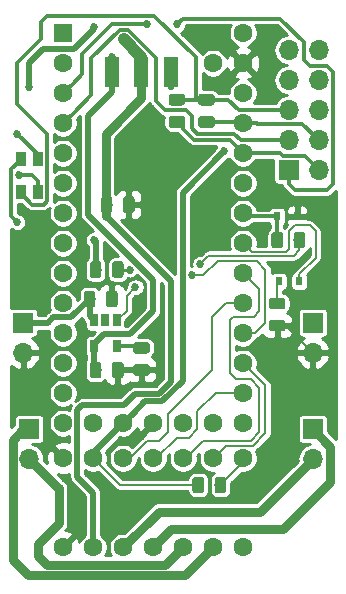
<source format=gtl>
G04 #@! TF.GenerationSoftware,KiCad,Pcbnew,(5.1.0-0)*
G04 #@! TF.CreationDate,2019-10-12T10:13:56-07:00*
G04 #@! TF.ProjectId,BB-Mainboard-0,42422d4d-6169-46e6-926f-6172642d302e,rev?*
G04 #@! TF.SameCoordinates,Original*
G04 #@! TF.FileFunction,Copper,L1,Top*
G04 #@! TF.FilePolarity,Positive*
%FSLAX46Y46*%
G04 Gerber Fmt 4.6, Leading zero omitted, Abs format (unit mm)*
G04 Created by KiCad (PCBNEW (5.1.0-0)) date 2019-10-12 10:13:56*
%MOMM*%
%LPD*%
G04 APERTURE LIST*
%ADD10C,1.600000*%
%ADD11C,0.100000*%
%ADD12C,0.975000*%
%ADD13R,0.900000X1.200000*%
%ADD14R,1.600000X1.600000*%
%ADD15R,1.200000X2.500000*%
%ADD16R,0.650000X1.060000*%
%ADD17O,1.700000X1.700000*%
%ADD18R,1.700000X1.700000*%
%ADD19R,0.600000X0.800000*%
%ADD20C,0.685800*%
%ADD21C,0.152400*%
%ADD22C,0.300000*%
%ADD23C,0.200000*%
%ADD24C,0.500000*%
%ADD25C,0.750000*%
%ADD26C,1.000000*%
%ADD27C,0.250000*%
%ADD28C,0.254000*%
G04 APERTURE END LIST*
D10*
X127620000Y-70480000D03*
X127620000Y-78000000D03*
X125080000Y-70480000D03*
X125080000Y-78000000D03*
X122540000Y-70480000D03*
X122540000Y-78000000D03*
X120000000Y-70480000D03*
X120000000Y-78000000D03*
X117460000Y-70480000D03*
X117460000Y-78000000D03*
X114920000Y-70480000D03*
X114920000Y-78000000D03*
X112380000Y-70480000D03*
X112380000Y-78000000D03*
D11*
G36*
X130980142Y-56888673D02*
G01*
X131003803Y-56892183D01*
X131027007Y-56897995D01*
X131049529Y-56906053D01*
X131071153Y-56916281D01*
X131091670Y-56928578D01*
X131110883Y-56942828D01*
X131128607Y-56958892D01*
X131144671Y-56976616D01*
X131158921Y-56995829D01*
X131171218Y-57016346D01*
X131181446Y-57037970D01*
X131189504Y-57060492D01*
X131195316Y-57083696D01*
X131198826Y-57107357D01*
X131200000Y-57131249D01*
X131200000Y-57618749D01*
X131198826Y-57642641D01*
X131195316Y-57666302D01*
X131189504Y-57689506D01*
X131181446Y-57712028D01*
X131171218Y-57733652D01*
X131158921Y-57754169D01*
X131144671Y-57773382D01*
X131128607Y-57791106D01*
X131110883Y-57807170D01*
X131091670Y-57821420D01*
X131071153Y-57833717D01*
X131049529Y-57843945D01*
X131027007Y-57852003D01*
X131003803Y-57857815D01*
X130980142Y-57861325D01*
X130956250Y-57862499D01*
X130043750Y-57862499D01*
X130019858Y-57861325D01*
X129996197Y-57857815D01*
X129972993Y-57852003D01*
X129950471Y-57843945D01*
X129928847Y-57833717D01*
X129908330Y-57821420D01*
X129889117Y-57807170D01*
X129871393Y-57791106D01*
X129855329Y-57773382D01*
X129841079Y-57754169D01*
X129828782Y-57733652D01*
X129818554Y-57712028D01*
X129810496Y-57689506D01*
X129804684Y-57666302D01*
X129801174Y-57642641D01*
X129800000Y-57618749D01*
X129800000Y-57131249D01*
X129801174Y-57107357D01*
X129804684Y-57083696D01*
X129810496Y-57060492D01*
X129818554Y-57037970D01*
X129828782Y-57016346D01*
X129841079Y-56995829D01*
X129855329Y-56976616D01*
X129871393Y-56958892D01*
X129889117Y-56942828D01*
X129908330Y-56928578D01*
X129928847Y-56916281D01*
X129950471Y-56906053D01*
X129972993Y-56897995D01*
X129996197Y-56892183D01*
X130019858Y-56888673D01*
X130043750Y-56887499D01*
X130956250Y-56887499D01*
X130980142Y-56888673D01*
X130980142Y-56888673D01*
G37*
D12*
X130500000Y-57374999D03*
D11*
G36*
X130980142Y-58763673D02*
G01*
X131003803Y-58767183D01*
X131027007Y-58772995D01*
X131049529Y-58781053D01*
X131071153Y-58791281D01*
X131091670Y-58803578D01*
X131110883Y-58817828D01*
X131128607Y-58833892D01*
X131144671Y-58851616D01*
X131158921Y-58870829D01*
X131171218Y-58891346D01*
X131181446Y-58912970D01*
X131189504Y-58935492D01*
X131195316Y-58958696D01*
X131198826Y-58982357D01*
X131200000Y-59006249D01*
X131200000Y-59493749D01*
X131198826Y-59517641D01*
X131195316Y-59541302D01*
X131189504Y-59564506D01*
X131181446Y-59587028D01*
X131171218Y-59608652D01*
X131158921Y-59629169D01*
X131144671Y-59648382D01*
X131128607Y-59666106D01*
X131110883Y-59682170D01*
X131091670Y-59696420D01*
X131071153Y-59708717D01*
X131049529Y-59718945D01*
X131027007Y-59727003D01*
X131003803Y-59732815D01*
X130980142Y-59736325D01*
X130956250Y-59737499D01*
X130043750Y-59737499D01*
X130019858Y-59736325D01*
X129996197Y-59732815D01*
X129972993Y-59727003D01*
X129950471Y-59718945D01*
X129928847Y-59708717D01*
X129908330Y-59696420D01*
X129889117Y-59682170D01*
X129871393Y-59666106D01*
X129855329Y-59648382D01*
X129841079Y-59629169D01*
X129828782Y-59608652D01*
X129818554Y-59587028D01*
X129810496Y-59564506D01*
X129804684Y-59541302D01*
X129801174Y-59517641D01*
X129800000Y-59493749D01*
X129800000Y-59006249D01*
X129801174Y-58982357D01*
X129804684Y-58958696D01*
X129810496Y-58935492D01*
X129818554Y-58912970D01*
X129828782Y-58891346D01*
X129841079Y-58870829D01*
X129855329Y-58851616D01*
X129871393Y-58833892D01*
X129889117Y-58817828D01*
X129908330Y-58803578D01*
X129928847Y-58791281D01*
X129950471Y-58781053D01*
X129972993Y-58772995D01*
X129996197Y-58767183D01*
X130019858Y-58763673D01*
X130043750Y-58762499D01*
X130956250Y-58762499D01*
X130980142Y-58763673D01*
X130980142Y-58763673D01*
G37*
D12*
X130500000Y-59249999D03*
D13*
X108775000Y-47900000D03*
X110225000Y-45100000D03*
X110225000Y-47900000D03*
X108775000Y-45100000D03*
D11*
G36*
X118205142Y-48301174D02*
G01*
X118228803Y-48304684D01*
X118252007Y-48310496D01*
X118274529Y-48318554D01*
X118296153Y-48328782D01*
X118316670Y-48341079D01*
X118335883Y-48355329D01*
X118353607Y-48371393D01*
X118369671Y-48389117D01*
X118383921Y-48408330D01*
X118396218Y-48428847D01*
X118406446Y-48450471D01*
X118414504Y-48472993D01*
X118420316Y-48496197D01*
X118423826Y-48519858D01*
X118425000Y-48543750D01*
X118425000Y-49456250D01*
X118423826Y-49480142D01*
X118420316Y-49503803D01*
X118414504Y-49527007D01*
X118406446Y-49549529D01*
X118396218Y-49571153D01*
X118383921Y-49591670D01*
X118369671Y-49610883D01*
X118353607Y-49628607D01*
X118335883Y-49644671D01*
X118316670Y-49658921D01*
X118296153Y-49671218D01*
X118274529Y-49681446D01*
X118252007Y-49689504D01*
X118228803Y-49695316D01*
X118205142Y-49698826D01*
X118181250Y-49700000D01*
X117693750Y-49700000D01*
X117669858Y-49698826D01*
X117646197Y-49695316D01*
X117622993Y-49689504D01*
X117600471Y-49681446D01*
X117578847Y-49671218D01*
X117558330Y-49658921D01*
X117539117Y-49644671D01*
X117521393Y-49628607D01*
X117505329Y-49610883D01*
X117491079Y-49591670D01*
X117478782Y-49571153D01*
X117468554Y-49549529D01*
X117460496Y-49527007D01*
X117454684Y-49503803D01*
X117451174Y-49480142D01*
X117450000Y-49456250D01*
X117450000Y-48543750D01*
X117451174Y-48519858D01*
X117454684Y-48496197D01*
X117460496Y-48472993D01*
X117468554Y-48450471D01*
X117478782Y-48428847D01*
X117491079Y-48408330D01*
X117505329Y-48389117D01*
X117521393Y-48371393D01*
X117539117Y-48355329D01*
X117558330Y-48341079D01*
X117578847Y-48328782D01*
X117600471Y-48318554D01*
X117622993Y-48310496D01*
X117646197Y-48304684D01*
X117669858Y-48301174D01*
X117693750Y-48300000D01*
X118181250Y-48300000D01*
X118205142Y-48301174D01*
X118205142Y-48301174D01*
G37*
D12*
X117937500Y-49000000D03*
D11*
G36*
X116330142Y-48301174D02*
G01*
X116353803Y-48304684D01*
X116377007Y-48310496D01*
X116399529Y-48318554D01*
X116421153Y-48328782D01*
X116441670Y-48341079D01*
X116460883Y-48355329D01*
X116478607Y-48371393D01*
X116494671Y-48389117D01*
X116508921Y-48408330D01*
X116521218Y-48428847D01*
X116531446Y-48450471D01*
X116539504Y-48472993D01*
X116545316Y-48496197D01*
X116548826Y-48519858D01*
X116550000Y-48543750D01*
X116550000Y-49456250D01*
X116548826Y-49480142D01*
X116545316Y-49503803D01*
X116539504Y-49527007D01*
X116531446Y-49549529D01*
X116521218Y-49571153D01*
X116508921Y-49591670D01*
X116494671Y-49610883D01*
X116478607Y-49628607D01*
X116460883Y-49644671D01*
X116441670Y-49658921D01*
X116421153Y-49671218D01*
X116399529Y-49681446D01*
X116377007Y-49689504D01*
X116353803Y-49695316D01*
X116330142Y-49698826D01*
X116306250Y-49700000D01*
X115818750Y-49700000D01*
X115794858Y-49698826D01*
X115771197Y-49695316D01*
X115747993Y-49689504D01*
X115725471Y-49681446D01*
X115703847Y-49671218D01*
X115683330Y-49658921D01*
X115664117Y-49644671D01*
X115646393Y-49628607D01*
X115630329Y-49610883D01*
X115616079Y-49591670D01*
X115603782Y-49571153D01*
X115593554Y-49549529D01*
X115585496Y-49527007D01*
X115579684Y-49503803D01*
X115576174Y-49480142D01*
X115575000Y-49456250D01*
X115575000Y-48543750D01*
X115576174Y-48519858D01*
X115579684Y-48496197D01*
X115585496Y-48472993D01*
X115593554Y-48450471D01*
X115603782Y-48428847D01*
X115616079Y-48408330D01*
X115630329Y-48389117D01*
X115646393Y-48371393D01*
X115664117Y-48355329D01*
X115683330Y-48341079D01*
X115703847Y-48328782D01*
X115725471Y-48318554D01*
X115747993Y-48310496D01*
X115771197Y-48304684D01*
X115794858Y-48301174D01*
X115818750Y-48300000D01*
X116306250Y-48300000D01*
X116330142Y-48301174D01*
X116330142Y-48301174D01*
G37*
D12*
X116062500Y-49000000D03*
D14*
X112380000Y-34490000D03*
D10*
X112380000Y-37030000D03*
X112380000Y-39570000D03*
X112380000Y-42110000D03*
X112380000Y-44650000D03*
X112380000Y-47190000D03*
X112380000Y-49730000D03*
X112380000Y-52270000D03*
X112380000Y-54810000D03*
X112380000Y-57350000D03*
X112380000Y-59890000D03*
X112380000Y-62430000D03*
X112380000Y-64970000D03*
X125080000Y-37030000D03*
X127620000Y-34490000D03*
X127620000Y-37030000D03*
X127620000Y-39570000D03*
X127620000Y-42110000D03*
X127620000Y-44650000D03*
X127620000Y-47190000D03*
X127620000Y-49730000D03*
X127620000Y-52270000D03*
X127620000Y-54810000D03*
X127620000Y-57350000D03*
X127620000Y-59890000D03*
X127620000Y-62430000D03*
X127620000Y-64970000D03*
X112380000Y-67510000D03*
X114920000Y-67510000D03*
X117460000Y-67510000D03*
X127620000Y-67510000D03*
X125080000Y-67510000D03*
X122540000Y-67510000D03*
X120000000Y-67510000D03*
D15*
X121500000Y-37750000D03*
X119000000Y-37750000D03*
X116500000Y-37750000D03*
D16*
X116900000Y-61000000D03*
X115000000Y-61000000D03*
X115000000Y-58800000D03*
X115950000Y-58800000D03*
X116900000Y-58800000D03*
D17*
X134000000Y-35920000D03*
X131460000Y-35920000D03*
X134000000Y-38460000D03*
X131460000Y-38460000D03*
X134000000Y-41000000D03*
X131460000Y-41000000D03*
X134000000Y-43540000D03*
X131460000Y-43540000D03*
X134000000Y-46080000D03*
D18*
X131460000Y-46080000D03*
D11*
G36*
X124080142Y-72051174D02*
G01*
X124103803Y-72054684D01*
X124127007Y-72060496D01*
X124149529Y-72068554D01*
X124171153Y-72078782D01*
X124191670Y-72091079D01*
X124210883Y-72105329D01*
X124228607Y-72121393D01*
X124244671Y-72139117D01*
X124258921Y-72158330D01*
X124271218Y-72178847D01*
X124281446Y-72200471D01*
X124289504Y-72222993D01*
X124295316Y-72246197D01*
X124298826Y-72269858D01*
X124300000Y-72293750D01*
X124300000Y-73206250D01*
X124298826Y-73230142D01*
X124295316Y-73253803D01*
X124289504Y-73277007D01*
X124281446Y-73299529D01*
X124271218Y-73321153D01*
X124258921Y-73341670D01*
X124244671Y-73360883D01*
X124228607Y-73378607D01*
X124210883Y-73394671D01*
X124191670Y-73408921D01*
X124171153Y-73421218D01*
X124149529Y-73431446D01*
X124127007Y-73439504D01*
X124103803Y-73445316D01*
X124080142Y-73448826D01*
X124056250Y-73450000D01*
X123568750Y-73450000D01*
X123544858Y-73448826D01*
X123521197Y-73445316D01*
X123497993Y-73439504D01*
X123475471Y-73431446D01*
X123453847Y-73421218D01*
X123433330Y-73408921D01*
X123414117Y-73394671D01*
X123396393Y-73378607D01*
X123380329Y-73360883D01*
X123366079Y-73341670D01*
X123353782Y-73321153D01*
X123343554Y-73299529D01*
X123335496Y-73277007D01*
X123329684Y-73253803D01*
X123326174Y-73230142D01*
X123325000Y-73206250D01*
X123325000Y-72293750D01*
X123326174Y-72269858D01*
X123329684Y-72246197D01*
X123335496Y-72222993D01*
X123343554Y-72200471D01*
X123353782Y-72178847D01*
X123366079Y-72158330D01*
X123380329Y-72139117D01*
X123396393Y-72121393D01*
X123414117Y-72105329D01*
X123433330Y-72091079D01*
X123453847Y-72078782D01*
X123475471Y-72068554D01*
X123497993Y-72060496D01*
X123521197Y-72054684D01*
X123544858Y-72051174D01*
X123568750Y-72050000D01*
X124056250Y-72050000D01*
X124080142Y-72051174D01*
X124080142Y-72051174D01*
G37*
D12*
X123812500Y-72750000D03*
D11*
G36*
X125955142Y-72051174D02*
G01*
X125978803Y-72054684D01*
X126002007Y-72060496D01*
X126024529Y-72068554D01*
X126046153Y-72078782D01*
X126066670Y-72091079D01*
X126085883Y-72105329D01*
X126103607Y-72121393D01*
X126119671Y-72139117D01*
X126133921Y-72158330D01*
X126146218Y-72178847D01*
X126156446Y-72200471D01*
X126164504Y-72222993D01*
X126170316Y-72246197D01*
X126173826Y-72269858D01*
X126175000Y-72293750D01*
X126175000Y-73206250D01*
X126173826Y-73230142D01*
X126170316Y-73253803D01*
X126164504Y-73277007D01*
X126156446Y-73299529D01*
X126146218Y-73321153D01*
X126133921Y-73341670D01*
X126119671Y-73360883D01*
X126103607Y-73378607D01*
X126085883Y-73394671D01*
X126066670Y-73408921D01*
X126046153Y-73421218D01*
X126024529Y-73431446D01*
X126002007Y-73439504D01*
X125978803Y-73445316D01*
X125955142Y-73448826D01*
X125931250Y-73450000D01*
X125443750Y-73450000D01*
X125419858Y-73448826D01*
X125396197Y-73445316D01*
X125372993Y-73439504D01*
X125350471Y-73431446D01*
X125328847Y-73421218D01*
X125308330Y-73408921D01*
X125289117Y-73394671D01*
X125271393Y-73378607D01*
X125255329Y-73360883D01*
X125241079Y-73341670D01*
X125228782Y-73321153D01*
X125218554Y-73299529D01*
X125210496Y-73277007D01*
X125204684Y-73253803D01*
X125201174Y-73230142D01*
X125200000Y-73206250D01*
X125200000Y-72293750D01*
X125201174Y-72269858D01*
X125204684Y-72246197D01*
X125210496Y-72222993D01*
X125218554Y-72200471D01*
X125228782Y-72178847D01*
X125241079Y-72158330D01*
X125255329Y-72139117D01*
X125271393Y-72121393D01*
X125289117Y-72105329D01*
X125308330Y-72091079D01*
X125328847Y-72078782D01*
X125350471Y-72068554D01*
X125372993Y-72060496D01*
X125396197Y-72054684D01*
X125419858Y-72051174D01*
X125443750Y-72050000D01*
X125931250Y-72050000D01*
X125955142Y-72051174D01*
X125955142Y-72051174D01*
G37*
D12*
X125687500Y-72750000D03*
D11*
G36*
X117267642Y-53801174D02*
G01*
X117291303Y-53804684D01*
X117314507Y-53810496D01*
X117337029Y-53818554D01*
X117358653Y-53828782D01*
X117379170Y-53841079D01*
X117398383Y-53855329D01*
X117416107Y-53871393D01*
X117432171Y-53889117D01*
X117446421Y-53908330D01*
X117458718Y-53928847D01*
X117468946Y-53950471D01*
X117477004Y-53972993D01*
X117482816Y-53996197D01*
X117486326Y-54019858D01*
X117487500Y-54043750D01*
X117487500Y-54956250D01*
X117486326Y-54980142D01*
X117482816Y-55003803D01*
X117477004Y-55027007D01*
X117468946Y-55049529D01*
X117458718Y-55071153D01*
X117446421Y-55091670D01*
X117432171Y-55110883D01*
X117416107Y-55128607D01*
X117398383Y-55144671D01*
X117379170Y-55158921D01*
X117358653Y-55171218D01*
X117337029Y-55181446D01*
X117314507Y-55189504D01*
X117291303Y-55195316D01*
X117267642Y-55198826D01*
X117243750Y-55200000D01*
X116756250Y-55200000D01*
X116732358Y-55198826D01*
X116708697Y-55195316D01*
X116685493Y-55189504D01*
X116662971Y-55181446D01*
X116641347Y-55171218D01*
X116620830Y-55158921D01*
X116601617Y-55144671D01*
X116583893Y-55128607D01*
X116567829Y-55110883D01*
X116553579Y-55091670D01*
X116541282Y-55071153D01*
X116531054Y-55049529D01*
X116522996Y-55027007D01*
X116517184Y-55003803D01*
X116513674Y-54980142D01*
X116512500Y-54956250D01*
X116512500Y-54043750D01*
X116513674Y-54019858D01*
X116517184Y-53996197D01*
X116522996Y-53972993D01*
X116531054Y-53950471D01*
X116541282Y-53928847D01*
X116553579Y-53908330D01*
X116567829Y-53889117D01*
X116583893Y-53871393D01*
X116601617Y-53855329D01*
X116620830Y-53841079D01*
X116641347Y-53828782D01*
X116662971Y-53818554D01*
X116685493Y-53810496D01*
X116708697Y-53804684D01*
X116732358Y-53801174D01*
X116756250Y-53800000D01*
X117243750Y-53800000D01*
X117267642Y-53801174D01*
X117267642Y-53801174D01*
G37*
D12*
X117000000Y-54500000D03*
D11*
G36*
X115392642Y-53801174D02*
G01*
X115416303Y-53804684D01*
X115439507Y-53810496D01*
X115462029Y-53818554D01*
X115483653Y-53828782D01*
X115504170Y-53841079D01*
X115523383Y-53855329D01*
X115541107Y-53871393D01*
X115557171Y-53889117D01*
X115571421Y-53908330D01*
X115583718Y-53928847D01*
X115593946Y-53950471D01*
X115602004Y-53972993D01*
X115607816Y-53996197D01*
X115611326Y-54019858D01*
X115612500Y-54043750D01*
X115612500Y-54956250D01*
X115611326Y-54980142D01*
X115607816Y-55003803D01*
X115602004Y-55027007D01*
X115593946Y-55049529D01*
X115583718Y-55071153D01*
X115571421Y-55091670D01*
X115557171Y-55110883D01*
X115541107Y-55128607D01*
X115523383Y-55144671D01*
X115504170Y-55158921D01*
X115483653Y-55171218D01*
X115462029Y-55181446D01*
X115439507Y-55189504D01*
X115416303Y-55195316D01*
X115392642Y-55198826D01*
X115368750Y-55200000D01*
X114881250Y-55200000D01*
X114857358Y-55198826D01*
X114833697Y-55195316D01*
X114810493Y-55189504D01*
X114787971Y-55181446D01*
X114766347Y-55171218D01*
X114745830Y-55158921D01*
X114726617Y-55144671D01*
X114708893Y-55128607D01*
X114692829Y-55110883D01*
X114678579Y-55091670D01*
X114666282Y-55071153D01*
X114656054Y-55049529D01*
X114647996Y-55027007D01*
X114642184Y-55003803D01*
X114638674Y-54980142D01*
X114637500Y-54956250D01*
X114637500Y-54043750D01*
X114638674Y-54019858D01*
X114642184Y-53996197D01*
X114647996Y-53972993D01*
X114656054Y-53950471D01*
X114666282Y-53928847D01*
X114678579Y-53908330D01*
X114692829Y-53889117D01*
X114708893Y-53871393D01*
X114726617Y-53855329D01*
X114745830Y-53841079D01*
X114766347Y-53828782D01*
X114787971Y-53818554D01*
X114810493Y-53810496D01*
X114833697Y-53804684D01*
X114857358Y-53801174D01*
X114881250Y-53800000D01*
X115368750Y-53800000D01*
X115392642Y-53801174D01*
X115392642Y-53801174D01*
G37*
D12*
X115125000Y-54500000D03*
D11*
G36*
X124980142Y-41513674D02*
G01*
X125003803Y-41517184D01*
X125027007Y-41522996D01*
X125049529Y-41531054D01*
X125071153Y-41541282D01*
X125091670Y-41553579D01*
X125110883Y-41567829D01*
X125128607Y-41583893D01*
X125144671Y-41601617D01*
X125158921Y-41620830D01*
X125171218Y-41641347D01*
X125181446Y-41662971D01*
X125189504Y-41685493D01*
X125195316Y-41708697D01*
X125198826Y-41732358D01*
X125200000Y-41756250D01*
X125200000Y-42243750D01*
X125198826Y-42267642D01*
X125195316Y-42291303D01*
X125189504Y-42314507D01*
X125181446Y-42337029D01*
X125171218Y-42358653D01*
X125158921Y-42379170D01*
X125144671Y-42398383D01*
X125128607Y-42416107D01*
X125110883Y-42432171D01*
X125091670Y-42446421D01*
X125071153Y-42458718D01*
X125049529Y-42468946D01*
X125027007Y-42477004D01*
X125003803Y-42482816D01*
X124980142Y-42486326D01*
X124956250Y-42487500D01*
X124043750Y-42487500D01*
X124019858Y-42486326D01*
X123996197Y-42482816D01*
X123972993Y-42477004D01*
X123950471Y-42468946D01*
X123928847Y-42458718D01*
X123908330Y-42446421D01*
X123889117Y-42432171D01*
X123871393Y-42416107D01*
X123855329Y-42398383D01*
X123841079Y-42379170D01*
X123828782Y-42358653D01*
X123818554Y-42337029D01*
X123810496Y-42314507D01*
X123804684Y-42291303D01*
X123801174Y-42267642D01*
X123800000Y-42243750D01*
X123800000Y-41756250D01*
X123801174Y-41732358D01*
X123804684Y-41708697D01*
X123810496Y-41685493D01*
X123818554Y-41662971D01*
X123828782Y-41641347D01*
X123841079Y-41620830D01*
X123855329Y-41601617D01*
X123871393Y-41583893D01*
X123889117Y-41567829D01*
X123908330Y-41553579D01*
X123928847Y-41541282D01*
X123950471Y-41531054D01*
X123972993Y-41522996D01*
X123996197Y-41517184D01*
X124019858Y-41513674D01*
X124043750Y-41512500D01*
X124956250Y-41512500D01*
X124980142Y-41513674D01*
X124980142Y-41513674D01*
G37*
D12*
X124500000Y-42000000D03*
D11*
G36*
X124980142Y-39638674D02*
G01*
X125003803Y-39642184D01*
X125027007Y-39647996D01*
X125049529Y-39656054D01*
X125071153Y-39666282D01*
X125091670Y-39678579D01*
X125110883Y-39692829D01*
X125128607Y-39708893D01*
X125144671Y-39726617D01*
X125158921Y-39745830D01*
X125171218Y-39766347D01*
X125181446Y-39787971D01*
X125189504Y-39810493D01*
X125195316Y-39833697D01*
X125198826Y-39857358D01*
X125200000Y-39881250D01*
X125200000Y-40368750D01*
X125198826Y-40392642D01*
X125195316Y-40416303D01*
X125189504Y-40439507D01*
X125181446Y-40462029D01*
X125171218Y-40483653D01*
X125158921Y-40504170D01*
X125144671Y-40523383D01*
X125128607Y-40541107D01*
X125110883Y-40557171D01*
X125091670Y-40571421D01*
X125071153Y-40583718D01*
X125049529Y-40593946D01*
X125027007Y-40602004D01*
X125003803Y-40607816D01*
X124980142Y-40611326D01*
X124956250Y-40612500D01*
X124043750Y-40612500D01*
X124019858Y-40611326D01*
X123996197Y-40607816D01*
X123972993Y-40602004D01*
X123950471Y-40593946D01*
X123928847Y-40583718D01*
X123908330Y-40571421D01*
X123889117Y-40557171D01*
X123871393Y-40541107D01*
X123855329Y-40523383D01*
X123841079Y-40504170D01*
X123828782Y-40483653D01*
X123818554Y-40462029D01*
X123810496Y-40439507D01*
X123804684Y-40416303D01*
X123801174Y-40392642D01*
X123800000Y-40368750D01*
X123800000Y-39881250D01*
X123801174Y-39857358D01*
X123804684Y-39833697D01*
X123810496Y-39810493D01*
X123818554Y-39787971D01*
X123828782Y-39766347D01*
X123841079Y-39745830D01*
X123855329Y-39726617D01*
X123871393Y-39708893D01*
X123889117Y-39692829D01*
X123908330Y-39678579D01*
X123928847Y-39666282D01*
X123950471Y-39656054D01*
X123972993Y-39647996D01*
X123996197Y-39642184D01*
X124019858Y-39638674D01*
X124043750Y-39637500D01*
X124956250Y-39637500D01*
X124980142Y-39638674D01*
X124980142Y-39638674D01*
G37*
D12*
X124500000Y-40125000D03*
D11*
G36*
X119480142Y-62513674D02*
G01*
X119503803Y-62517184D01*
X119527007Y-62522996D01*
X119549529Y-62531054D01*
X119571153Y-62541282D01*
X119591670Y-62553579D01*
X119610883Y-62567829D01*
X119628607Y-62583893D01*
X119644671Y-62601617D01*
X119658921Y-62620830D01*
X119671218Y-62641347D01*
X119681446Y-62662971D01*
X119689504Y-62685493D01*
X119695316Y-62708697D01*
X119698826Y-62732358D01*
X119700000Y-62756250D01*
X119700000Y-63243750D01*
X119698826Y-63267642D01*
X119695316Y-63291303D01*
X119689504Y-63314507D01*
X119681446Y-63337029D01*
X119671218Y-63358653D01*
X119658921Y-63379170D01*
X119644671Y-63398383D01*
X119628607Y-63416107D01*
X119610883Y-63432171D01*
X119591670Y-63446421D01*
X119571153Y-63458718D01*
X119549529Y-63468946D01*
X119527007Y-63477004D01*
X119503803Y-63482816D01*
X119480142Y-63486326D01*
X119456250Y-63487500D01*
X118543750Y-63487500D01*
X118519858Y-63486326D01*
X118496197Y-63482816D01*
X118472993Y-63477004D01*
X118450471Y-63468946D01*
X118428847Y-63458718D01*
X118408330Y-63446421D01*
X118389117Y-63432171D01*
X118371393Y-63416107D01*
X118355329Y-63398383D01*
X118341079Y-63379170D01*
X118328782Y-63358653D01*
X118318554Y-63337029D01*
X118310496Y-63314507D01*
X118304684Y-63291303D01*
X118301174Y-63267642D01*
X118300000Y-63243750D01*
X118300000Y-62756250D01*
X118301174Y-62732358D01*
X118304684Y-62708697D01*
X118310496Y-62685493D01*
X118318554Y-62662971D01*
X118328782Y-62641347D01*
X118341079Y-62620830D01*
X118355329Y-62601617D01*
X118371393Y-62583893D01*
X118389117Y-62567829D01*
X118408330Y-62553579D01*
X118428847Y-62541282D01*
X118450471Y-62531054D01*
X118472993Y-62522996D01*
X118496197Y-62517184D01*
X118519858Y-62513674D01*
X118543750Y-62512500D01*
X119456250Y-62512500D01*
X119480142Y-62513674D01*
X119480142Y-62513674D01*
G37*
D12*
X119000000Y-63000000D03*
D11*
G36*
X119480142Y-60638674D02*
G01*
X119503803Y-60642184D01*
X119527007Y-60647996D01*
X119549529Y-60656054D01*
X119571153Y-60666282D01*
X119591670Y-60678579D01*
X119610883Y-60692829D01*
X119628607Y-60708893D01*
X119644671Y-60726617D01*
X119658921Y-60745830D01*
X119671218Y-60766347D01*
X119681446Y-60787971D01*
X119689504Y-60810493D01*
X119695316Y-60833697D01*
X119698826Y-60857358D01*
X119700000Y-60881250D01*
X119700000Y-61368750D01*
X119698826Y-61392642D01*
X119695316Y-61416303D01*
X119689504Y-61439507D01*
X119681446Y-61462029D01*
X119671218Y-61483653D01*
X119658921Y-61504170D01*
X119644671Y-61523383D01*
X119628607Y-61541107D01*
X119610883Y-61557171D01*
X119591670Y-61571421D01*
X119571153Y-61583718D01*
X119549529Y-61593946D01*
X119527007Y-61602004D01*
X119503803Y-61607816D01*
X119480142Y-61611326D01*
X119456250Y-61612500D01*
X118543750Y-61612500D01*
X118519858Y-61611326D01*
X118496197Y-61607816D01*
X118472993Y-61602004D01*
X118450471Y-61593946D01*
X118428847Y-61583718D01*
X118408330Y-61571421D01*
X118389117Y-61557171D01*
X118371393Y-61541107D01*
X118355329Y-61523383D01*
X118341079Y-61504170D01*
X118328782Y-61483653D01*
X118318554Y-61462029D01*
X118310496Y-61439507D01*
X118304684Y-61416303D01*
X118301174Y-61392642D01*
X118300000Y-61368750D01*
X118300000Y-60881250D01*
X118301174Y-60857358D01*
X118304684Y-60833697D01*
X118310496Y-60810493D01*
X118318554Y-60787971D01*
X118328782Y-60766347D01*
X118341079Y-60745830D01*
X118355329Y-60726617D01*
X118371393Y-60708893D01*
X118389117Y-60692829D01*
X118408330Y-60678579D01*
X118428847Y-60666282D01*
X118450471Y-60656054D01*
X118472993Y-60647996D01*
X118496197Y-60642184D01*
X118519858Y-60638674D01*
X118543750Y-60637500D01*
X119456250Y-60637500D01*
X119480142Y-60638674D01*
X119480142Y-60638674D01*
G37*
D12*
X119000000Y-61125000D03*
D11*
G36*
X130767642Y-51301174D02*
G01*
X130791303Y-51304684D01*
X130814507Y-51310496D01*
X130837029Y-51318554D01*
X130858653Y-51328782D01*
X130879170Y-51341079D01*
X130898383Y-51355329D01*
X130916107Y-51371393D01*
X130932171Y-51389117D01*
X130946421Y-51408330D01*
X130958718Y-51428847D01*
X130968946Y-51450471D01*
X130977004Y-51472993D01*
X130982816Y-51496197D01*
X130986326Y-51519858D01*
X130987500Y-51543750D01*
X130987500Y-52456250D01*
X130986326Y-52480142D01*
X130982816Y-52503803D01*
X130977004Y-52527007D01*
X130968946Y-52549529D01*
X130958718Y-52571153D01*
X130946421Y-52591670D01*
X130932171Y-52610883D01*
X130916107Y-52628607D01*
X130898383Y-52644671D01*
X130879170Y-52658921D01*
X130858653Y-52671218D01*
X130837029Y-52681446D01*
X130814507Y-52689504D01*
X130791303Y-52695316D01*
X130767642Y-52698826D01*
X130743750Y-52700000D01*
X130256250Y-52700000D01*
X130232358Y-52698826D01*
X130208697Y-52695316D01*
X130185493Y-52689504D01*
X130162971Y-52681446D01*
X130141347Y-52671218D01*
X130120830Y-52658921D01*
X130101617Y-52644671D01*
X130083893Y-52628607D01*
X130067829Y-52610883D01*
X130053579Y-52591670D01*
X130041282Y-52571153D01*
X130031054Y-52549529D01*
X130022996Y-52527007D01*
X130017184Y-52503803D01*
X130013674Y-52480142D01*
X130012500Y-52456250D01*
X130012500Y-51543750D01*
X130013674Y-51519858D01*
X130017184Y-51496197D01*
X130022996Y-51472993D01*
X130031054Y-51450471D01*
X130041282Y-51428847D01*
X130053579Y-51408330D01*
X130067829Y-51389117D01*
X130083893Y-51371393D01*
X130101617Y-51355329D01*
X130120830Y-51341079D01*
X130141347Y-51328782D01*
X130162971Y-51318554D01*
X130185493Y-51310496D01*
X130208697Y-51304684D01*
X130232358Y-51301174D01*
X130256250Y-51300000D01*
X130743750Y-51300000D01*
X130767642Y-51301174D01*
X130767642Y-51301174D01*
G37*
D12*
X130500000Y-52000000D03*
D11*
G36*
X132642642Y-51301174D02*
G01*
X132666303Y-51304684D01*
X132689507Y-51310496D01*
X132712029Y-51318554D01*
X132733653Y-51328782D01*
X132754170Y-51341079D01*
X132773383Y-51355329D01*
X132791107Y-51371393D01*
X132807171Y-51389117D01*
X132821421Y-51408330D01*
X132833718Y-51428847D01*
X132843946Y-51450471D01*
X132852004Y-51472993D01*
X132857816Y-51496197D01*
X132861326Y-51519858D01*
X132862500Y-51543750D01*
X132862500Y-52456250D01*
X132861326Y-52480142D01*
X132857816Y-52503803D01*
X132852004Y-52527007D01*
X132843946Y-52549529D01*
X132833718Y-52571153D01*
X132821421Y-52591670D01*
X132807171Y-52610883D01*
X132791107Y-52628607D01*
X132773383Y-52644671D01*
X132754170Y-52658921D01*
X132733653Y-52671218D01*
X132712029Y-52681446D01*
X132689507Y-52689504D01*
X132666303Y-52695316D01*
X132642642Y-52698826D01*
X132618750Y-52700000D01*
X132131250Y-52700000D01*
X132107358Y-52698826D01*
X132083697Y-52695316D01*
X132060493Y-52689504D01*
X132037971Y-52681446D01*
X132016347Y-52671218D01*
X131995830Y-52658921D01*
X131976617Y-52644671D01*
X131958893Y-52628607D01*
X131942829Y-52610883D01*
X131928579Y-52591670D01*
X131916282Y-52571153D01*
X131906054Y-52549529D01*
X131897996Y-52527007D01*
X131892184Y-52503803D01*
X131888674Y-52480142D01*
X131887500Y-52456250D01*
X131887500Y-51543750D01*
X131888674Y-51519858D01*
X131892184Y-51496197D01*
X131897996Y-51472993D01*
X131906054Y-51450471D01*
X131916282Y-51428847D01*
X131928579Y-51408330D01*
X131942829Y-51389117D01*
X131958893Y-51371393D01*
X131976617Y-51355329D01*
X131995830Y-51341079D01*
X132016347Y-51328782D01*
X132037971Y-51318554D01*
X132060493Y-51310496D01*
X132083697Y-51304684D01*
X132107358Y-51301174D01*
X132131250Y-51300000D01*
X132618750Y-51300000D01*
X132642642Y-51301174D01*
X132642642Y-51301174D01*
G37*
D12*
X132375000Y-52000000D03*
D17*
X133500000Y-61540000D03*
D18*
X133500000Y-59000000D03*
D17*
X109000000Y-61540000D03*
D18*
X109000000Y-59000000D03*
D17*
X133500000Y-70540000D03*
D18*
X133500000Y-68000000D03*
D17*
X109500000Y-70540000D03*
D18*
X109500000Y-68000000D03*
D19*
X132200000Y-50000000D03*
X130500000Y-50000000D03*
D11*
G36*
X116767642Y-56301174D02*
G01*
X116791303Y-56304684D01*
X116814507Y-56310496D01*
X116837029Y-56318554D01*
X116858653Y-56328782D01*
X116879170Y-56341079D01*
X116898383Y-56355329D01*
X116916107Y-56371393D01*
X116932171Y-56389117D01*
X116946421Y-56408330D01*
X116958718Y-56428847D01*
X116968946Y-56450471D01*
X116977004Y-56472993D01*
X116982816Y-56496197D01*
X116986326Y-56519858D01*
X116987500Y-56543750D01*
X116987500Y-57456250D01*
X116986326Y-57480142D01*
X116982816Y-57503803D01*
X116977004Y-57527007D01*
X116968946Y-57549529D01*
X116958718Y-57571153D01*
X116946421Y-57591670D01*
X116932171Y-57610883D01*
X116916107Y-57628607D01*
X116898383Y-57644671D01*
X116879170Y-57658921D01*
X116858653Y-57671218D01*
X116837029Y-57681446D01*
X116814507Y-57689504D01*
X116791303Y-57695316D01*
X116767642Y-57698826D01*
X116743750Y-57700000D01*
X116256250Y-57700000D01*
X116232358Y-57698826D01*
X116208697Y-57695316D01*
X116185493Y-57689504D01*
X116162971Y-57681446D01*
X116141347Y-57671218D01*
X116120830Y-57658921D01*
X116101617Y-57644671D01*
X116083893Y-57628607D01*
X116067829Y-57610883D01*
X116053579Y-57591670D01*
X116041282Y-57571153D01*
X116031054Y-57549529D01*
X116022996Y-57527007D01*
X116017184Y-57503803D01*
X116013674Y-57480142D01*
X116012500Y-57456250D01*
X116012500Y-56543750D01*
X116013674Y-56519858D01*
X116017184Y-56496197D01*
X116022996Y-56472993D01*
X116031054Y-56450471D01*
X116041282Y-56428847D01*
X116053579Y-56408330D01*
X116067829Y-56389117D01*
X116083893Y-56371393D01*
X116101617Y-56355329D01*
X116120830Y-56341079D01*
X116141347Y-56328782D01*
X116162971Y-56318554D01*
X116185493Y-56310496D01*
X116208697Y-56304684D01*
X116232358Y-56301174D01*
X116256250Y-56300000D01*
X116743750Y-56300000D01*
X116767642Y-56301174D01*
X116767642Y-56301174D01*
G37*
D12*
X116500000Y-57000000D03*
D11*
G36*
X114892642Y-56301174D02*
G01*
X114916303Y-56304684D01*
X114939507Y-56310496D01*
X114962029Y-56318554D01*
X114983653Y-56328782D01*
X115004170Y-56341079D01*
X115023383Y-56355329D01*
X115041107Y-56371393D01*
X115057171Y-56389117D01*
X115071421Y-56408330D01*
X115083718Y-56428847D01*
X115093946Y-56450471D01*
X115102004Y-56472993D01*
X115107816Y-56496197D01*
X115111326Y-56519858D01*
X115112500Y-56543750D01*
X115112500Y-57456250D01*
X115111326Y-57480142D01*
X115107816Y-57503803D01*
X115102004Y-57527007D01*
X115093946Y-57549529D01*
X115083718Y-57571153D01*
X115071421Y-57591670D01*
X115057171Y-57610883D01*
X115041107Y-57628607D01*
X115023383Y-57644671D01*
X115004170Y-57658921D01*
X114983653Y-57671218D01*
X114962029Y-57681446D01*
X114939507Y-57689504D01*
X114916303Y-57695316D01*
X114892642Y-57698826D01*
X114868750Y-57700000D01*
X114381250Y-57700000D01*
X114357358Y-57698826D01*
X114333697Y-57695316D01*
X114310493Y-57689504D01*
X114287971Y-57681446D01*
X114266347Y-57671218D01*
X114245830Y-57658921D01*
X114226617Y-57644671D01*
X114208893Y-57628607D01*
X114192829Y-57610883D01*
X114178579Y-57591670D01*
X114166282Y-57571153D01*
X114156054Y-57549529D01*
X114147996Y-57527007D01*
X114142184Y-57503803D01*
X114138674Y-57480142D01*
X114137500Y-57456250D01*
X114137500Y-56543750D01*
X114138674Y-56519858D01*
X114142184Y-56496197D01*
X114147996Y-56472993D01*
X114156054Y-56450471D01*
X114166282Y-56428847D01*
X114178579Y-56408330D01*
X114192829Y-56389117D01*
X114208893Y-56371393D01*
X114226617Y-56355329D01*
X114245830Y-56341079D01*
X114266347Y-56328782D01*
X114287971Y-56318554D01*
X114310493Y-56310496D01*
X114333697Y-56304684D01*
X114357358Y-56301174D01*
X114381250Y-56300000D01*
X114868750Y-56300000D01*
X114892642Y-56301174D01*
X114892642Y-56301174D01*
G37*
D12*
X114625000Y-57000000D03*
D11*
G36*
X117267642Y-62301174D02*
G01*
X117291303Y-62304684D01*
X117314507Y-62310496D01*
X117337029Y-62318554D01*
X117358653Y-62328782D01*
X117379170Y-62341079D01*
X117398383Y-62355329D01*
X117416107Y-62371393D01*
X117432171Y-62389117D01*
X117446421Y-62408330D01*
X117458718Y-62428847D01*
X117468946Y-62450471D01*
X117477004Y-62472993D01*
X117482816Y-62496197D01*
X117486326Y-62519858D01*
X117487500Y-62543750D01*
X117487500Y-63456250D01*
X117486326Y-63480142D01*
X117482816Y-63503803D01*
X117477004Y-63527007D01*
X117468946Y-63549529D01*
X117458718Y-63571153D01*
X117446421Y-63591670D01*
X117432171Y-63610883D01*
X117416107Y-63628607D01*
X117398383Y-63644671D01*
X117379170Y-63658921D01*
X117358653Y-63671218D01*
X117337029Y-63681446D01*
X117314507Y-63689504D01*
X117291303Y-63695316D01*
X117267642Y-63698826D01*
X117243750Y-63700000D01*
X116756250Y-63700000D01*
X116732358Y-63698826D01*
X116708697Y-63695316D01*
X116685493Y-63689504D01*
X116662971Y-63681446D01*
X116641347Y-63671218D01*
X116620830Y-63658921D01*
X116601617Y-63644671D01*
X116583893Y-63628607D01*
X116567829Y-63610883D01*
X116553579Y-63591670D01*
X116541282Y-63571153D01*
X116531054Y-63549529D01*
X116522996Y-63527007D01*
X116517184Y-63503803D01*
X116513674Y-63480142D01*
X116512500Y-63456250D01*
X116512500Y-62543750D01*
X116513674Y-62519858D01*
X116517184Y-62496197D01*
X116522996Y-62472993D01*
X116531054Y-62450471D01*
X116541282Y-62428847D01*
X116553579Y-62408330D01*
X116567829Y-62389117D01*
X116583893Y-62371393D01*
X116601617Y-62355329D01*
X116620830Y-62341079D01*
X116641347Y-62328782D01*
X116662971Y-62318554D01*
X116685493Y-62310496D01*
X116708697Y-62304684D01*
X116732358Y-62301174D01*
X116756250Y-62300000D01*
X117243750Y-62300000D01*
X117267642Y-62301174D01*
X117267642Y-62301174D01*
G37*
D12*
X117000000Y-63000000D03*
D11*
G36*
X115392642Y-62301174D02*
G01*
X115416303Y-62304684D01*
X115439507Y-62310496D01*
X115462029Y-62318554D01*
X115483653Y-62328782D01*
X115504170Y-62341079D01*
X115523383Y-62355329D01*
X115541107Y-62371393D01*
X115557171Y-62389117D01*
X115571421Y-62408330D01*
X115583718Y-62428847D01*
X115593946Y-62450471D01*
X115602004Y-62472993D01*
X115607816Y-62496197D01*
X115611326Y-62519858D01*
X115612500Y-62543750D01*
X115612500Y-63456250D01*
X115611326Y-63480142D01*
X115607816Y-63503803D01*
X115602004Y-63527007D01*
X115593946Y-63549529D01*
X115583718Y-63571153D01*
X115571421Y-63591670D01*
X115557171Y-63610883D01*
X115541107Y-63628607D01*
X115523383Y-63644671D01*
X115504170Y-63658921D01*
X115483653Y-63671218D01*
X115462029Y-63681446D01*
X115439507Y-63689504D01*
X115416303Y-63695316D01*
X115392642Y-63698826D01*
X115368750Y-63700000D01*
X114881250Y-63700000D01*
X114857358Y-63698826D01*
X114833697Y-63695316D01*
X114810493Y-63689504D01*
X114787971Y-63681446D01*
X114766347Y-63671218D01*
X114745830Y-63658921D01*
X114726617Y-63644671D01*
X114708893Y-63628607D01*
X114692829Y-63610883D01*
X114678579Y-63591670D01*
X114666282Y-63571153D01*
X114656054Y-63549529D01*
X114647996Y-63527007D01*
X114642184Y-63503803D01*
X114638674Y-63480142D01*
X114637500Y-63456250D01*
X114637500Y-62543750D01*
X114638674Y-62519858D01*
X114642184Y-62496197D01*
X114647996Y-62472993D01*
X114656054Y-62450471D01*
X114666282Y-62428847D01*
X114678579Y-62408330D01*
X114692829Y-62389117D01*
X114708893Y-62371393D01*
X114726617Y-62355329D01*
X114745830Y-62341079D01*
X114766347Y-62328782D01*
X114787971Y-62318554D01*
X114810493Y-62310496D01*
X114833697Y-62304684D01*
X114857358Y-62301174D01*
X114881250Y-62300000D01*
X115368750Y-62300000D01*
X115392642Y-62301174D01*
X115392642Y-62301174D01*
G37*
D12*
X115125000Y-63000000D03*
D19*
X130650000Y-55500000D03*
X132350000Y-55500000D03*
D11*
G36*
X122480142Y-41513674D02*
G01*
X122503803Y-41517184D01*
X122527007Y-41522996D01*
X122549529Y-41531054D01*
X122571153Y-41541282D01*
X122591670Y-41553579D01*
X122610883Y-41567829D01*
X122628607Y-41583893D01*
X122644671Y-41601617D01*
X122658921Y-41620830D01*
X122671218Y-41641347D01*
X122681446Y-41662971D01*
X122689504Y-41685493D01*
X122695316Y-41708697D01*
X122698826Y-41732358D01*
X122700000Y-41756250D01*
X122700000Y-42243750D01*
X122698826Y-42267642D01*
X122695316Y-42291303D01*
X122689504Y-42314507D01*
X122681446Y-42337029D01*
X122671218Y-42358653D01*
X122658921Y-42379170D01*
X122644671Y-42398383D01*
X122628607Y-42416107D01*
X122610883Y-42432171D01*
X122591670Y-42446421D01*
X122571153Y-42458718D01*
X122549529Y-42468946D01*
X122527007Y-42477004D01*
X122503803Y-42482816D01*
X122480142Y-42486326D01*
X122456250Y-42487500D01*
X121543750Y-42487500D01*
X121519858Y-42486326D01*
X121496197Y-42482816D01*
X121472993Y-42477004D01*
X121450471Y-42468946D01*
X121428847Y-42458718D01*
X121408330Y-42446421D01*
X121389117Y-42432171D01*
X121371393Y-42416107D01*
X121355329Y-42398383D01*
X121341079Y-42379170D01*
X121328782Y-42358653D01*
X121318554Y-42337029D01*
X121310496Y-42314507D01*
X121304684Y-42291303D01*
X121301174Y-42267642D01*
X121300000Y-42243750D01*
X121300000Y-41756250D01*
X121301174Y-41732358D01*
X121304684Y-41708697D01*
X121310496Y-41685493D01*
X121318554Y-41662971D01*
X121328782Y-41641347D01*
X121341079Y-41620830D01*
X121355329Y-41601617D01*
X121371393Y-41583893D01*
X121389117Y-41567829D01*
X121408330Y-41553579D01*
X121428847Y-41541282D01*
X121450471Y-41531054D01*
X121472993Y-41522996D01*
X121496197Y-41517184D01*
X121519858Y-41513674D01*
X121543750Y-41512500D01*
X122456250Y-41512500D01*
X122480142Y-41513674D01*
X122480142Y-41513674D01*
G37*
D12*
X122000000Y-42000000D03*
D11*
G36*
X122480142Y-39638674D02*
G01*
X122503803Y-39642184D01*
X122527007Y-39647996D01*
X122549529Y-39656054D01*
X122571153Y-39666282D01*
X122591670Y-39678579D01*
X122610883Y-39692829D01*
X122628607Y-39708893D01*
X122644671Y-39726617D01*
X122658921Y-39745830D01*
X122671218Y-39766347D01*
X122681446Y-39787971D01*
X122689504Y-39810493D01*
X122695316Y-39833697D01*
X122698826Y-39857358D01*
X122700000Y-39881250D01*
X122700000Y-40368750D01*
X122698826Y-40392642D01*
X122695316Y-40416303D01*
X122689504Y-40439507D01*
X122681446Y-40462029D01*
X122671218Y-40483653D01*
X122658921Y-40504170D01*
X122644671Y-40523383D01*
X122628607Y-40541107D01*
X122610883Y-40557171D01*
X122591670Y-40571421D01*
X122571153Y-40583718D01*
X122549529Y-40593946D01*
X122527007Y-40602004D01*
X122503803Y-40607816D01*
X122480142Y-40611326D01*
X122456250Y-40612500D01*
X121543750Y-40612500D01*
X121519858Y-40611326D01*
X121496197Y-40607816D01*
X121472993Y-40602004D01*
X121450471Y-40593946D01*
X121428847Y-40583718D01*
X121408330Y-40571421D01*
X121389117Y-40557171D01*
X121371393Y-40541107D01*
X121355329Y-40523383D01*
X121341079Y-40504170D01*
X121328782Y-40483653D01*
X121318554Y-40462029D01*
X121310496Y-40439507D01*
X121304684Y-40416303D01*
X121301174Y-40392642D01*
X121300000Y-40368750D01*
X121300000Y-39881250D01*
X121301174Y-39857358D01*
X121304684Y-39833697D01*
X121310496Y-39810493D01*
X121318554Y-39787971D01*
X121328782Y-39766347D01*
X121341079Y-39745830D01*
X121355329Y-39726617D01*
X121371393Y-39708893D01*
X121389117Y-39692829D01*
X121408330Y-39678579D01*
X121428847Y-39666282D01*
X121450471Y-39656054D01*
X121472993Y-39647996D01*
X121496197Y-39642184D01*
X121519858Y-39638674D01*
X121543750Y-39637500D01*
X122456250Y-39637500D01*
X122480142Y-39638674D01*
X122480142Y-39638674D01*
G37*
D12*
X122000000Y-40125000D03*
D20*
X117937500Y-49000000D03*
X133500000Y-50000000D03*
X115950000Y-58800000D03*
X116500000Y-57000000D03*
X117000000Y-63000000D03*
X126000000Y-44500000D03*
X116500000Y-37750000D03*
X116500000Y-36500000D03*
X109485090Y-39014910D03*
X115000000Y-34000000D03*
X121500000Y-37900310D03*
X121500000Y-39000000D03*
X124000000Y-54000000D03*
X118500000Y-56000000D03*
X116000000Y-50000000D03*
X115000000Y-52000000D03*
X117500000Y-35000000D03*
X118000000Y-54500000D03*
X123250000Y-55000000D03*
X122000000Y-33750000D03*
X119500000Y-33750000D03*
X108500000Y-50500000D03*
X108500000Y-43000000D03*
X108645300Y-46500000D03*
D21*
X130500000Y-55650000D02*
X130650000Y-55500000D01*
X130500000Y-57374999D02*
X130500000Y-55650000D01*
X128350000Y-53000000D02*
X127620000Y-52270000D01*
X131250000Y-53000000D02*
X128350000Y-53000000D01*
X131500000Y-52750000D02*
X131250000Y-53000000D01*
X132000000Y-50750000D02*
X131500000Y-51250000D01*
X133250000Y-50750000D02*
X132000000Y-50750000D01*
X131500000Y-51250000D02*
X131500000Y-52750000D01*
X133750000Y-53500000D02*
X133750000Y-51250000D01*
X133750000Y-51250000D02*
X133250000Y-50750000D01*
X132350000Y-54900000D02*
X133750000Y-53500000D01*
X132350000Y-55500000D02*
X132350000Y-54900000D01*
D22*
X132200000Y-50000000D02*
X133500000Y-50000000D01*
X119000000Y-63000000D02*
X117000000Y-63000000D01*
D21*
X131209999Y-59249999D02*
X133500000Y-61540000D01*
X130500000Y-59249999D02*
X131209999Y-59249999D01*
D22*
X123625000Y-40125000D02*
X124500000Y-40125000D01*
X122500000Y-40125000D02*
X123625000Y-40125000D01*
X126375000Y-40125000D02*
X124500000Y-40125000D01*
X127250000Y-41000000D02*
X126375000Y-40125000D01*
X131460000Y-41000000D02*
X127250000Y-41000000D01*
X123625000Y-36514804D02*
X123625000Y-40125000D01*
X120110196Y-33000000D02*
X123625000Y-36514804D01*
X110500000Y-33500000D02*
X111000000Y-33000000D01*
X110500000Y-35000000D02*
X110500000Y-33500000D01*
X111000000Y-33000000D02*
X120110196Y-33000000D01*
X109725000Y-49000000D02*
X110719322Y-49000000D01*
X108500000Y-37000000D02*
X110500000Y-35000000D01*
X108775000Y-48050000D02*
X109725000Y-49000000D01*
X108500000Y-40500000D02*
X108500000Y-37000000D01*
X111000000Y-48719322D02*
X111000000Y-43000000D01*
X111000000Y-43000000D02*
X108500000Y-40500000D01*
X110719322Y-49000000D02*
X111000000Y-48719322D01*
X108775000Y-47900000D02*
X108775000Y-48050000D01*
D23*
X117190000Y-72750000D02*
X123812500Y-72750000D01*
X114920000Y-70480000D02*
X117190000Y-72750000D01*
D24*
X122500000Y-63922648D02*
X120770237Y-65652411D01*
X126000000Y-44500000D02*
X122500000Y-48000000D01*
X120770237Y-65652411D02*
X119317589Y-65652411D01*
X118259999Y-66710001D02*
X117460000Y-67510000D01*
X119317589Y-65652411D02*
X118259999Y-66710001D01*
X122500000Y-48000000D02*
X122500000Y-63922648D01*
X114920000Y-70050000D02*
X117460000Y-67510000D01*
X114920000Y-70480000D02*
X114920000Y-70050000D01*
X115000000Y-62875000D02*
X115125000Y-63000000D01*
X115000000Y-61000000D02*
X115000000Y-62875000D01*
X115825000Y-59970000D02*
X118030000Y-59970000D01*
X115000000Y-61000000D02*
X115000000Y-60795000D01*
X115000000Y-60795000D02*
X115825000Y-59970000D01*
X118030000Y-59970000D02*
X120000000Y-58000000D01*
X120000000Y-55396954D02*
X114500000Y-49896954D01*
X120000000Y-58000000D02*
X120000000Y-55396954D01*
X116500000Y-39500000D02*
X116500000Y-37750000D01*
X114500000Y-41500000D02*
X116500000Y-39500000D01*
X114500000Y-49896954D02*
X114500000Y-41500000D01*
X113072599Y-58552401D02*
X111552401Y-58552401D01*
X114625000Y-57000000D02*
X113072599Y-58552401D01*
X111104802Y-59000000D02*
X109000000Y-59000000D01*
X111552401Y-58552401D02*
X111104802Y-59000000D01*
X114625000Y-58425000D02*
X115000000Y-58800000D01*
X114625000Y-57000000D02*
X114625000Y-58425000D01*
X110672401Y-35827599D02*
X113327599Y-35827599D01*
X109485090Y-37014910D02*
X110672401Y-35827599D01*
X115000000Y-34155198D02*
X115000000Y-34000000D01*
X109485090Y-39014910D02*
X109485090Y-37014910D01*
X113327599Y-35827599D02*
X115000000Y-34155198D01*
D22*
X130500000Y-52000000D02*
X130500000Y-50000000D01*
X127890000Y-50000000D02*
X127620000Y-49730000D01*
X130500000Y-50000000D02*
X127890000Y-50000000D01*
D25*
X112000000Y-76000000D02*
X112000000Y-73000000D01*
X121750001Y-78749999D02*
X121004820Y-79495180D01*
X121790001Y-78749999D02*
X121750001Y-78749999D01*
X111960000Y-73000000D02*
X109500000Y-70540000D01*
X112000000Y-73000000D02*
X111960000Y-73000000D01*
X122540000Y-78000000D02*
X121790001Y-78749999D01*
X110250000Y-78750000D02*
X110995180Y-79495180D01*
X110250000Y-77750000D02*
X110250000Y-78750000D01*
X121004820Y-79495180D02*
X110995180Y-79495180D01*
X110250000Y-77750000D02*
X112000000Y-76000000D01*
X122682410Y-80397590D02*
X125080000Y-78000000D01*
X109397590Y-80397590D02*
X122682410Y-80397590D01*
X108102410Y-79102410D02*
X109397590Y-80397590D01*
X108102410Y-68897590D02*
X108102410Y-79102410D01*
X109500000Y-68000000D02*
X109000000Y-68000000D01*
X109000000Y-68000000D02*
X108102410Y-68897590D01*
X117460000Y-78000000D02*
X120460000Y-75000000D01*
X129040000Y-75000000D02*
X133500000Y-70540000D01*
X120460000Y-75000000D02*
X129040000Y-75000000D01*
X120000000Y-78000000D02*
X121500000Y-76500000D01*
X121500000Y-76500000D02*
X131000000Y-76500000D01*
X131000000Y-76500000D02*
X135000000Y-72500000D01*
X135000000Y-69500000D02*
X133500000Y-68000000D01*
X135000000Y-72500000D02*
X135000000Y-69500000D01*
D22*
X122500000Y-42587500D02*
X123412500Y-43500000D01*
X122500000Y-42000000D02*
X122500000Y-42587500D01*
X126470000Y-43500000D02*
X127620000Y-44650000D01*
X123412500Y-43500000D02*
X126470000Y-43500000D01*
X127620000Y-44650000D02*
X130722401Y-44650000D01*
X133150001Y-45230001D02*
X134000000Y-46080000D01*
X132847599Y-44927599D02*
X133150001Y-45230001D01*
X131000000Y-44927599D02*
X132847599Y-44927599D01*
X130722401Y-44650000D02*
X131000000Y-44927599D01*
D23*
X132375000Y-52875000D02*
X131921391Y-53328609D01*
X124671391Y-53328609D02*
X124000000Y-54000000D01*
X131921391Y-53328609D02*
X124671391Y-53328609D01*
X132375000Y-52000000D02*
X132375000Y-52875000D01*
X116900000Y-58800000D02*
X116950000Y-58800000D01*
X116950000Y-58800000D02*
X117750000Y-58000000D01*
X117750000Y-56750000D02*
X118500000Y-56000000D01*
X117750000Y-58000000D02*
X117750000Y-56750000D01*
D22*
X118875000Y-61000000D02*
X119000000Y-61125000D01*
X116900000Y-61000000D02*
X118875000Y-61000000D01*
X127510000Y-42000000D02*
X127620000Y-42110000D01*
X124500000Y-42000000D02*
X127510000Y-42000000D01*
X128751370Y-42110000D02*
X127620000Y-42110000D01*
X128793771Y-42152401D02*
X128751370Y-42110000D01*
X132612401Y-42152401D02*
X128793771Y-42152401D01*
X134000000Y-43540000D02*
X132612401Y-42152401D01*
D25*
X116000000Y-50000000D02*
X116000000Y-43000000D01*
X119000000Y-40000000D02*
X119000000Y-37750000D01*
X116000000Y-43000000D02*
X119000000Y-40000000D01*
X116000000Y-49062500D02*
X116062500Y-49000000D01*
X116000000Y-50000000D02*
X116000000Y-49062500D01*
D24*
X115125000Y-54500000D02*
X115125000Y-52125000D01*
X115125000Y-52125000D02*
X115000000Y-52000000D01*
X114920000Y-73420000D02*
X114920000Y-78000000D01*
X113582401Y-72082401D02*
X114920000Y-73420000D01*
X116000000Y-50000000D02*
X121500000Y-55500000D01*
X121500000Y-55500000D02*
X121500000Y-64000000D01*
X121500000Y-64000000D02*
X120500000Y-65000000D01*
X113582401Y-66417599D02*
X114000000Y-66000000D01*
X113582401Y-66417599D02*
X113582401Y-72082401D01*
X114000000Y-66000000D02*
X117500000Y-66000000D01*
X117500000Y-66000000D02*
X118500000Y-65000000D01*
X120500000Y-65000000D02*
X118500000Y-65000000D01*
D26*
X119000000Y-36500000D02*
X117500000Y-35000000D01*
X119000000Y-37750000D02*
X119000000Y-36500000D01*
D27*
X117000000Y-54500000D02*
X118000000Y-54500000D01*
D23*
X124250000Y-55000000D02*
X123250000Y-55000000D01*
X125500000Y-53750000D02*
X124250000Y-55000000D01*
X128750000Y-53750000D02*
X125500000Y-53750000D01*
X129500000Y-54500000D02*
X128750000Y-53750000D01*
X129500000Y-59000000D02*
X129500000Y-54500000D01*
X128610000Y-59890000D02*
X129500000Y-59000000D01*
X127620000Y-59890000D02*
X128610000Y-59890000D01*
X127620000Y-70817500D02*
X127620000Y-70480000D01*
X125687500Y-72750000D02*
X127620000Y-70817500D01*
D22*
X131460000Y-43540000D02*
X127418446Y-43540000D01*
X121000000Y-41000000D02*
X120250000Y-40250000D01*
X127418446Y-43540000D02*
X126878446Y-43000000D01*
X123250000Y-41500000D02*
X122750000Y-41000000D01*
X113179999Y-41310001D02*
X112380000Y-42110000D01*
X126878446Y-43000000D02*
X123750000Y-43000000D01*
X117167630Y-34197590D02*
X114750000Y-36615220D01*
X123750000Y-43000000D02*
X123250000Y-42500000D01*
X114750000Y-36615220D02*
X114750000Y-39740000D01*
X120250000Y-36615220D02*
X117832370Y-34197590D01*
X122750000Y-41000000D02*
X121000000Y-41000000D01*
X114750000Y-39740000D02*
X113179999Y-41310001D01*
X117832370Y-34197590D02*
X117167630Y-34197590D01*
X123250000Y-42500000D02*
X123250000Y-41500000D01*
X120250000Y-40250000D02*
X120250000Y-36615220D01*
X131460000Y-47230000D02*
X131980000Y-47750000D01*
X131460000Y-46080000D02*
X131460000Y-47230000D01*
X131980000Y-47750000D02*
X134750000Y-47750000D01*
X134750000Y-47750000D02*
X135250000Y-47250000D01*
X135250000Y-47250000D02*
X135250000Y-37750000D01*
X135250000Y-37750000D02*
X134750000Y-37250000D01*
X134750000Y-37250000D02*
X133500000Y-37250000D01*
X133500000Y-37250000D02*
X133250000Y-37250000D01*
X133250000Y-37250000D02*
X132750000Y-36750000D01*
X132750000Y-36750000D02*
X132750000Y-35250000D01*
X132750000Y-35250000D02*
X130750000Y-33250000D01*
X130750000Y-33250000D02*
X122500000Y-33250000D01*
X122500000Y-33250000D02*
X122000000Y-33750000D01*
X113179999Y-38770001D02*
X112380000Y-39570000D01*
X119500000Y-33750000D02*
X119015067Y-33750000D01*
X119015067Y-33750000D02*
X119010246Y-33745179D01*
X119010246Y-33745179D02*
X116504821Y-33745179D01*
X116504821Y-33745179D02*
X114000000Y-36250000D01*
X114000000Y-36250000D02*
X114000000Y-37950000D01*
X114000000Y-37950000D02*
X113179999Y-38770001D01*
X108000000Y-50000000D02*
X108500000Y-50500000D01*
X108000000Y-46025000D02*
X108000000Y-50000000D01*
X108775000Y-45250000D02*
X108000000Y-46025000D01*
X108775000Y-45100000D02*
X108775000Y-45250000D01*
X110225000Y-44725000D02*
X108500000Y-43000000D01*
X110225000Y-45100000D02*
X110225000Y-44725000D01*
X110225000Y-47000000D02*
X109725000Y-46500000D01*
X110225000Y-47900000D02*
X110225000Y-47000000D01*
X109725000Y-46500000D02*
X108645300Y-46500000D01*
D23*
X122540000Y-70480000D02*
X122770000Y-70480000D01*
X122770000Y-70480000D02*
X124250000Y-69000000D01*
X124250000Y-69000000D02*
X128250000Y-69000000D01*
X128250000Y-69000000D02*
X129000000Y-68250000D01*
X129000000Y-68250000D02*
X129000000Y-64500000D01*
X129000000Y-64500000D02*
X128250000Y-63750000D01*
X128250000Y-63750000D02*
X127000000Y-63750000D01*
X127000000Y-63750000D02*
X126500000Y-63250000D01*
X126500000Y-63250000D02*
X126500000Y-58750000D01*
X126500000Y-58750000D02*
X126750000Y-58500000D01*
X126750000Y-58500000D02*
X128500000Y-58500000D01*
X128500000Y-58500000D02*
X129000000Y-58000000D01*
X129000000Y-56190000D02*
X127620000Y-54810000D01*
X129000000Y-58000000D02*
X129000000Y-56190000D01*
X117460000Y-70480000D02*
X118020000Y-70480000D01*
X118020000Y-70480000D02*
X119500000Y-69000000D01*
X119500000Y-69000000D02*
X120500000Y-69000000D01*
X120500000Y-69000000D02*
X121250000Y-68250000D01*
X121250000Y-68250000D02*
X121250000Y-66750000D01*
X121250000Y-66750000D02*
X125000000Y-63000000D01*
X125000000Y-63000000D02*
X125000000Y-58500000D01*
X126150000Y-57350000D02*
X127620000Y-57350000D01*
X125000000Y-58500000D02*
X126150000Y-57350000D01*
X125080000Y-70480000D02*
X126132401Y-69427599D01*
X126132401Y-69427599D02*
X128427599Y-69427599D01*
X128427599Y-69427599D02*
X129500000Y-68355198D01*
X129500000Y-68355198D02*
X129500000Y-64310000D01*
X129500000Y-64310000D02*
X128419999Y-63229999D01*
X128419999Y-63229999D02*
X127620000Y-62430000D01*
X120000000Y-70480000D02*
X120270000Y-70480000D01*
X120270000Y-70480000D02*
X122000000Y-68750000D01*
X122000000Y-68750000D02*
X123000000Y-68750000D01*
X123000000Y-68750000D02*
X123750000Y-68000000D01*
X123750000Y-68000000D02*
X123750000Y-66500000D01*
X125280000Y-64970000D02*
X127620000Y-64970000D01*
X123750000Y-66500000D02*
X125280000Y-64970000D01*
D28*
G36*
X126532647Y-45231202D02*
G01*
X126666927Y-45432167D01*
X126837833Y-45603073D01*
X127038798Y-45737353D01*
X127262097Y-45829847D01*
X127499151Y-45877000D01*
X127740849Y-45877000D01*
X127977903Y-45829847D01*
X128201202Y-45737353D01*
X128402167Y-45603073D01*
X128573073Y-45432167D01*
X128707353Y-45231202D01*
X128709094Y-45227000D01*
X130181229Y-45227000D01*
X130180934Y-45230000D01*
X130180934Y-46930000D01*
X130189178Y-47013707D01*
X130213595Y-47094196D01*
X130253245Y-47168376D01*
X130306605Y-47233395D01*
X130371624Y-47286755D01*
X130445804Y-47326405D01*
X130526293Y-47350822D01*
X130610000Y-47359066D01*
X130896189Y-47359066D01*
X130919034Y-47434372D01*
X130924344Y-47451876D01*
X130977922Y-47552115D01*
X130990895Y-47567922D01*
X131031963Y-47617964D01*
X131031966Y-47617967D01*
X131050027Y-47639974D01*
X131072033Y-47658034D01*
X131551965Y-48137967D01*
X131570026Y-48159974D01*
X131592033Y-48178035D01*
X131592035Y-48178037D01*
X131598894Y-48183666D01*
X131657885Y-48232079D01*
X131758124Y-48285657D01*
X131866888Y-48318650D01*
X131951664Y-48327000D01*
X131951670Y-48327000D01*
X131979999Y-48329790D01*
X132008328Y-48327000D01*
X134721669Y-48327000D01*
X134750000Y-48329790D01*
X134778331Y-48327000D01*
X134778336Y-48327000D01*
X134808045Y-48324074D01*
X134863111Y-48318651D01*
X134907770Y-48305103D01*
X134971876Y-48285657D01*
X135072115Y-48232079D01*
X135159974Y-48159974D01*
X135178039Y-48137962D01*
X135498000Y-47818001D01*
X135498001Y-68863801D01*
X134779066Y-68144867D01*
X134779066Y-67150000D01*
X134770822Y-67066293D01*
X134746405Y-66985804D01*
X134706755Y-66911624D01*
X134653395Y-66846605D01*
X134588376Y-66793245D01*
X134514196Y-66753595D01*
X134433707Y-66729178D01*
X134350000Y-66720934D01*
X132650000Y-66720934D01*
X132566293Y-66729178D01*
X132485804Y-66753595D01*
X132411624Y-66793245D01*
X132346605Y-66846605D01*
X132293245Y-66911624D01*
X132253595Y-66985804D01*
X132229178Y-67066293D01*
X132220934Y-67150000D01*
X132220934Y-68850000D01*
X132229178Y-68933707D01*
X132253595Y-69014196D01*
X132293245Y-69088376D01*
X132346605Y-69153395D01*
X132411624Y-69206755D01*
X132485804Y-69246405D01*
X132566293Y-69270822D01*
X132650000Y-69279066D01*
X133274153Y-69279066D01*
X133249664Y-69281478D01*
X133008949Y-69354498D01*
X132787104Y-69473076D01*
X132592656Y-69632656D01*
X132433076Y-69827104D01*
X132314498Y-70048949D01*
X132241478Y-70289664D01*
X132216822Y-70540000D01*
X132230180Y-70675621D01*
X128707802Y-74198000D01*
X120499386Y-74198000D01*
X120460000Y-74194121D01*
X120420614Y-74198000D01*
X120420606Y-74198000D01*
X120316215Y-74208282D01*
X120302780Y-74209605D01*
X120151603Y-74255464D01*
X120012277Y-74329935D01*
X119890157Y-74430157D01*
X119865044Y-74460757D01*
X117552802Y-76773000D01*
X117339151Y-76773000D01*
X117102097Y-76820153D01*
X116878798Y-76912647D01*
X116677833Y-77046927D01*
X116506927Y-77217833D01*
X116372647Y-77418798D01*
X116280153Y-77642097D01*
X116233000Y-77879151D01*
X116233000Y-78120849D01*
X116280153Y-78357903D01*
X116372647Y-78581202D01*
X116447468Y-78693180D01*
X115932532Y-78693180D01*
X116007353Y-78581202D01*
X116099847Y-78357903D01*
X116147000Y-78120849D01*
X116147000Y-77879151D01*
X116099847Y-77642097D01*
X116007353Y-77418798D01*
X115873073Y-77217833D01*
X115702167Y-77046927D01*
X115597000Y-76976657D01*
X115597000Y-73453252D01*
X115600275Y-73420000D01*
X115587204Y-73287285D01*
X115548492Y-73159670D01*
X115485628Y-73042059D01*
X115422224Y-72964801D01*
X115422218Y-72964795D01*
X115401026Y-72938973D01*
X115375206Y-72917783D01*
X114259401Y-71801979D01*
X114259401Y-71514302D01*
X114338798Y-71567353D01*
X114562097Y-71659847D01*
X114799151Y-71707000D01*
X115040849Y-71707000D01*
X115277903Y-71659847D01*
X115332106Y-71637395D01*
X116799054Y-73104344D01*
X116815552Y-73124448D01*
X116895798Y-73190304D01*
X116987350Y-73239239D01*
X117004812Y-73244536D01*
X117086690Y-73269374D01*
X117190000Y-73279549D01*
X117215881Y-73277000D01*
X122902902Y-73277000D01*
X122908862Y-73337510D01*
X122947149Y-73463726D01*
X123009324Y-73580047D01*
X123092997Y-73682003D01*
X123194953Y-73765676D01*
X123311274Y-73827851D01*
X123437490Y-73866138D01*
X123568750Y-73879066D01*
X124056250Y-73879066D01*
X124187510Y-73866138D01*
X124313726Y-73827851D01*
X124430047Y-73765676D01*
X124532003Y-73682003D01*
X124615676Y-73580047D01*
X124677851Y-73463726D01*
X124716138Y-73337510D01*
X124729066Y-73206250D01*
X124729066Y-72293750D01*
X124716138Y-72162490D01*
X124677851Y-72036274D01*
X124615676Y-71919953D01*
X124532003Y-71817997D01*
X124430047Y-71734324D01*
X124313726Y-71672149D01*
X124187510Y-71633862D01*
X124056250Y-71620934D01*
X123568750Y-71620934D01*
X123437490Y-71633862D01*
X123311274Y-71672149D01*
X123194953Y-71734324D01*
X123092997Y-71817997D01*
X123009324Y-71919953D01*
X122947149Y-72036274D01*
X122908862Y-72162490D01*
X122902902Y-72223000D01*
X117408291Y-72223000D01*
X116077395Y-70892106D01*
X116099847Y-70837903D01*
X116147000Y-70600849D01*
X116147000Y-70359151D01*
X116099847Y-70122097D01*
X116013583Y-69913839D01*
X117215098Y-68712324D01*
X117339151Y-68737000D01*
X117580849Y-68737000D01*
X117817903Y-68689847D01*
X118041202Y-68597353D01*
X118242167Y-68463073D01*
X118413073Y-68292167D01*
X118547353Y-68091202D01*
X118620605Y-67914356D01*
X118696397Y-68126292D01*
X118763329Y-68251514D01*
X119007298Y-68323097D01*
X119820395Y-67510000D01*
X119806253Y-67495858D01*
X119985858Y-67316253D01*
X120000000Y-67330395D01*
X120014143Y-67316253D01*
X120193748Y-67495858D01*
X120179605Y-67510000D01*
X120193748Y-67524143D01*
X120014143Y-67703748D01*
X120000000Y-67689605D01*
X119186903Y-68502702D01*
X119204047Y-68561133D01*
X119125552Y-68625552D01*
X119109049Y-68645661D01*
X118233545Y-69521166D01*
X118041202Y-69392647D01*
X117817903Y-69300153D01*
X117580849Y-69253000D01*
X117339151Y-69253000D01*
X117102097Y-69300153D01*
X116878798Y-69392647D01*
X116677833Y-69526927D01*
X116506927Y-69697833D01*
X116372647Y-69898798D01*
X116280153Y-70122097D01*
X116233000Y-70359151D01*
X116233000Y-70600849D01*
X116280153Y-70837903D01*
X116372647Y-71061202D01*
X116506927Y-71262167D01*
X116677833Y-71433073D01*
X116878798Y-71567353D01*
X117102097Y-71659847D01*
X117339151Y-71707000D01*
X117580849Y-71707000D01*
X117817903Y-71659847D01*
X118041202Y-71567353D01*
X118242167Y-71433073D01*
X118413073Y-71262167D01*
X118547353Y-71061202D01*
X118639847Y-70837903D01*
X118687000Y-70600849D01*
X118687000Y-70558289D01*
X118773000Y-70472289D01*
X118773000Y-70600849D01*
X118820153Y-70837903D01*
X118912647Y-71061202D01*
X119046927Y-71262167D01*
X119217833Y-71433073D01*
X119418798Y-71567353D01*
X119642097Y-71659847D01*
X119879151Y-71707000D01*
X120120849Y-71707000D01*
X120357903Y-71659847D01*
X120581202Y-71567353D01*
X120782167Y-71433073D01*
X120953073Y-71262167D01*
X121087353Y-71061202D01*
X121179847Y-70837903D01*
X121227000Y-70600849D01*
X121227000Y-70359151D01*
X121211925Y-70283364D01*
X121356915Y-70138374D01*
X121313000Y-70359151D01*
X121313000Y-70600849D01*
X121360153Y-70837903D01*
X121452647Y-71061202D01*
X121586927Y-71262167D01*
X121757833Y-71433073D01*
X121958798Y-71567353D01*
X122182097Y-71659847D01*
X122419151Y-71707000D01*
X122660849Y-71707000D01*
X122897903Y-71659847D01*
X123121202Y-71567353D01*
X123322167Y-71433073D01*
X123493073Y-71262167D01*
X123627353Y-71061202D01*
X123719847Y-70837903D01*
X123767000Y-70600849D01*
X123767000Y-70359151D01*
X123745289Y-70250001D01*
X123919217Y-70076072D01*
X123900153Y-70122097D01*
X123853000Y-70359151D01*
X123853000Y-70600849D01*
X123900153Y-70837903D01*
X123992647Y-71061202D01*
X124126927Y-71262167D01*
X124297833Y-71433073D01*
X124498798Y-71567353D01*
X124722097Y-71659847D01*
X124959151Y-71707000D01*
X125121073Y-71707000D01*
X125069953Y-71734324D01*
X124967997Y-71817997D01*
X124884324Y-71919953D01*
X124822149Y-72036274D01*
X124783862Y-72162490D01*
X124770934Y-72293750D01*
X124770934Y-73206250D01*
X124783862Y-73337510D01*
X124822149Y-73463726D01*
X124884324Y-73580047D01*
X124967997Y-73682003D01*
X125069953Y-73765676D01*
X125186274Y-73827851D01*
X125312490Y-73866138D01*
X125443750Y-73879066D01*
X125931250Y-73879066D01*
X126062510Y-73866138D01*
X126188726Y-73827851D01*
X126305047Y-73765676D01*
X126407003Y-73682003D01*
X126490676Y-73580047D01*
X126552851Y-73463726D01*
X126591138Y-73337510D01*
X126604066Y-73206250D01*
X126604066Y-72578724D01*
X127479666Y-71703124D01*
X127499151Y-71707000D01*
X127740849Y-71707000D01*
X127977903Y-71659847D01*
X128201202Y-71567353D01*
X128402167Y-71433073D01*
X128573073Y-71262167D01*
X128707353Y-71061202D01*
X128799847Y-70837903D01*
X128847000Y-70600849D01*
X128847000Y-70359151D01*
X128799847Y-70122097D01*
X128707353Y-69898798D01*
X128695944Y-69881724D01*
X128721801Y-69867903D01*
X128802047Y-69802047D01*
X128818554Y-69781933D01*
X129854339Y-68746149D01*
X129874448Y-68729646D01*
X129940304Y-68649400D01*
X129989239Y-68557848D01*
X130019374Y-68458508D01*
X130027000Y-68381079D01*
X130027000Y-68381078D01*
X130029549Y-68355199D01*
X130027000Y-68329318D01*
X130027000Y-64335880D01*
X130029549Y-64309999D01*
X130019374Y-64206690D01*
X129989239Y-64107350D01*
X129940304Y-64015798D01*
X129911439Y-63980626D01*
X129874448Y-63935552D01*
X129854339Y-63919049D01*
X128810948Y-62875659D01*
X128810944Y-62875654D01*
X128777395Y-62842106D01*
X128799847Y-62787903D01*
X128847000Y-62550849D01*
X128847000Y-62309151D01*
X128799847Y-62072097D01*
X128727274Y-61896890D01*
X132058524Y-61896890D01*
X132103175Y-62044099D01*
X132228359Y-62306920D01*
X132402412Y-62540269D01*
X132618645Y-62735178D01*
X132868748Y-62884157D01*
X133143109Y-62981481D01*
X133373000Y-62860814D01*
X133373000Y-61667000D01*
X133627000Y-61667000D01*
X133627000Y-62860814D01*
X133856891Y-62981481D01*
X134131252Y-62884157D01*
X134381355Y-62735178D01*
X134597588Y-62540269D01*
X134771641Y-62306920D01*
X134896825Y-62044099D01*
X134941476Y-61896890D01*
X134820155Y-61667000D01*
X133627000Y-61667000D01*
X133373000Y-61667000D01*
X132179845Y-61667000D01*
X132058524Y-61896890D01*
X128727274Y-61896890D01*
X128707353Y-61848798D01*
X128573073Y-61647833D01*
X128402167Y-61476927D01*
X128201202Y-61342647D01*
X127977903Y-61250153D01*
X127740849Y-61203000D01*
X127499151Y-61203000D01*
X127262097Y-61250153D01*
X127038798Y-61342647D01*
X127027000Y-61350530D01*
X127027000Y-61183110D01*
X132058524Y-61183110D01*
X132179845Y-61413000D01*
X133373000Y-61413000D01*
X133373000Y-61393000D01*
X133627000Y-61393000D01*
X133627000Y-61413000D01*
X134820155Y-61413000D01*
X134941476Y-61183110D01*
X134896825Y-61035901D01*
X134771641Y-60773080D01*
X134597588Y-60539731D01*
X134381355Y-60344822D01*
X134270965Y-60279066D01*
X134350000Y-60279066D01*
X134433707Y-60270822D01*
X134514196Y-60246405D01*
X134588376Y-60206755D01*
X134653395Y-60153395D01*
X134706755Y-60088376D01*
X134746405Y-60014196D01*
X134770822Y-59933707D01*
X134779066Y-59850000D01*
X134779066Y-58150000D01*
X134770822Y-58066293D01*
X134746405Y-57985804D01*
X134706755Y-57911624D01*
X134653395Y-57846605D01*
X134588376Y-57793245D01*
X134514196Y-57753595D01*
X134433707Y-57729178D01*
X134350000Y-57720934D01*
X132650000Y-57720934D01*
X132566293Y-57729178D01*
X132485804Y-57753595D01*
X132411624Y-57793245D01*
X132346605Y-57846605D01*
X132293245Y-57911624D01*
X132253595Y-57985804D01*
X132229178Y-58066293D01*
X132220934Y-58150000D01*
X132220934Y-59850000D01*
X132229178Y-59933707D01*
X132253595Y-60014196D01*
X132293245Y-60088376D01*
X132346605Y-60153395D01*
X132411624Y-60206755D01*
X132485804Y-60246405D01*
X132566293Y-60270822D01*
X132650000Y-60279066D01*
X132729035Y-60279066D01*
X132618645Y-60344822D01*
X132402412Y-60539731D01*
X132228359Y-60773080D01*
X132103175Y-61035901D01*
X132058524Y-61183110D01*
X127027000Y-61183110D01*
X127027000Y-60969470D01*
X127038798Y-60977353D01*
X127262097Y-61069847D01*
X127499151Y-61117000D01*
X127740849Y-61117000D01*
X127977903Y-61069847D01*
X128201202Y-60977353D01*
X128402167Y-60843073D01*
X128573073Y-60672167D01*
X128707353Y-60471202D01*
X128735788Y-60402555D01*
X128812650Y-60379239D01*
X128904202Y-60330304D01*
X128984448Y-60264448D01*
X129000955Y-60244334D01*
X129228999Y-60016291D01*
X129269463Y-60091993D01*
X129348815Y-60188684D01*
X129445506Y-60268036D01*
X129555820Y-60327001D01*
X129675518Y-60363311D01*
X129800000Y-60375571D01*
X130214250Y-60372499D01*
X130373000Y-60213749D01*
X130373000Y-59376999D01*
X130627000Y-59376999D01*
X130627000Y-60213749D01*
X130785750Y-60372499D01*
X131200000Y-60375571D01*
X131324482Y-60363311D01*
X131444180Y-60327001D01*
X131554494Y-60268036D01*
X131651185Y-60188684D01*
X131730537Y-60091993D01*
X131789502Y-59981679D01*
X131825812Y-59861981D01*
X131838072Y-59737499D01*
X131835000Y-59535749D01*
X131676250Y-59376999D01*
X130627000Y-59376999D01*
X130373000Y-59376999D01*
X130353000Y-59376999D01*
X130353000Y-59122999D01*
X130373000Y-59122999D01*
X130373000Y-59102999D01*
X130627000Y-59102999D01*
X130627000Y-59122999D01*
X131676250Y-59122999D01*
X131835000Y-58964249D01*
X131838072Y-58762499D01*
X131825812Y-58638017D01*
X131789502Y-58518319D01*
X131730537Y-58408005D01*
X131651185Y-58311314D01*
X131554494Y-58231962D01*
X131444180Y-58172997D01*
X131365455Y-58149116D01*
X131432003Y-58094502D01*
X131515676Y-57992546D01*
X131577851Y-57876225D01*
X131616138Y-57750009D01*
X131629066Y-57618749D01*
X131629066Y-57131249D01*
X131616138Y-56999989D01*
X131577851Y-56873773D01*
X131515676Y-56757452D01*
X131432003Y-56655496D01*
X131330047Y-56571823D01*
X131213726Y-56509648D01*
X131087510Y-56471361D01*
X131003200Y-56463057D01*
X131003200Y-56323827D01*
X131033707Y-56320822D01*
X131114196Y-56296405D01*
X131188376Y-56256755D01*
X131253395Y-56203395D01*
X131306755Y-56138376D01*
X131346405Y-56064196D01*
X131370822Y-55983707D01*
X131379066Y-55900000D01*
X131379066Y-55100000D01*
X131370822Y-55016293D01*
X131346405Y-54935804D01*
X131306755Y-54861624D01*
X131253395Y-54796605D01*
X131188376Y-54743245D01*
X131114196Y-54703595D01*
X131033707Y-54679178D01*
X130950000Y-54670934D01*
X130350000Y-54670934D01*
X130266293Y-54679178D01*
X130185804Y-54703595D01*
X130111624Y-54743245D01*
X130046605Y-54796605D01*
X130027000Y-54820494D01*
X130027000Y-54525880D01*
X130029549Y-54499999D01*
X130019374Y-54396690D01*
X129989239Y-54297350D01*
X129977522Y-54275429D01*
X129940304Y-54205798D01*
X129874448Y-54125552D01*
X129854339Y-54109049D01*
X129600899Y-53855609D01*
X131895510Y-53855609D01*
X131921391Y-53858158D01*
X131947272Y-53855609D01*
X132024701Y-53847983D01*
X132124041Y-53817848D01*
X132215593Y-53768913D01*
X132295839Y-53703057D01*
X132312346Y-53682943D01*
X132729339Y-53265951D01*
X132749448Y-53249448D01*
X132815304Y-53169202D01*
X132861791Y-53082230D01*
X132876226Y-53077851D01*
X132992547Y-53015676D01*
X133094503Y-52932003D01*
X133178176Y-52830047D01*
X133240351Y-52713726D01*
X133246800Y-52692465D01*
X133246800Y-53291567D01*
X132011653Y-54526715D01*
X131992464Y-54542463D01*
X131976716Y-54561652D01*
X131976710Y-54561658D01*
X131929582Y-54619085D01*
X131883852Y-54704639D01*
X131811624Y-54743245D01*
X131746605Y-54796605D01*
X131693245Y-54861624D01*
X131653595Y-54935804D01*
X131629178Y-55016293D01*
X131620934Y-55100000D01*
X131620934Y-55900000D01*
X131629178Y-55983707D01*
X131653595Y-56064196D01*
X131693245Y-56138376D01*
X131746605Y-56203395D01*
X131811624Y-56256755D01*
X131885804Y-56296405D01*
X131966293Y-56320822D01*
X132050000Y-56329066D01*
X132650000Y-56329066D01*
X132733707Y-56320822D01*
X132814196Y-56296405D01*
X132888376Y-56256755D01*
X132953395Y-56203395D01*
X133006755Y-56138376D01*
X133046405Y-56064196D01*
X133070822Y-55983707D01*
X133079066Y-55900000D01*
X133079066Y-55100000D01*
X133070822Y-55016293D01*
X133046405Y-54935804D01*
X133039238Y-54922395D01*
X134088348Y-53873285D01*
X134107537Y-53857537D01*
X134123285Y-53838348D01*
X134123290Y-53838343D01*
X134170418Y-53780916D01*
X134181766Y-53759687D01*
X134217145Y-53693498D01*
X134224287Y-53669953D01*
X134245918Y-53598645D01*
X134247459Y-53583000D01*
X134253200Y-53524712D01*
X134253200Y-53524704D01*
X134255633Y-53500000D01*
X134253200Y-53475296D01*
X134253200Y-51274704D01*
X134255633Y-51250000D01*
X134253200Y-51225296D01*
X134253200Y-51225288D01*
X134245918Y-51151356D01*
X134217145Y-51056502D01*
X134170419Y-50969085D01*
X134107537Y-50892463D01*
X134088342Y-50876710D01*
X133623290Y-50411658D01*
X133607537Y-50392463D01*
X133530915Y-50329581D01*
X133443498Y-50282855D01*
X133348644Y-50254082D01*
X133274712Y-50246800D01*
X133274704Y-50246800D01*
X133250000Y-50244367D01*
X133225296Y-50246800D01*
X133096050Y-50246800D01*
X132976250Y-50127000D01*
X132327000Y-50127000D01*
X132327000Y-50147000D01*
X132073000Y-50147000D01*
X132073000Y-50127000D01*
X131423750Y-50127000D01*
X131265000Y-50285750D01*
X131261928Y-50400000D01*
X131274188Y-50524482D01*
X131310498Y-50644180D01*
X131339650Y-50698718D01*
X131161658Y-50876710D01*
X131142463Y-50892463D01*
X131082464Y-50965572D01*
X131077000Y-50962651D01*
X131077000Y-50725057D01*
X131103395Y-50703395D01*
X131156755Y-50638376D01*
X131196405Y-50564196D01*
X131220822Y-50483707D01*
X131229066Y-50400000D01*
X131229066Y-49600000D01*
X131261928Y-49600000D01*
X131265000Y-49714250D01*
X131423750Y-49873000D01*
X132073000Y-49873000D01*
X132073000Y-49123750D01*
X132327000Y-49123750D01*
X132327000Y-49873000D01*
X132976250Y-49873000D01*
X133135000Y-49714250D01*
X133138072Y-49600000D01*
X133125812Y-49475518D01*
X133089502Y-49355820D01*
X133030537Y-49245506D01*
X132951185Y-49148815D01*
X132854494Y-49069463D01*
X132744180Y-49010498D01*
X132624482Y-48974188D01*
X132500000Y-48961928D01*
X132485750Y-48965000D01*
X132327000Y-49123750D01*
X132073000Y-49123750D01*
X131914250Y-48965000D01*
X131900000Y-48961928D01*
X131775518Y-48974188D01*
X131655820Y-49010498D01*
X131545506Y-49069463D01*
X131448815Y-49148815D01*
X131369463Y-49245506D01*
X131310498Y-49355820D01*
X131274188Y-49475518D01*
X131261928Y-49600000D01*
X131229066Y-49600000D01*
X131220822Y-49516293D01*
X131196405Y-49435804D01*
X131156755Y-49361624D01*
X131103395Y-49296605D01*
X131038376Y-49243245D01*
X130964196Y-49203595D01*
X130883707Y-49179178D01*
X130800000Y-49170934D01*
X130200000Y-49170934D01*
X130116293Y-49179178D01*
X130035804Y-49203595D01*
X129961624Y-49243245D01*
X129896605Y-49296605D01*
X129843245Y-49361624D01*
X129810439Y-49423000D01*
X128809972Y-49423000D01*
X128799847Y-49372097D01*
X128707353Y-49148798D01*
X128573073Y-48947833D01*
X128402167Y-48776927D01*
X128201202Y-48642647D01*
X127977903Y-48550153D01*
X127740849Y-48503000D01*
X127499151Y-48503000D01*
X127262097Y-48550153D01*
X127038798Y-48642647D01*
X126837833Y-48776927D01*
X126666927Y-48947833D01*
X126532647Y-49148798D01*
X126440153Y-49372097D01*
X126393000Y-49609151D01*
X126393000Y-49850849D01*
X126440153Y-50087903D01*
X126532647Y-50311202D01*
X126666927Y-50512167D01*
X126837833Y-50683073D01*
X127038798Y-50817353D01*
X127262097Y-50909847D01*
X127499151Y-50957000D01*
X127740849Y-50957000D01*
X127977903Y-50909847D01*
X128201202Y-50817353D01*
X128402167Y-50683073D01*
X128508240Y-50577000D01*
X129810439Y-50577000D01*
X129843245Y-50638376D01*
X129896605Y-50703395D01*
X129923001Y-50725057D01*
X129923001Y-50962651D01*
X129882453Y-50984324D01*
X129780497Y-51067997D01*
X129696824Y-51169953D01*
X129634649Y-51286274D01*
X129596362Y-51412490D01*
X129583434Y-51543750D01*
X129583434Y-52456250D01*
X129587428Y-52496800D01*
X128825925Y-52496800D01*
X128847000Y-52390849D01*
X128847000Y-52149151D01*
X128799847Y-51912097D01*
X128707353Y-51688798D01*
X128573073Y-51487833D01*
X128402167Y-51316927D01*
X128201202Y-51182647D01*
X127977903Y-51090153D01*
X127740849Y-51043000D01*
X127499151Y-51043000D01*
X127262097Y-51090153D01*
X127038798Y-51182647D01*
X126837833Y-51316927D01*
X126666927Y-51487833D01*
X126532647Y-51688798D01*
X126440153Y-51912097D01*
X126393000Y-52149151D01*
X126393000Y-52390849D01*
X126440153Y-52627903D01*
X126512105Y-52801609D01*
X124697268Y-52801609D01*
X124671390Y-52799060D01*
X124645512Y-52801609D01*
X124645510Y-52801609D01*
X124568081Y-52809235D01*
X124468741Y-52839370D01*
X124377189Y-52888305D01*
X124296943Y-52954161D01*
X124280440Y-52974270D01*
X124024610Y-53230100D01*
X123924171Y-53230100D01*
X123775429Y-53259687D01*
X123635316Y-53317724D01*
X123509217Y-53401980D01*
X123401980Y-53509217D01*
X123317724Y-53635316D01*
X123259687Y-53775429D01*
X123230100Y-53924171D01*
X123230100Y-54075829D01*
X123259687Y-54224571D01*
X123261977Y-54230100D01*
X123177000Y-54230100D01*
X123177000Y-48280422D01*
X124388271Y-47069151D01*
X126393000Y-47069151D01*
X126393000Y-47310849D01*
X126440153Y-47547903D01*
X126532647Y-47771202D01*
X126666927Y-47972167D01*
X126837833Y-48143073D01*
X127038798Y-48277353D01*
X127262097Y-48369847D01*
X127499151Y-48417000D01*
X127740849Y-48417000D01*
X127977903Y-48369847D01*
X128201202Y-48277353D01*
X128402167Y-48143073D01*
X128573073Y-47972167D01*
X128707353Y-47771202D01*
X128799847Y-47547903D01*
X128847000Y-47310849D01*
X128847000Y-47069151D01*
X128799847Y-46832097D01*
X128707353Y-46608798D01*
X128573073Y-46407833D01*
X128402167Y-46236927D01*
X128201202Y-46102647D01*
X127977903Y-46010153D01*
X127740849Y-45963000D01*
X127499151Y-45963000D01*
X127262097Y-46010153D01*
X127038798Y-46102647D01*
X126837833Y-46236927D01*
X126666927Y-46407833D01*
X126532647Y-46608798D01*
X126440153Y-46832097D01*
X126393000Y-47069151D01*
X124388271Y-47069151D01*
X126215256Y-45242166D01*
X126224571Y-45240313D01*
X126364684Y-45182276D01*
X126480364Y-45104981D01*
X126532647Y-45231202D01*
X126532647Y-45231202D01*
G37*
X126532647Y-45231202D02*
X126666927Y-45432167D01*
X126837833Y-45603073D01*
X127038798Y-45737353D01*
X127262097Y-45829847D01*
X127499151Y-45877000D01*
X127740849Y-45877000D01*
X127977903Y-45829847D01*
X128201202Y-45737353D01*
X128402167Y-45603073D01*
X128573073Y-45432167D01*
X128707353Y-45231202D01*
X128709094Y-45227000D01*
X130181229Y-45227000D01*
X130180934Y-45230000D01*
X130180934Y-46930000D01*
X130189178Y-47013707D01*
X130213595Y-47094196D01*
X130253245Y-47168376D01*
X130306605Y-47233395D01*
X130371624Y-47286755D01*
X130445804Y-47326405D01*
X130526293Y-47350822D01*
X130610000Y-47359066D01*
X130896189Y-47359066D01*
X130919034Y-47434372D01*
X130924344Y-47451876D01*
X130977922Y-47552115D01*
X130990895Y-47567922D01*
X131031963Y-47617964D01*
X131031966Y-47617967D01*
X131050027Y-47639974D01*
X131072033Y-47658034D01*
X131551965Y-48137967D01*
X131570026Y-48159974D01*
X131592033Y-48178035D01*
X131592035Y-48178037D01*
X131598894Y-48183666D01*
X131657885Y-48232079D01*
X131758124Y-48285657D01*
X131866888Y-48318650D01*
X131951664Y-48327000D01*
X131951670Y-48327000D01*
X131979999Y-48329790D01*
X132008328Y-48327000D01*
X134721669Y-48327000D01*
X134750000Y-48329790D01*
X134778331Y-48327000D01*
X134778336Y-48327000D01*
X134808045Y-48324074D01*
X134863111Y-48318651D01*
X134907770Y-48305103D01*
X134971876Y-48285657D01*
X135072115Y-48232079D01*
X135159974Y-48159974D01*
X135178039Y-48137962D01*
X135498000Y-47818001D01*
X135498001Y-68863801D01*
X134779066Y-68144867D01*
X134779066Y-67150000D01*
X134770822Y-67066293D01*
X134746405Y-66985804D01*
X134706755Y-66911624D01*
X134653395Y-66846605D01*
X134588376Y-66793245D01*
X134514196Y-66753595D01*
X134433707Y-66729178D01*
X134350000Y-66720934D01*
X132650000Y-66720934D01*
X132566293Y-66729178D01*
X132485804Y-66753595D01*
X132411624Y-66793245D01*
X132346605Y-66846605D01*
X132293245Y-66911624D01*
X132253595Y-66985804D01*
X132229178Y-67066293D01*
X132220934Y-67150000D01*
X132220934Y-68850000D01*
X132229178Y-68933707D01*
X132253595Y-69014196D01*
X132293245Y-69088376D01*
X132346605Y-69153395D01*
X132411624Y-69206755D01*
X132485804Y-69246405D01*
X132566293Y-69270822D01*
X132650000Y-69279066D01*
X133274153Y-69279066D01*
X133249664Y-69281478D01*
X133008949Y-69354498D01*
X132787104Y-69473076D01*
X132592656Y-69632656D01*
X132433076Y-69827104D01*
X132314498Y-70048949D01*
X132241478Y-70289664D01*
X132216822Y-70540000D01*
X132230180Y-70675621D01*
X128707802Y-74198000D01*
X120499386Y-74198000D01*
X120460000Y-74194121D01*
X120420614Y-74198000D01*
X120420606Y-74198000D01*
X120316215Y-74208282D01*
X120302780Y-74209605D01*
X120151603Y-74255464D01*
X120012277Y-74329935D01*
X119890157Y-74430157D01*
X119865044Y-74460757D01*
X117552802Y-76773000D01*
X117339151Y-76773000D01*
X117102097Y-76820153D01*
X116878798Y-76912647D01*
X116677833Y-77046927D01*
X116506927Y-77217833D01*
X116372647Y-77418798D01*
X116280153Y-77642097D01*
X116233000Y-77879151D01*
X116233000Y-78120849D01*
X116280153Y-78357903D01*
X116372647Y-78581202D01*
X116447468Y-78693180D01*
X115932532Y-78693180D01*
X116007353Y-78581202D01*
X116099847Y-78357903D01*
X116147000Y-78120849D01*
X116147000Y-77879151D01*
X116099847Y-77642097D01*
X116007353Y-77418798D01*
X115873073Y-77217833D01*
X115702167Y-77046927D01*
X115597000Y-76976657D01*
X115597000Y-73453252D01*
X115600275Y-73420000D01*
X115587204Y-73287285D01*
X115548492Y-73159670D01*
X115485628Y-73042059D01*
X115422224Y-72964801D01*
X115422218Y-72964795D01*
X115401026Y-72938973D01*
X115375206Y-72917783D01*
X114259401Y-71801979D01*
X114259401Y-71514302D01*
X114338798Y-71567353D01*
X114562097Y-71659847D01*
X114799151Y-71707000D01*
X115040849Y-71707000D01*
X115277903Y-71659847D01*
X115332106Y-71637395D01*
X116799054Y-73104344D01*
X116815552Y-73124448D01*
X116895798Y-73190304D01*
X116987350Y-73239239D01*
X117004812Y-73244536D01*
X117086690Y-73269374D01*
X117190000Y-73279549D01*
X117215881Y-73277000D01*
X122902902Y-73277000D01*
X122908862Y-73337510D01*
X122947149Y-73463726D01*
X123009324Y-73580047D01*
X123092997Y-73682003D01*
X123194953Y-73765676D01*
X123311274Y-73827851D01*
X123437490Y-73866138D01*
X123568750Y-73879066D01*
X124056250Y-73879066D01*
X124187510Y-73866138D01*
X124313726Y-73827851D01*
X124430047Y-73765676D01*
X124532003Y-73682003D01*
X124615676Y-73580047D01*
X124677851Y-73463726D01*
X124716138Y-73337510D01*
X124729066Y-73206250D01*
X124729066Y-72293750D01*
X124716138Y-72162490D01*
X124677851Y-72036274D01*
X124615676Y-71919953D01*
X124532003Y-71817997D01*
X124430047Y-71734324D01*
X124313726Y-71672149D01*
X124187510Y-71633862D01*
X124056250Y-71620934D01*
X123568750Y-71620934D01*
X123437490Y-71633862D01*
X123311274Y-71672149D01*
X123194953Y-71734324D01*
X123092997Y-71817997D01*
X123009324Y-71919953D01*
X122947149Y-72036274D01*
X122908862Y-72162490D01*
X122902902Y-72223000D01*
X117408291Y-72223000D01*
X116077395Y-70892106D01*
X116099847Y-70837903D01*
X116147000Y-70600849D01*
X116147000Y-70359151D01*
X116099847Y-70122097D01*
X116013583Y-69913839D01*
X117215098Y-68712324D01*
X117339151Y-68737000D01*
X117580849Y-68737000D01*
X117817903Y-68689847D01*
X118041202Y-68597353D01*
X118242167Y-68463073D01*
X118413073Y-68292167D01*
X118547353Y-68091202D01*
X118620605Y-67914356D01*
X118696397Y-68126292D01*
X118763329Y-68251514D01*
X119007298Y-68323097D01*
X119820395Y-67510000D01*
X119806253Y-67495858D01*
X119985858Y-67316253D01*
X120000000Y-67330395D01*
X120014143Y-67316253D01*
X120193748Y-67495858D01*
X120179605Y-67510000D01*
X120193748Y-67524143D01*
X120014143Y-67703748D01*
X120000000Y-67689605D01*
X119186903Y-68502702D01*
X119204047Y-68561133D01*
X119125552Y-68625552D01*
X119109049Y-68645661D01*
X118233545Y-69521166D01*
X118041202Y-69392647D01*
X117817903Y-69300153D01*
X117580849Y-69253000D01*
X117339151Y-69253000D01*
X117102097Y-69300153D01*
X116878798Y-69392647D01*
X116677833Y-69526927D01*
X116506927Y-69697833D01*
X116372647Y-69898798D01*
X116280153Y-70122097D01*
X116233000Y-70359151D01*
X116233000Y-70600849D01*
X116280153Y-70837903D01*
X116372647Y-71061202D01*
X116506927Y-71262167D01*
X116677833Y-71433073D01*
X116878798Y-71567353D01*
X117102097Y-71659847D01*
X117339151Y-71707000D01*
X117580849Y-71707000D01*
X117817903Y-71659847D01*
X118041202Y-71567353D01*
X118242167Y-71433073D01*
X118413073Y-71262167D01*
X118547353Y-71061202D01*
X118639847Y-70837903D01*
X118687000Y-70600849D01*
X118687000Y-70558289D01*
X118773000Y-70472289D01*
X118773000Y-70600849D01*
X118820153Y-70837903D01*
X118912647Y-71061202D01*
X119046927Y-71262167D01*
X119217833Y-71433073D01*
X119418798Y-71567353D01*
X119642097Y-71659847D01*
X119879151Y-71707000D01*
X120120849Y-71707000D01*
X120357903Y-71659847D01*
X120581202Y-71567353D01*
X120782167Y-71433073D01*
X120953073Y-71262167D01*
X121087353Y-71061202D01*
X121179847Y-70837903D01*
X121227000Y-70600849D01*
X121227000Y-70359151D01*
X121211925Y-70283364D01*
X121356915Y-70138374D01*
X121313000Y-70359151D01*
X121313000Y-70600849D01*
X121360153Y-70837903D01*
X121452647Y-71061202D01*
X121586927Y-71262167D01*
X121757833Y-71433073D01*
X121958798Y-71567353D01*
X122182097Y-71659847D01*
X122419151Y-71707000D01*
X122660849Y-71707000D01*
X122897903Y-71659847D01*
X123121202Y-71567353D01*
X123322167Y-71433073D01*
X123493073Y-71262167D01*
X123627353Y-71061202D01*
X123719847Y-70837903D01*
X123767000Y-70600849D01*
X123767000Y-70359151D01*
X123745289Y-70250001D01*
X123919217Y-70076072D01*
X123900153Y-70122097D01*
X123853000Y-70359151D01*
X123853000Y-70600849D01*
X123900153Y-70837903D01*
X123992647Y-71061202D01*
X124126927Y-71262167D01*
X124297833Y-71433073D01*
X124498798Y-71567353D01*
X124722097Y-71659847D01*
X124959151Y-71707000D01*
X125121073Y-71707000D01*
X125069953Y-71734324D01*
X124967997Y-71817997D01*
X124884324Y-71919953D01*
X124822149Y-72036274D01*
X124783862Y-72162490D01*
X124770934Y-72293750D01*
X124770934Y-73206250D01*
X124783862Y-73337510D01*
X124822149Y-73463726D01*
X124884324Y-73580047D01*
X124967997Y-73682003D01*
X125069953Y-73765676D01*
X125186274Y-73827851D01*
X125312490Y-73866138D01*
X125443750Y-73879066D01*
X125931250Y-73879066D01*
X126062510Y-73866138D01*
X126188726Y-73827851D01*
X126305047Y-73765676D01*
X126407003Y-73682003D01*
X126490676Y-73580047D01*
X126552851Y-73463726D01*
X126591138Y-73337510D01*
X126604066Y-73206250D01*
X126604066Y-72578724D01*
X127479666Y-71703124D01*
X127499151Y-71707000D01*
X127740849Y-71707000D01*
X127977903Y-71659847D01*
X128201202Y-71567353D01*
X128402167Y-71433073D01*
X128573073Y-71262167D01*
X128707353Y-71061202D01*
X128799847Y-70837903D01*
X128847000Y-70600849D01*
X128847000Y-70359151D01*
X128799847Y-70122097D01*
X128707353Y-69898798D01*
X128695944Y-69881724D01*
X128721801Y-69867903D01*
X128802047Y-69802047D01*
X128818554Y-69781933D01*
X129854339Y-68746149D01*
X129874448Y-68729646D01*
X129940304Y-68649400D01*
X129989239Y-68557848D01*
X130019374Y-68458508D01*
X130027000Y-68381079D01*
X130027000Y-68381078D01*
X130029549Y-68355199D01*
X130027000Y-68329318D01*
X130027000Y-64335880D01*
X130029549Y-64309999D01*
X130019374Y-64206690D01*
X129989239Y-64107350D01*
X129940304Y-64015798D01*
X129911439Y-63980626D01*
X129874448Y-63935552D01*
X129854339Y-63919049D01*
X128810948Y-62875659D01*
X128810944Y-62875654D01*
X128777395Y-62842106D01*
X128799847Y-62787903D01*
X128847000Y-62550849D01*
X128847000Y-62309151D01*
X128799847Y-62072097D01*
X128727274Y-61896890D01*
X132058524Y-61896890D01*
X132103175Y-62044099D01*
X132228359Y-62306920D01*
X132402412Y-62540269D01*
X132618645Y-62735178D01*
X132868748Y-62884157D01*
X133143109Y-62981481D01*
X133373000Y-62860814D01*
X133373000Y-61667000D01*
X133627000Y-61667000D01*
X133627000Y-62860814D01*
X133856891Y-62981481D01*
X134131252Y-62884157D01*
X134381355Y-62735178D01*
X134597588Y-62540269D01*
X134771641Y-62306920D01*
X134896825Y-62044099D01*
X134941476Y-61896890D01*
X134820155Y-61667000D01*
X133627000Y-61667000D01*
X133373000Y-61667000D01*
X132179845Y-61667000D01*
X132058524Y-61896890D01*
X128727274Y-61896890D01*
X128707353Y-61848798D01*
X128573073Y-61647833D01*
X128402167Y-61476927D01*
X128201202Y-61342647D01*
X127977903Y-61250153D01*
X127740849Y-61203000D01*
X127499151Y-61203000D01*
X127262097Y-61250153D01*
X127038798Y-61342647D01*
X127027000Y-61350530D01*
X127027000Y-61183110D01*
X132058524Y-61183110D01*
X132179845Y-61413000D01*
X133373000Y-61413000D01*
X133373000Y-61393000D01*
X133627000Y-61393000D01*
X133627000Y-61413000D01*
X134820155Y-61413000D01*
X134941476Y-61183110D01*
X134896825Y-61035901D01*
X134771641Y-60773080D01*
X134597588Y-60539731D01*
X134381355Y-60344822D01*
X134270965Y-60279066D01*
X134350000Y-60279066D01*
X134433707Y-60270822D01*
X134514196Y-60246405D01*
X134588376Y-60206755D01*
X134653395Y-60153395D01*
X134706755Y-60088376D01*
X134746405Y-60014196D01*
X134770822Y-59933707D01*
X134779066Y-59850000D01*
X134779066Y-58150000D01*
X134770822Y-58066293D01*
X134746405Y-57985804D01*
X134706755Y-57911624D01*
X134653395Y-57846605D01*
X134588376Y-57793245D01*
X134514196Y-57753595D01*
X134433707Y-57729178D01*
X134350000Y-57720934D01*
X132650000Y-57720934D01*
X132566293Y-57729178D01*
X132485804Y-57753595D01*
X132411624Y-57793245D01*
X132346605Y-57846605D01*
X132293245Y-57911624D01*
X132253595Y-57985804D01*
X132229178Y-58066293D01*
X132220934Y-58150000D01*
X132220934Y-59850000D01*
X132229178Y-59933707D01*
X132253595Y-60014196D01*
X132293245Y-60088376D01*
X132346605Y-60153395D01*
X132411624Y-60206755D01*
X132485804Y-60246405D01*
X132566293Y-60270822D01*
X132650000Y-60279066D01*
X132729035Y-60279066D01*
X132618645Y-60344822D01*
X132402412Y-60539731D01*
X132228359Y-60773080D01*
X132103175Y-61035901D01*
X132058524Y-61183110D01*
X127027000Y-61183110D01*
X127027000Y-60969470D01*
X127038798Y-60977353D01*
X127262097Y-61069847D01*
X127499151Y-61117000D01*
X127740849Y-61117000D01*
X127977903Y-61069847D01*
X128201202Y-60977353D01*
X128402167Y-60843073D01*
X128573073Y-60672167D01*
X128707353Y-60471202D01*
X128735788Y-60402555D01*
X128812650Y-60379239D01*
X128904202Y-60330304D01*
X128984448Y-60264448D01*
X129000955Y-60244334D01*
X129228999Y-60016291D01*
X129269463Y-60091993D01*
X129348815Y-60188684D01*
X129445506Y-60268036D01*
X129555820Y-60327001D01*
X129675518Y-60363311D01*
X129800000Y-60375571D01*
X130214250Y-60372499D01*
X130373000Y-60213749D01*
X130373000Y-59376999D01*
X130627000Y-59376999D01*
X130627000Y-60213749D01*
X130785750Y-60372499D01*
X131200000Y-60375571D01*
X131324482Y-60363311D01*
X131444180Y-60327001D01*
X131554494Y-60268036D01*
X131651185Y-60188684D01*
X131730537Y-60091993D01*
X131789502Y-59981679D01*
X131825812Y-59861981D01*
X131838072Y-59737499D01*
X131835000Y-59535749D01*
X131676250Y-59376999D01*
X130627000Y-59376999D01*
X130373000Y-59376999D01*
X130353000Y-59376999D01*
X130353000Y-59122999D01*
X130373000Y-59122999D01*
X130373000Y-59102999D01*
X130627000Y-59102999D01*
X130627000Y-59122999D01*
X131676250Y-59122999D01*
X131835000Y-58964249D01*
X131838072Y-58762499D01*
X131825812Y-58638017D01*
X131789502Y-58518319D01*
X131730537Y-58408005D01*
X131651185Y-58311314D01*
X131554494Y-58231962D01*
X131444180Y-58172997D01*
X131365455Y-58149116D01*
X131432003Y-58094502D01*
X131515676Y-57992546D01*
X131577851Y-57876225D01*
X131616138Y-57750009D01*
X131629066Y-57618749D01*
X131629066Y-57131249D01*
X131616138Y-56999989D01*
X131577851Y-56873773D01*
X131515676Y-56757452D01*
X131432003Y-56655496D01*
X131330047Y-56571823D01*
X131213726Y-56509648D01*
X131087510Y-56471361D01*
X131003200Y-56463057D01*
X131003200Y-56323827D01*
X131033707Y-56320822D01*
X131114196Y-56296405D01*
X131188376Y-56256755D01*
X131253395Y-56203395D01*
X131306755Y-56138376D01*
X131346405Y-56064196D01*
X131370822Y-55983707D01*
X131379066Y-55900000D01*
X131379066Y-55100000D01*
X131370822Y-55016293D01*
X131346405Y-54935804D01*
X131306755Y-54861624D01*
X131253395Y-54796605D01*
X131188376Y-54743245D01*
X131114196Y-54703595D01*
X131033707Y-54679178D01*
X130950000Y-54670934D01*
X130350000Y-54670934D01*
X130266293Y-54679178D01*
X130185804Y-54703595D01*
X130111624Y-54743245D01*
X130046605Y-54796605D01*
X130027000Y-54820494D01*
X130027000Y-54525880D01*
X130029549Y-54499999D01*
X130019374Y-54396690D01*
X129989239Y-54297350D01*
X129977522Y-54275429D01*
X129940304Y-54205798D01*
X129874448Y-54125552D01*
X129854339Y-54109049D01*
X129600899Y-53855609D01*
X131895510Y-53855609D01*
X131921391Y-53858158D01*
X131947272Y-53855609D01*
X132024701Y-53847983D01*
X132124041Y-53817848D01*
X132215593Y-53768913D01*
X132295839Y-53703057D01*
X132312346Y-53682943D01*
X132729339Y-53265951D01*
X132749448Y-53249448D01*
X132815304Y-53169202D01*
X132861791Y-53082230D01*
X132876226Y-53077851D01*
X132992547Y-53015676D01*
X133094503Y-52932003D01*
X133178176Y-52830047D01*
X133240351Y-52713726D01*
X133246800Y-52692465D01*
X133246800Y-53291567D01*
X132011653Y-54526715D01*
X131992464Y-54542463D01*
X131976716Y-54561652D01*
X131976710Y-54561658D01*
X131929582Y-54619085D01*
X131883852Y-54704639D01*
X131811624Y-54743245D01*
X131746605Y-54796605D01*
X131693245Y-54861624D01*
X131653595Y-54935804D01*
X131629178Y-55016293D01*
X131620934Y-55100000D01*
X131620934Y-55900000D01*
X131629178Y-55983707D01*
X131653595Y-56064196D01*
X131693245Y-56138376D01*
X131746605Y-56203395D01*
X131811624Y-56256755D01*
X131885804Y-56296405D01*
X131966293Y-56320822D01*
X132050000Y-56329066D01*
X132650000Y-56329066D01*
X132733707Y-56320822D01*
X132814196Y-56296405D01*
X132888376Y-56256755D01*
X132953395Y-56203395D01*
X133006755Y-56138376D01*
X133046405Y-56064196D01*
X133070822Y-55983707D01*
X133079066Y-55900000D01*
X133079066Y-55100000D01*
X133070822Y-55016293D01*
X133046405Y-54935804D01*
X133039238Y-54922395D01*
X134088348Y-53873285D01*
X134107537Y-53857537D01*
X134123285Y-53838348D01*
X134123290Y-53838343D01*
X134170418Y-53780916D01*
X134181766Y-53759687D01*
X134217145Y-53693498D01*
X134224287Y-53669953D01*
X134245918Y-53598645D01*
X134247459Y-53583000D01*
X134253200Y-53524712D01*
X134253200Y-53524704D01*
X134255633Y-53500000D01*
X134253200Y-53475296D01*
X134253200Y-51274704D01*
X134255633Y-51250000D01*
X134253200Y-51225296D01*
X134253200Y-51225288D01*
X134245918Y-51151356D01*
X134217145Y-51056502D01*
X134170419Y-50969085D01*
X134107537Y-50892463D01*
X134088342Y-50876710D01*
X133623290Y-50411658D01*
X133607537Y-50392463D01*
X133530915Y-50329581D01*
X133443498Y-50282855D01*
X133348644Y-50254082D01*
X133274712Y-50246800D01*
X133274704Y-50246800D01*
X133250000Y-50244367D01*
X133225296Y-50246800D01*
X133096050Y-50246800D01*
X132976250Y-50127000D01*
X132327000Y-50127000D01*
X132327000Y-50147000D01*
X132073000Y-50147000D01*
X132073000Y-50127000D01*
X131423750Y-50127000D01*
X131265000Y-50285750D01*
X131261928Y-50400000D01*
X131274188Y-50524482D01*
X131310498Y-50644180D01*
X131339650Y-50698718D01*
X131161658Y-50876710D01*
X131142463Y-50892463D01*
X131082464Y-50965572D01*
X131077000Y-50962651D01*
X131077000Y-50725057D01*
X131103395Y-50703395D01*
X131156755Y-50638376D01*
X131196405Y-50564196D01*
X131220822Y-50483707D01*
X131229066Y-50400000D01*
X131229066Y-49600000D01*
X131261928Y-49600000D01*
X131265000Y-49714250D01*
X131423750Y-49873000D01*
X132073000Y-49873000D01*
X132073000Y-49123750D01*
X132327000Y-49123750D01*
X132327000Y-49873000D01*
X132976250Y-49873000D01*
X133135000Y-49714250D01*
X133138072Y-49600000D01*
X133125812Y-49475518D01*
X133089502Y-49355820D01*
X133030537Y-49245506D01*
X132951185Y-49148815D01*
X132854494Y-49069463D01*
X132744180Y-49010498D01*
X132624482Y-48974188D01*
X132500000Y-48961928D01*
X132485750Y-48965000D01*
X132327000Y-49123750D01*
X132073000Y-49123750D01*
X131914250Y-48965000D01*
X131900000Y-48961928D01*
X131775518Y-48974188D01*
X131655820Y-49010498D01*
X131545506Y-49069463D01*
X131448815Y-49148815D01*
X131369463Y-49245506D01*
X131310498Y-49355820D01*
X131274188Y-49475518D01*
X131261928Y-49600000D01*
X131229066Y-49600000D01*
X131220822Y-49516293D01*
X131196405Y-49435804D01*
X131156755Y-49361624D01*
X131103395Y-49296605D01*
X131038376Y-49243245D01*
X130964196Y-49203595D01*
X130883707Y-49179178D01*
X130800000Y-49170934D01*
X130200000Y-49170934D01*
X130116293Y-49179178D01*
X130035804Y-49203595D01*
X129961624Y-49243245D01*
X129896605Y-49296605D01*
X129843245Y-49361624D01*
X129810439Y-49423000D01*
X128809972Y-49423000D01*
X128799847Y-49372097D01*
X128707353Y-49148798D01*
X128573073Y-48947833D01*
X128402167Y-48776927D01*
X128201202Y-48642647D01*
X127977903Y-48550153D01*
X127740849Y-48503000D01*
X127499151Y-48503000D01*
X127262097Y-48550153D01*
X127038798Y-48642647D01*
X126837833Y-48776927D01*
X126666927Y-48947833D01*
X126532647Y-49148798D01*
X126440153Y-49372097D01*
X126393000Y-49609151D01*
X126393000Y-49850849D01*
X126440153Y-50087903D01*
X126532647Y-50311202D01*
X126666927Y-50512167D01*
X126837833Y-50683073D01*
X127038798Y-50817353D01*
X127262097Y-50909847D01*
X127499151Y-50957000D01*
X127740849Y-50957000D01*
X127977903Y-50909847D01*
X128201202Y-50817353D01*
X128402167Y-50683073D01*
X128508240Y-50577000D01*
X129810439Y-50577000D01*
X129843245Y-50638376D01*
X129896605Y-50703395D01*
X129923001Y-50725057D01*
X129923001Y-50962651D01*
X129882453Y-50984324D01*
X129780497Y-51067997D01*
X129696824Y-51169953D01*
X129634649Y-51286274D01*
X129596362Y-51412490D01*
X129583434Y-51543750D01*
X129583434Y-52456250D01*
X129587428Y-52496800D01*
X128825925Y-52496800D01*
X128847000Y-52390849D01*
X128847000Y-52149151D01*
X128799847Y-51912097D01*
X128707353Y-51688798D01*
X128573073Y-51487833D01*
X128402167Y-51316927D01*
X128201202Y-51182647D01*
X127977903Y-51090153D01*
X127740849Y-51043000D01*
X127499151Y-51043000D01*
X127262097Y-51090153D01*
X127038798Y-51182647D01*
X126837833Y-51316927D01*
X126666927Y-51487833D01*
X126532647Y-51688798D01*
X126440153Y-51912097D01*
X126393000Y-52149151D01*
X126393000Y-52390849D01*
X126440153Y-52627903D01*
X126512105Y-52801609D01*
X124697268Y-52801609D01*
X124671390Y-52799060D01*
X124645512Y-52801609D01*
X124645510Y-52801609D01*
X124568081Y-52809235D01*
X124468741Y-52839370D01*
X124377189Y-52888305D01*
X124296943Y-52954161D01*
X124280440Y-52974270D01*
X124024610Y-53230100D01*
X123924171Y-53230100D01*
X123775429Y-53259687D01*
X123635316Y-53317724D01*
X123509217Y-53401980D01*
X123401980Y-53509217D01*
X123317724Y-53635316D01*
X123259687Y-53775429D01*
X123230100Y-53924171D01*
X123230100Y-54075829D01*
X123259687Y-54224571D01*
X123261977Y-54230100D01*
X123177000Y-54230100D01*
X123177000Y-48280422D01*
X124388271Y-47069151D01*
X126393000Y-47069151D01*
X126393000Y-47310849D01*
X126440153Y-47547903D01*
X126532647Y-47771202D01*
X126666927Y-47972167D01*
X126837833Y-48143073D01*
X127038798Y-48277353D01*
X127262097Y-48369847D01*
X127499151Y-48417000D01*
X127740849Y-48417000D01*
X127977903Y-48369847D01*
X128201202Y-48277353D01*
X128402167Y-48143073D01*
X128573073Y-47972167D01*
X128707353Y-47771202D01*
X128799847Y-47547903D01*
X128847000Y-47310849D01*
X128847000Y-47069151D01*
X128799847Y-46832097D01*
X128707353Y-46608798D01*
X128573073Y-46407833D01*
X128402167Y-46236927D01*
X128201202Y-46102647D01*
X127977903Y-46010153D01*
X127740849Y-45963000D01*
X127499151Y-45963000D01*
X127262097Y-46010153D01*
X127038798Y-46102647D01*
X126837833Y-46236927D01*
X126666927Y-46407833D01*
X126532647Y-46608798D01*
X126440153Y-46832097D01*
X126393000Y-47069151D01*
X124388271Y-47069151D01*
X126215256Y-45242166D01*
X126224571Y-45240313D01*
X126364684Y-45182276D01*
X126480364Y-45104981D01*
X126532647Y-45231202D01*
G36*
X112905402Y-72049146D02*
G01*
X112902127Y-72082401D01*
X112915197Y-72215115D01*
X112953909Y-72342730D01*
X113016773Y-72460341D01*
X113080177Y-72537599D01*
X113080180Y-72537602D01*
X113101375Y-72563428D01*
X113127201Y-72584623D01*
X114243000Y-73700423D01*
X114243001Y-76976656D01*
X114137833Y-77046927D01*
X113966927Y-77217833D01*
X113832647Y-77418798D01*
X113759395Y-77595644D01*
X113683603Y-77383708D01*
X113616671Y-77258486D01*
X113372702Y-77186903D01*
X112559605Y-78000000D01*
X112573748Y-78014143D01*
X112394143Y-78193748D01*
X112380000Y-78179605D01*
X112365858Y-78193748D01*
X112186253Y-78014143D01*
X112200395Y-78000000D01*
X112186253Y-77985858D01*
X112365858Y-77806253D01*
X112380000Y-77820395D01*
X113193097Y-77007298D01*
X113121514Y-76763329D01*
X112866004Y-76642429D01*
X112591816Y-76573700D01*
X112566655Y-76572460D01*
X112569843Y-76569843D01*
X112670065Y-76447723D01*
X112744536Y-76308397D01*
X112779965Y-76191603D01*
X112790395Y-76157220D01*
X112791718Y-76143785D01*
X112802000Y-76039394D01*
X112802000Y-76039386D01*
X112805879Y-76000000D01*
X112802000Y-75960614D01*
X112802000Y-73039394D01*
X112805880Y-73000000D01*
X112790395Y-72842781D01*
X112744536Y-72691603D01*
X112670065Y-72552277D01*
X112569843Y-72430157D01*
X112447723Y-72329935D01*
X112397049Y-72302849D01*
X111944407Y-71850207D01*
X112168184Y-71906300D01*
X112450512Y-71920217D01*
X112730130Y-71878787D01*
X112905402Y-71816107D01*
X112905402Y-72049146D01*
X112905402Y-72049146D01*
G37*
X112905402Y-72049146D02*
X112902127Y-72082401D01*
X112915197Y-72215115D01*
X112953909Y-72342730D01*
X113016773Y-72460341D01*
X113080177Y-72537599D01*
X113080180Y-72537602D01*
X113101375Y-72563428D01*
X113127201Y-72584623D01*
X114243000Y-73700423D01*
X114243001Y-76976656D01*
X114137833Y-77046927D01*
X113966927Y-77217833D01*
X113832647Y-77418798D01*
X113759395Y-77595644D01*
X113683603Y-77383708D01*
X113616671Y-77258486D01*
X113372702Y-77186903D01*
X112559605Y-78000000D01*
X112573748Y-78014143D01*
X112394143Y-78193748D01*
X112380000Y-78179605D01*
X112365858Y-78193748D01*
X112186253Y-78014143D01*
X112200395Y-78000000D01*
X112186253Y-77985858D01*
X112365858Y-77806253D01*
X112380000Y-77820395D01*
X113193097Y-77007298D01*
X113121514Y-76763329D01*
X112866004Y-76642429D01*
X112591816Y-76573700D01*
X112566655Y-76572460D01*
X112569843Y-76569843D01*
X112670065Y-76447723D01*
X112744536Y-76308397D01*
X112779965Y-76191603D01*
X112790395Y-76157220D01*
X112791718Y-76143785D01*
X112802000Y-76039394D01*
X112802000Y-76039386D01*
X112805879Y-76000000D01*
X112802000Y-75960614D01*
X112802000Y-73039394D01*
X112805880Y-73000000D01*
X112790395Y-72842781D01*
X112744536Y-72691603D01*
X112670065Y-72552277D01*
X112569843Y-72430157D01*
X112447723Y-72329935D01*
X112397049Y-72302849D01*
X111944407Y-71850207D01*
X112168184Y-71906300D01*
X112450512Y-71920217D01*
X112730130Y-71878787D01*
X112905402Y-71816107D01*
X112905402Y-72049146D01*
G36*
X120823000Y-55780423D02*
G01*
X120823001Y-63719576D01*
X120219578Y-64323000D01*
X118533252Y-64323000D01*
X118500000Y-64319725D01*
X118367285Y-64332796D01*
X118239670Y-64371508D01*
X118122059Y-64434372D01*
X118102254Y-64450626D01*
X118018973Y-64518973D01*
X117997778Y-64544799D01*
X117219578Y-65323000D01*
X114033241Y-65323000D01*
X113999999Y-65319726D01*
X113966757Y-65323000D01*
X113966748Y-65323000D01*
X113867285Y-65332796D01*
X113739670Y-65371508D01*
X113622059Y-65434372D01*
X113518973Y-65518973D01*
X113497769Y-65544809D01*
X113418978Y-65623601D01*
X113467353Y-65551202D01*
X113559847Y-65327903D01*
X113607000Y-65090849D01*
X113607000Y-64849151D01*
X113559847Y-64612097D01*
X113467353Y-64388798D01*
X113333073Y-64187833D01*
X113162167Y-64016927D01*
X112961202Y-63882647D01*
X112737903Y-63790153D01*
X112500849Y-63743000D01*
X112259151Y-63743000D01*
X112022097Y-63790153D01*
X111798798Y-63882647D01*
X111597833Y-64016927D01*
X111426927Y-64187833D01*
X111292647Y-64388798D01*
X111200153Y-64612097D01*
X111153000Y-64849151D01*
X111153000Y-65090849D01*
X111200153Y-65327903D01*
X111292647Y-65551202D01*
X111426927Y-65752167D01*
X111597833Y-65923073D01*
X111798798Y-66057353D01*
X112022097Y-66149847D01*
X112259151Y-66197000D01*
X112500849Y-66197000D01*
X112737903Y-66149847D01*
X112961202Y-66057353D01*
X113052092Y-65996622D01*
X113040489Y-66010761D01*
X113016773Y-66039659D01*
X112953909Y-66157270D01*
X112915197Y-66284885D01*
X112905401Y-66384348D01*
X112905401Y-66384354D01*
X112903965Y-66398938D01*
X112737903Y-66330153D01*
X112500849Y-66283000D01*
X112259151Y-66283000D01*
X112022097Y-66330153D01*
X111798798Y-66422647D01*
X111597833Y-66556927D01*
X111426927Y-66727833D01*
X111292647Y-66928798D01*
X111200153Y-67152097D01*
X111153000Y-67389151D01*
X111153000Y-67630849D01*
X111200153Y-67867903D01*
X111292647Y-68091202D01*
X111426927Y-68292167D01*
X111597833Y-68463073D01*
X111798798Y-68597353D01*
X112022097Y-68689847D01*
X112259151Y-68737000D01*
X112500849Y-68737000D01*
X112737903Y-68689847D01*
X112905401Y-68620467D01*
X112905401Y-69141071D01*
X112866004Y-69122429D01*
X112591816Y-69053700D01*
X112309488Y-69039783D01*
X112029870Y-69081213D01*
X111763708Y-69176397D01*
X111638486Y-69243329D01*
X111566903Y-69487298D01*
X112380000Y-70300395D01*
X112394143Y-70286253D01*
X112573748Y-70465858D01*
X112559605Y-70480000D01*
X112573748Y-70494143D01*
X112394143Y-70673748D01*
X112380000Y-70659605D01*
X112365858Y-70673748D01*
X112186253Y-70494143D01*
X112200395Y-70480000D01*
X111387298Y-69666903D01*
X111143329Y-69738486D01*
X111022429Y-69993996D01*
X110953700Y-70268184D01*
X110939783Y-70550512D01*
X110981213Y-70830130D01*
X111012881Y-70918682D01*
X110769820Y-70675622D01*
X110783178Y-70540000D01*
X110758522Y-70289664D01*
X110685502Y-70048949D01*
X110566924Y-69827104D01*
X110407344Y-69632656D01*
X110212896Y-69473076D01*
X109991051Y-69354498D01*
X109750336Y-69281478D01*
X109725847Y-69279066D01*
X110350000Y-69279066D01*
X110433707Y-69270822D01*
X110514196Y-69246405D01*
X110588376Y-69206755D01*
X110653395Y-69153395D01*
X110706755Y-69088376D01*
X110746405Y-69014196D01*
X110770822Y-68933707D01*
X110779066Y-68850000D01*
X110779066Y-67150000D01*
X110770822Y-67066293D01*
X110746405Y-66985804D01*
X110706755Y-66911624D01*
X110653395Y-66846605D01*
X110588376Y-66793245D01*
X110514196Y-66753595D01*
X110433707Y-66729178D01*
X110350000Y-66720934D01*
X108650000Y-66720934D01*
X108566293Y-66729178D01*
X108485804Y-66753595D01*
X108411624Y-66793245D01*
X108346605Y-66846605D01*
X108293245Y-66911624D01*
X108253595Y-66985804D01*
X108229178Y-67066293D01*
X108220934Y-67150000D01*
X108220934Y-67644867D01*
X108002000Y-67863801D01*
X108002000Y-62630036D01*
X108118645Y-62735178D01*
X108368748Y-62884157D01*
X108643109Y-62981481D01*
X108873000Y-62860814D01*
X108873000Y-61667000D01*
X109127000Y-61667000D01*
X109127000Y-62860814D01*
X109356891Y-62981481D01*
X109631252Y-62884157D01*
X109881355Y-62735178D01*
X110097588Y-62540269D01*
X110269976Y-62309151D01*
X111153000Y-62309151D01*
X111153000Y-62550849D01*
X111200153Y-62787903D01*
X111292647Y-63011202D01*
X111426927Y-63212167D01*
X111597833Y-63383073D01*
X111798798Y-63517353D01*
X112022097Y-63609847D01*
X112259151Y-63657000D01*
X112500849Y-63657000D01*
X112737903Y-63609847D01*
X112961202Y-63517353D01*
X113162167Y-63383073D01*
X113333073Y-63212167D01*
X113467353Y-63011202D01*
X113559847Y-62787903D01*
X113607000Y-62550849D01*
X113607000Y-62309151D01*
X113559847Y-62072097D01*
X113467353Y-61848798D01*
X113333073Y-61647833D01*
X113162167Y-61476927D01*
X112961202Y-61342647D01*
X112737903Y-61250153D01*
X112500849Y-61203000D01*
X112259151Y-61203000D01*
X112022097Y-61250153D01*
X111798798Y-61342647D01*
X111597833Y-61476927D01*
X111426927Y-61647833D01*
X111292647Y-61848798D01*
X111200153Y-62072097D01*
X111153000Y-62309151D01*
X110269976Y-62309151D01*
X110271641Y-62306920D01*
X110396825Y-62044099D01*
X110441476Y-61896890D01*
X110320155Y-61667000D01*
X109127000Y-61667000D01*
X108873000Y-61667000D01*
X108853000Y-61667000D01*
X108853000Y-61413000D01*
X108873000Y-61413000D01*
X108873000Y-61393000D01*
X109127000Y-61393000D01*
X109127000Y-61413000D01*
X110320155Y-61413000D01*
X110441476Y-61183110D01*
X110396825Y-61035901D01*
X110271641Y-60773080D01*
X110097588Y-60539731D01*
X109881355Y-60344822D01*
X109770965Y-60279066D01*
X109850000Y-60279066D01*
X109933707Y-60270822D01*
X110014196Y-60246405D01*
X110088376Y-60206755D01*
X110153395Y-60153395D01*
X110206755Y-60088376D01*
X110246405Y-60014196D01*
X110270822Y-59933707D01*
X110279066Y-59850000D01*
X110279066Y-59677000D01*
X111071557Y-59677000D01*
X111104802Y-59680274D01*
X111138047Y-59677000D01*
X111138054Y-59677000D01*
X111171995Y-59673657D01*
X111153000Y-59769151D01*
X111153000Y-60010849D01*
X111200153Y-60247903D01*
X111292647Y-60471202D01*
X111426927Y-60672167D01*
X111597833Y-60843073D01*
X111798798Y-60977353D01*
X112022097Y-61069847D01*
X112259151Y-61117000D01*
X112500849Y-61117000D01*
X112737903Y-61069847D01*
X112961202Y-60977353D01*
X113162167Y-60843073D01*
X113333073Y-60672167D01*
X113467353Y-60471202D01*
X113559847Y-60247903D01*
X113607000Y-60010849D01*
X113607000Y-59769151D01*
X113559847Y-59532097D01*
X113467353Y-59308798D01*
X113369005Y-59161610D01*
X113450540Y-59118029D01*
X113553626Y-59033428D01*
X113574825Y-59007597D01*
X113973370Y-58609053D01*
X113996508Y-58685329D01*
X114059372Y-58802940D01*
X114122776Y-58880198D01*
X114122779Y-58880201D01*
X114143974Y-58906027D01*
X114169800Y-58927222D01*
X114245934Y-59003356D01*
X114245934Y-59330000D01*
X114254178Y-59413707D01*
X114278595Y-59494196D01*
X114318245Y-59568376D01*
X114371605Y-59633395D01*
X114436624Y-59686755D01*
X114510804Y-59726405D01*
X114591293Y-59750822D01*
X114675000Y-59759066D01*
X115078512Y-59759066D01*
X114796644Y-60040934D01*
X114675000Y-60040934D01*
X114591293Y-60049178D01*
X114510804Y-60073595D01*
X114436624Y-60113245D01*
X114371605Y-60166605D01*
X114318245Y-60231624D01*
X114278595Y-60305804D01*
X114254178Y-60386293D01*
X114245934Y-60470000D01*
X114245934Y-61530000D01*
X114254178Y-61613707D01*
X114278595Y-61694196D01*
X114318245Y-61768376D01*
X114323000Y-61774170D01*
X114323001Y-62168519D01*
X114321824Y-62169953D01*
X114259649Y-62286274D01*
X114221362Y-62412490D01*
X114208434Y-62543750D01*
X114208434Y-63456250D01*
X114221362Y-63587510D01*
X114259649Y-63713726D01*
X114321824Y-63830047D01*
X114405497Y-63932003D01*
X114507453Y-64015676D01*
X114623774Y-64077851D01*
X114749990Y-64116138D01*
X114881250Y-64129066D01*
X115368750Y-64129066D01*
X115500010Y-64116138D01*
X115626226Y-64077851D01*
X115742547Y-64015676D01*
X115844503Y-63932003D01*
X115899117Y-63865455D01*
X115922998Y-63944180D01*
X115981963Y-64054494D01*
X116061315Y-64151185D01*
X116158006Y-64230537D01*
X116268320Y-64289502D01*
X116388018Y-64325812D01*
X116512500Y-64338072D01*
X116714250Y-64335000D01*
X116873000Y-64176250D01*
X116873000Y-63127000D01*
X117127000Y-63127000D01*
X117127000Y-64176250D01*
X117285750Y-64335000D01*
X117487500Y-64338072D01*
X117611982Y-64325812D01*
X117731680Y-64289502D01*
X117841994Y-64230537D01*
X117938685Y-64151185D01*
X118016718Y-64056101D01*
X118055820Y-64077002D01*
X118175518Y-64113312D01*
X118300000Y-64125572D01*
X118714250Y-64122500D01*
X118873000Y-63963750D01*
X118873000Y-63127000D01*
X119127000Y-63127000D01*
X119127000Y-63963750D01*
X119285750Y-64122500D01*
X119700000Y-64125572D01*
X119824482Y-64113312D01*
X119944180Y-64077002D01*
X120054494Y-64018037D01*
X120151185Y-63938685D01*
X120230537Y-63841994D01*
X120289502Y-63731680D01*
X120325812Y-63611982D01*
X120338072Y-63487500D01*
X120335000Y-63285750D01*
X120176250Y-63127000D01*
X119127000Y-63127000D01*
X118873000Y-63127000D01*
X117127000Y-63127000D01*
X116873000Y-63127000D01*
X116853000Y-63127000D01*
X116853000Y-62873000D01*
X116873000Y-62873000D01*
X116873000Y-62853000D01*
X117127000Y-62853000D01*
X117127000Y-62873000D01*
X118873000Y-62873000D01*
X118873000Y-62853000D01*
X119127000Y-62853000D01*
X119127000Y-62873000D01*
X120176250Y-62873000D01*
X120335000Y-62714250D01*
X120338072Y-62512500D01*
X120325812Y-62388018D01*
X120289502Y-62268320D01*
X120230537Y-62158006D01*
X120151185Y-62061315D01*
X120054494Y-61981963D01*
X119944180Y-61922998D01*
X119865455Y-61899117D01*
X119932003Y-61844503D01*
X120015676Y-61742547D01*
X120077851Y-61626226D01*
X120116138Y-61500010D01*
X120129066Y-61368750D01*
X120129066Y-60881250D01*
X120116138Y-60749990D01*
X120077851Y-60623774D01*
X120015676Y-60507453D01*
X119932003Y-60405497D01*
X119830047Y-60321824D01*
X119713726Y-60259649D01*
X119587510Y-60221362D01*
X119456250Y-60208434D01*
X118748988Y-60208434D01*
X120455206Y-58502217D01*
X120481026Y-58481027D01*
X120502218Y-58455205D01*
X120502224Y-58455199D01*
X120565628Y-58377941D01*
X120628492Y-58260330D01*
X120667204Y-58132715D01*
X120680275Y-58000000D01*
X120677000Y-57966748D01*
X120677000Y-55634423D01*
X120823000Y-55780423D01*
X120823000Y-55780423D01*
G37*
X120823000Y-55780423D02*
X120823001Y-63719576D01*
X120219578Y-64323000D01*
X118533252Y-64323000D01*
X118500000Y-64319725D01*
X118367285Y-64332796D01*
X118239670Y-64371508D01*
X118122059Y-64434372D01*
X118102254Y-64450626D01*
X118018973Y-64518973D01*
X117997778Y-64544799D01*
X117219578Y-65323000D01*
X114033241Y-65323000D01*
X113999999Y-65319726D01*
X113966757Y-65323000D01*
X113966748Y-65323000D01*
X113867285Y-65332796D01*
X113739670Y-65371508D01*
X113622059Y-65434372D01*
X113518973Y-65518973D01*
X113497769Y-65544809D01*
X113418978Y-65623601D01*
X113467353Y-65551202D01*
X113559847Y-65327903D01*
X113607000Y-65090849D01*
X113607000Y-64849151D01*
X113559847Y-64612097D01*
X113467353Y-64388798D01*
X113333073Y-64187833D01*
X113162167Y-64016927D01*
X112961202Y-63882647D01*
X112737903Y-63790153D01*
X112500849Y-63743000D01*
X112259151Y-63743000D01*
X112022097Y-63790153D01*
X111798798Y-63882647D01*
X111597833Y-64016927D01*
X111426927Y-64187833D01*
X111292647Y-64388798D01*
X111200153Y-64612097D01*
X111153000Y-64849151D01*
X111153000Y-65090849D01*
X111200153Y-65327903D01*
X111292647Y-65551202D01*
X111426927Y-65752167D01*
X111597833Y-65923073D01*
X111798798Y-66057353D01*
X112022097Y-66149847D01*
X112259151Y-66197000D01*
X112500849Y-66197000D01*
X112737903Y-66149847D01*
X112961202Y-66057353D01*
X113052092Y-65996622D01*
X113040489Y-66010761D01*
X113016773Y-66039659D01*
X112953909Y-66157270D01*
X112915197Y-66284885D01*
X112905401Y-66384348D01*
X112905401Y-66384354D01*
X112903965Y-66398938D01*
X112737903Y-66330153D01*
X112500849Y-66283000D01*
X112259151Y-66283000D01*
X112022097Y-66330153D01*
X111798798Y-66422647D01*
X111597833Y-66556927D01*
X111426927Y-66727833D01*
X111292647Y-66928798D01*
X111200153Y-67152097D01*
X111153000Y-67389151D01*
X111153000Y-67630849D01*
X111200153Y-67867903D01*
X111292647Y-68091202D01*
X111426927Y-68292167D01*
X111597833Y-68463073D01*
X111798798Y-68597353D01*
X112022097Y-68689847D01*
X112259151Y-68737000D01*
X112500849Y-68737000D01*
X112737903Y-68689847D01*
X112905401Y-68620467D01*
X112905401Y-69141071D01*
X112866004Y-69122429D01*
X112591816Y-69053700D01*
X112309488Y-69039783D01*
X112029870Y-69081213D01*
X111763708Y-69176397D01*
X111638486Y-69243329D01*
X111566903Y-69487298D01*
X112380000Y-70300395D01*
X112394143Y-70286253D01*
X112573748Y-70465858D01*
X112559605Y-70480000D01*
X112573748Y-70494143D01*
X112394143Y-70673748D01*
X112380000Y-70659605D01*
X112365858Y-70673748D01*
X112186253Y-70494143D01*
X112200395Y-70480000D01*
X111387298Y-69666903D01*
X111143329Y-69738486D01*
X111022429Y-69993996D01*
X110953700Y-70268184D01*
X110939783Y-70550512D01*
X110981213Y-70830130D01*
X111012881Y-70918682D01*
X110769820Y-70675622D01*
X110783178Y-70540000D01*
X110758522Y-70289664D01*
X110685502Y-70048949D01*
X110566924Y-69827104D01*
X110407344Y-69632656D01*
X110212896Y-69473076D01*
X109991051Y-69354498D01*
X109750336Y-69281478D01*
X109725847Y-69279066D01*
X110350000Y-69279066D01*
X110433707Y-69270822D01*
X110514196Y-69246405D01*
X110588376Y-69206755D01*
X110653395Y-69153395D01*
X110706755Y-69088376D01*
X110746405Y-69014196D01*
X110770822Y-68933707D01*
X110779066Y-68850000D01*
X110779066Y-67150000D01*
X110770822Y-67066293D01*
X110746405Y-66985804D01*
X110706755Y-66911624D01*
X110653395Y-66846605D01*
X110588376Y-66793245D01*
X110514196Y-66753595D01*
X110433707Y-66729178D01*
X110350000Y-66720934D01*
X108650000Y-66720934D01*
X108566293Y-66729178D01*
X108485804Y-66753595D01*
X108411624Y-66793245D01*
X108346605Y-66846605D01*
X108293245Y-66911624D01*
X108253595Y-66985804D01*
X108229178Y-67066293D01*
X108220934Y-67150000D01*
X108220934Y-67644867D01*
X108002000Y-67863801D01*
X108002000Y-62630036D01*
X108118645Y-62735178D01*
X108368748Y-62884157D01*
X108643109Y-62981481D01*
X108873000Y-62860814D01*
X108873000Y-61667000D01*
X109127000Y-61667000D01*
X109127000Y-62860814D01*
X109356891Y-62981481D01*
X109631252Y-62884157D01*
X109881355Y-62735178D01*
X110097588Y-62540269D01*
X110269976Y-62309151D01*
X111153000Y-62309151D01*
X111153000Y-62550849D01*
X111200153Y-62787903D01*
X111292647Y-63011202D01*
X111426927Y-63212167D01*
X111597833Y-63383073D01*
X111798798Y-63517353D01*
X112022097Y-63609847D01*
X112259151Y-63657000D01*
X112500849Y-63657000D01*
X112737903Y-63609847D01*
X112961202Y-63517353D01*
X113162167Y-63383073D01*
X113333073Y-63212167D01*
X113467353Y-63011202D01*
X113559847Y-62787903D01*
X113607000Y-62550849D01*
X113607000Y-62309151D01*
X113559847Y-62072097D01*
X113467353Y-61848798D01*
X113333073Y-61647833D01*
X113162167Y-61476927D01*
X112961202Y-61342647D01*
X112737903Y-61250153D01*
X112500849Y-61203000D01*
X112259151Y-61203000D01*
X112022097Y-61250153D01*
X111798798Y-61342647D01*
X111597833Y-61476927D01*
X111426927Y-61647833D01*
X111292647Y-61848798D01*
X111200153Y-62072097D01*
X111153000Y-62309151D01*
X110269976Y-62309151D01*
X110271641Y-62306920D01*
X110396825Y-62044099D01*
X110441476Y-61896890D01*
X110320155Y-61667000D01*
X109127000Y-61667000D01*
X108873000Y-61667000D01*
X108853000Y-61667000D01*
X108853000Y-61413000D01*
X108873000Y-61413000D01*
X108873000Y-61393000D01*
X109127000Y-61393000D01*
X109127000Y-61413000D01*
X110320155Y-61413000D01*
X110441476Y-61183110D01*
X110396825Y-61035901D01*
X110271641Y-60773080D01*
X110097588Y-60539731D01*
X109881355Y-60344822D01*
X109770965Y-60279066D01*
X109850000Y-60279066D01*
X109933707Y-60270822D01*
X110014196Y-60246405D01*
X110088376Y-60206755D01*
X110153395Y-60153395D01*
X110206755Y-60088376D01*
X110246405Y-60014196D01*
X110270822Y-59933707D01*
X110279066Y-59850000D01*
X110279066Y-59677000D01*
X111071557Y-59677000D01*
X111104802Y-59680274D01*
X111138047Y-59677000D01*
X111138054Y-59677000D01*
X111171995Y-59673657D01*
X111153000Y-59769151D01*
X111153000Y-60010849D01*
X111200153Y-60247903D01*
X111292647Y-60471202D01*
X111426927Y-60672167D01*
X111597833Y-60843073D01*
X111798798Y-60977353D01*
X112022097Y-61069847D01*
X112259151Y-61117000D01*
X112500849Y-61117000D01*
X112737903Y-61069847D01*
X112961202Y-60977353D01*
X113162167Y-60843073D01*
X113333073Y-60672167D01*
X113467353Y-60471202D01*
X113559847Y-60247903D01*
X113607000Y-60010849D01*
X113607000Y-59769151D01*
X113559847Y-59532097D01*
X113467353Y-59308798D01*
X113369005Y-59161610D01*
X113450540Y-59118029D01*
X113553626Y-59033428D01*
X113574825Y-59007597D01*
X113973370Y-58609053D01*
X113996508Y-58685329D01*
X114059372Y-58802940D01*
X114122776Y-58880198D01*
X114122779Y-58880201D01*
X114143974Y-58906027D01*
X114169800Y-58927222D01*
X114245934Y-59003356D01*
X114245934Y-59330000D01*
X114254178Y-59413707D01*
X114278595Y-59494196D01*
X114318245Y-59568376D01*
X114371605Y-59633395D01*
X114436624Y-59686755D01*
X114510804Y-59726405D01*
X114591293Y-59750822D01*
X114675000Y-59759066D01*
X115078512Y-59759066D01*
X114796644Y-60040934D01*
X114675000Y-60040934D01*
X114591293Y-60049178D01*
X114510804Y-60073595D01*
X114436624Y-60113245D01*
X114371605Y-60166605D01*
X114318245Y-60231624D01*
X114278595Y-60305804D01*
X114254178Y-60386293D01*
X114245934Y-60470000D01*
X114245934Y-61530000D01*
X114254178Y-61613707D01*
X114278595Y-61694196D01*
X114318245Y-61768376D01*
X114323000Y-61774170D01*
X114323001Y-62168519D01*
X114321824Y-62169953D01*
X114259649Y-62286274D01*
X114221362Y-62412490D01*
X114208434Y-62543750D01*
X114208434Y-63456250D01*
X114221362Y-63587510D01*
X114259649Y-63713726D01*
X114321824Y-63830047D01*
X114405497Y-63932003D01*
X114507453Y-64015676D01*
X114623774Y-64077851D01*
X114749990Y-64116138D01*
X114881250Y-64129066D01*
X115368750Y-64129066D01*
X115500010Y-64116138D01*
X115626226Y-64077851D01*
X115742547Y-64015676D01*
X115844503Y-63932003D01*
X115899117Y-63865455D01*
X115922998Y-63944180D01*
X115981963Y-64054494D01*
X116061315Y-64151185D01*
X116158006Y-64230537D01*
X116268320Y-64289502D01*
X116388018Y-64325812D01*
X116512500Y-64338072D01*
X116714250Y-64335000D01*
X116873000Y-64176250D01*
X116873000Y-63127000D01*
X117127000Y-63127000D01*
X117127000Y-64176250D01*
X117285750Y-64335000D01*
X117487500Y-64338072D01*
X117611982Y-64325812D01*
X117731680Y-64289502D01*
X117841994Y-64230537D01*
X117938685Y-64151185D01*
X118016718Y-64056101D01*
X118055820Y-64077002D01*
X118175518Y-64113312D01*
X118300000Y-64125572D01*
X118714250Y-64122500D01*
X118873000Y-63963750D01*
X118873000Y-63127000D01*
X119127000Y-63127000D01*
X119127000Y-63963750D01*
X119285750Y-64122500D01*
X119700000Y-64125572D01*
X119824482Y-64113312D01*
X119944180Y-64077002D01*
X120054494Y-64018037D01*
X120151185Y-63938685D01*
X120230537Y-63841994D01*
X120289502Y-63731680D01*
X120325812Y-63611982D01*
X120338072Y-63487500D01*
X120335000Y-63285750D01*
X120176250Y-63127000D01*
X119127000Y-63127000D01*
X118873000Y-63127000D01*
X117127000Y-63127000D01*
X116873000Y-63127000D01*
X116853000Y-63127000D01*
X116853000Y-62873000D01*
X116873000Y-62873000D01*
X116873000Y-62853000D01*
X117127000Y-62853000D01*
X117127000Y-62873000D01*
X118873000Y-62873000D01*
X118873000Y-62853000D01*
X119127000Y-62853000D01*
X119127000Y-62873000D01*
X120176250Y-62873000D01*
X120335000Y-62714250D01*
X120338072Y-62512500D01*
X120325812Y-62388018D01*
X120289502Y-62268320D01*
X120230537Y-62158006D01*
X120151185Y-62061315D01*
X120054494Y-61981963D01*
X119944180Y-61922998D01*
X119865455Y-61899117D01*
X119932003Y-61844503D01*
X120015676Y-61742547D01*
X120077851Y-61626226D01*
X120116138Y-61500010D01*
X120129066Y-61368750D01*
X120129066Y-60881250D01*
X120116138Y-60749990D01*
X120077851Y-60623774D01*
X120015676Y-60507453D01*
X119932003Y-60405497D01*
X119830047Y-60321824D01*
X119713726Y-60259649D01*
X119587510Y-60221362D01*
X119456250Y-60208434D01*
X118748988Y-60208434D01*
X120455206Y-58502217D01*
X120481026Y-58481027D01*
X120502218Y-58455205D01*
X120502224Y-58455199D01*
X120565628Y-58377941D01*
X120628492Y-58260330D01*
X120667204Y-58132715D01*
X120680275Y-58000000D01*
X120677000Y-57966748D01*
X120677000Y-55634423D01*
X120823000Y-55780423D01*
G36*
X113819726Y-41500000D02*
G01*
X113823001Y-41533255D01*
X113823000Y-49863709D01*
X113819726Y-49896954D01*
X113823000Y-49930199D01*
X113823000Y-49930205D01*
X113829874Y-50000000D01*
X113832796Y-50029668D01*
X113871508Y-50157283D01*
X113934372Y-50274894D01*
X113979254Y-50329582D01*
X114018973Y-50377980D01*
X114044800Y-50399176D01*
X114883762Y-51238138D01*
X114775429Y-51259687D01*
X114635316Y-51317724D01*
X114509217Y-51401980D01*
X114401980Y-51509217D01*
X114317724Y-51635316D01*
X114259687Y-51775429D01*
X114230100Y-51924171D01*
X114230100Y-52075829D01*
X114259687Y-52224571D01*
X114317724Y-52364684D01*
X114401980Y-52490783D01*
X114448001Y-52536804D01*
X114448000Y-53533115D01*
X114405497Y-53567997D01*
X114321824Y-53669953D01*
X114259649Y-53786274D01*
X114221362Y-53912490D01*
X114208434Y-54043750D01*
X114208434Y-54956250D01*
X114221362Y-55087510D01*
X114259649Y-55213726D01*
X114321824Y-55330047D01*
X114405497Y-55432003D01*
X114507453Y-55515676D01*
X114623774Y-55577851D01*
X114749990Y-55616138D01*
X114881250Y-55629066D01*
X115368750Y-55629066D01*
X115500010Y-55616138D01*
X115626226Y-55577851D01*
X115742547Y-55515676D01*
X115844503Y-55432003D01*
X115928176Y-55330047D01*
X115990351Y-55213726D01*
X116028638Y-55087510D01*
X116041566Y-54956250D01*
X116041566Y-54043750D01*
X116028638Y-53912490D01*
X115990351Y-53786274D01*
X115928176Y-53669953D01*
X115844503Y-53567997D01*
X115802000Y-53533116D01*
X115802000Y-52158252D01*
X115802168Y-52156545D01*
X117016557Y-53370934D01*
X116756250Y-53370934D01*
X116624990Y-53383862D01*
X116498774Y-53422149D01*
X116382453Y-53484324D01*
X116280497Y-53567997D01*
X116196824Y-53669953D01*
X116134649Y-53786274D01*
X116096362Y-53912490D01*
X116083434Y-54043750D01*
X116083434Y-54956250D01*
X116096362Y-55087510D01*
X116134649Y-55213726D01*
X116196824Y-55330047D01*
X116280497Y-55432003D01*
X116382453Y-55515676D01*
X116498774Y-55577851D01*
X116624990Y-55616138D01*
X116756250Y-55629066D01*
X117243750Y-55629066D01*
X117375010Y-55616138D01*
X117501226Y-55577851D01*
X117617547Y-55515676D01*
X117719503Y-55432003D01*
X117803176Y-55330047D01*
X117843864Y-55253926D01*
X117924171Y-55269900D01*
X118075829Y-55269900D01*
X118224571Y-55240313D01*
X118364684Y-55182276D01*
X118490783Y-55098020D01*
X118598020Y-54990783D01*
X118613395Y-54967772D01*
X119323001Y-55677378D01*
X119323000Y-57719577D01*
X117749578Y-59293000D01*
X117654066Y-59293000D01*
X117654066Y-58841224D01*
X118104344Y-58390947D01*
X118124448Y-58374448D01*
X118190304Y-58294202D01*
X118239239Y-58202650D01*
X118269374Y-58103310D01*
X118277000Y-58025881D01*
X118277000Y-58025880D01*
X118279549Y-58000000D01*
X118277000Y-57974119D01*
X118277000Y-56968289D01*
X118475389Y-56769900D01*
X118575829Y-56769900D01*
X118724571Y-56740313D01*
X118864684Y-56682276D01*
X118990783Y-56598020D01*
X119098020Y-56490783D01*
X119182276Y-56364684D01*
X119240313Y-56224571D01*
X119269900Y-56075829D01*
X119269900Y-55924171D01*
X119240313Y-55775429D01*
X119182276Y-55635316D01*
X119098020Y-55509217D01*
X118990783Y-55401980D01*
X118864684Y-55317724D01*
X118724571Y-55259687D01*
X118575829Y-55230100D01*
X118424171Y-55230100D01*
X118275429Y-55259687D01*
X118135316Y-55317724D01*
X118009217Y-55401980D01*
X117901980Y-55509217D01*
X117817724Y-55635316D01*
X117759687Y-55775429D01*
X117730100Y-55924171D01*
X117730100Y-56024611D01*
X117605371Y-56149340D01*
X117577002Y-56055820D01*
X117518037Y-55945506D01*
X117438685Y-55848815D01*
X117341994Y-55769463D01*
X117231680Y-55710498D01*
X117111982Y-55674188D01*
X116987500Y-55661928D01*
X116785750Y-55665000D01*
X116627000Y-55823750D01*
X116627000Y-56873000D01*
X116647000Y-56873000D01*
X116647000Y-57127000D01*
X116627000Y-57127000D01*
X116627000Y-57147000D01*
X116373000Y-57147000D01*
X116373000Y-57127000D01*
X116353000Y-57127000D01*
X116353000Y-56873000D01*
X116373000Y-56873000D01*
X116373000Y-55823750D01*
X116214250Y-55665000D01*
X116012500Y-55661928D01*
X115888018Y-55674188D01*
X115768320Y-55710498D01*
X115658006Y-55769463D01*
X115561315Y-55848815D01*
X115481963Y-55945506D01*
X115422998Y-56055820D01*
X115399117Y-56134545D01*
X115344503Y-56067997D01*
X115242547Y-55984324D01*
X115126226Y-55922149D01*
X115000010Y-55883862D01*
X114868750Y-55870934D01*
X114381250Y-55870934D01*
X114249990Y-55883862D01*
X114123774Y-55922149D01*
X114007453Y-55984324D01*
X113905497Y-56067997D01*
X113821824Y-56169953D01*
X113759649Y-56286274D01*
X113721362Y-56412490D01*
X113708434Y-56543750D01*
X113708434Y-56959143D01*
X113579032Y-57088546D01*
X113559847Y-56992097D01*
X113467353Y-56768798D01*
X113333073Y-56567833D01*
X113162167Y-56396927D01*
X112961202Y-56262647D01*
X112737903Y-56170153D01*
X112500849Y-56123000D01*
X112259151Y-56123000D01*
X112022097Y-56170153D01*
X111798798Y-56262647D01*
X111597833Y-56396927D01*
X111426927Y-56567833D01*
X111292647Y-56768798D01*
X111200153Y-56992097D01*
X111153000Y-57229151D01*
X111153000Y-57470849D01*
X111200153Y-57707903D01*
X111290069Y-57924979D01*
X111174460Y-57986773D01*
X111071374Y-58071374D01*
X111050177Y-58097203D01*
X110824380Y-58323000D01*
X110279066Y-58323000D01*
X110279066Y-58150000D01*
X110270822Y-58066293D01*
X110246405Y-57985804D01*
X110206755Y-57911624D01*
X110153395Y-57846605D01*
X110088376Y-57793245D01*
X110014196Y-57753595D01*
X109933707Y-57729178D01*
X109850000Y-57720934D01*
X108150000Y-57720934D01*
X108066293Y-57729178D01*
X108002000Y-57748682D01*
X108002000Y-54689151D01*
X111153000Y-54689151D01*
X111153000Y-54930849D01*
X111200153Y-55167903D01*
X111292647Y-55391202D01*
X111426927Y-55592167D01*
X111597833Y-55763073D01*
X111798798Y-55897353D01*
X112022097Y-55989847D01*
X112259151Y-56037000D01*
X112500849Y-56037000D01*
X112737903Y-55989847D01*
X112961202Y-55897353D01*
X113162167Y-55763073D01*
X113333073Y-55592167D01*
X113467353Y-55391202D01*
X113559847Y-55167903D01*
X113607000Y-54930849D01*
X113607000Y-54689151D01*
X113559847Y-54452097D01*
X113467353Y-54228798D01*
X113333073Y-54027833D01*
X113162167Y-53856927D01*
X112961202Y-53722647D01*
X112737903Y-53630153D01*
X112500849Y-53583000D01*
X112259151Y-53583000D01*
X112022097Y-53630153D01*
X111798798Y-53722647D01*
X111597833Y-53856927D01*
X111426927Y-54027833D01*
X111292647Y-54228798D01*
X111200153Y-54452097D01*
X111153000Y-54689151D01*
X108002000Y-54689151D01*
X108002000Y-52149151D01*
X111153000Y-52149151D01*
X111153000Y-52390849D01*
X111200153Y-52627903D01*
X111292647Y-52851202D01*
X111426927Y-53052167D01*
X111597833Y-53223073D01*
X111798798Y-53357353D01*
X112022097Y-53449847D01*
X112259151Y-53497000D01*
X112500849Y-53497000D01*
X112737903Y-53449847D01*
X112961202Y-53357353D01*
X113162167Y-53223073D01*
X113333073Y-53052167D01*
X113467353Y-52851202D01*
X113559847Y-52627903D01*
X113607000Y-52390849D01*
X113607000Y-52149151D01*
X113559847Y-51912097D01*
X113467353Y-51688798D01*
X113333073Y-51487833D01*
X113162167Y-51316927D01*
X112961202Y-51182647D01*
X112737903Y-51090153D01*
X112500849Y-51043000D01*
X112259151Y-51043000D01*
X112022097Y-51090153D01*
X111798798Y-51182647D01*
X111597833Y-51316927D01*
X111426927Y-51487833D01*
X111292647Y-51688798D01*
X111200153Y-51912097D01*
X111153000Y-52149151D01*
X108002000Y-52149151D01*
X108002000Y-51090803D01*
X108009217Y-51098020D01*
X108135316Y-51182276D01*
X108275429Y-51240313D01*
X108424171Y-51269900D01*
X108575829Y-51269900D01*
X108724571Y-51240313D01*
X108864684Y-51182276D01*
X108990783Y-51098020D01*
X109098020Y-50990783D01*
X109182276Y-50864684D01*
X109240313Y-50724571D01*
X109269900Y-50575829D01*
X109269900Y-50424171D01*
X109240313Y-50275429D01*
X109182276Y-50135316D01*
X109098020Y-50009217D01*
X108990783Y-49901980D01*
X108864684Y-49817724D01*
X108724571Y-49759687D01*
X108577000Y-49730333D01*
X108577000Y-48929066D01*
X108838065Y-48929066D01*
X109296961Y-49387962D01*
X109315026Y-49409974D01*
X109402885Y-49482079D01*
X109503124Y-49535657D01*
X109547782Y-49549204D01*
X109611888Y-49568651D01*
X109669886Y-49574363D01*
X109696664Y-49577000D01*
X109696669Y-49577000D01*
X109725000Y-49579790D01*
X109753331Y-49577000D01*
X110690991Y-49577000D01*
X110719322Y-49579790D01*
X110747653Y-49577000D01*
X110747658Y-49577000D01*
X110777367Y-49574074D01*
X110832433Y-49568651D01*
X110877092Y-49555103D01*
X110941198Y-49535657D01*
X111041437Y-49482079D01*
X111129296Y-49409974D01*
X111147362Y-49387961D01*
X111226265Y-49309058D01*
X111200153Y-49372097D01*
X111153000Y-49609151D01*
X111153000Y-49850849D01*
X111200153Y-50087903D01*
X111292647Y-50311202D01*
X111426927Y-50512167D01*
X111597833Y-50683073D01*
X111798798Y-50817353D01*
X112022097Y-50909847D01*
X112259151Y-50957000D01*
X112500849Y-50957000D01*
X112737903Y-50909847D01*
X112961202Y-50817353D01*
X113162167Y-50683073D01*
X113333073Y-50512167D01*
X113467353Y-50311202D01*
X113559847Y-50087903D01*
X113607000Y-49850849D01*
X113607000Y-49609151D01*
X113559847Y-49372097D01*
X113467353Y-49148798D01*
X113333073Y-48947833D01*
X113162167Y-48776927D01*
X112961202Y-48642647D01*
X112737903Y-48550153D01*
X112500849Y-48503000D01*
X112259151Y-48503000D01*
X112022097Y-48550153D01*
X111798798Y-48642647D01*
X111597833Y-48776927D01*
X111571527Y-48803233D01*
X111579791Y-48719322D01*
X111577000Y-48690983D01*
X111577000Y-48122240D01*
X111597833Y-48143073D01*
X111798798Y-48277353D01*
X112022097Y-48369847D01*
X112259151Y-48417000D01*
X112500849Y-48417000D01*
X112737903Y-48369847D01*
X112961202Y-48277353D01*
X113162167Y-48143073D01*
X113333073Y-47972167D01*
X113467353Y-47771202D01*
X113559847Y-47547903D01*
X113607000Y-47310849D01*
X113607000Y-47069151D01*
X113559847Y-46832097D01*
X113467353Y-46608798D01*
X113333073Y-46407833D01*
X113162167Y-46236927D01*
X112961202Y-46102647D01*
X112737903Y-46010153D01*
X112500849Y-45963000D01*
X112259151Y-45963000D01*
X112022097Y-46010153D01*
X111798798Y-46102647D01*
X111597833Y-46236927D01*
X111577000Y-46257760D01*
X111577000Y-45582240D01*
X111597833Y-45603073D01*
X111798798Y-45737353D01*
X112022097Y-45829847D01*
X112259151Y-45877000D01*
X112500849Y-45877000D01*
X112737903Y-45829847D01*
X112961202Y-45737353D01*
X113162167Y-45603073D01*
X113333073Y-45432167D01*
X113467353Y-45231202D01*
X113559847Y-45007903D01*
X113607000Y-44770849D01*
X113607000Y-44529151D01*
X113559847Y-44292097D01*
X113467353Y-44068798D01*
X113333073Y-43867833D01*
X113162167Y-43696927D01*
X112961202Y-43562647D01*
X112737903Y-43470153D01*
X112500849Y-43423000D01*
X112259151Y-43423000D01*
X112022097Y-43470153D01*
X111798798Y-43562647D01*
X111597833Y-43696927D01*
X111577000Y-43717760D01*
X111577000Y-43042240D01*
X111597833Y-43063073D01*
X111798798Y-43197353D01*
X112022097Y-43289847D01*
X112259151Y-43337000D01*
X112500849Y-43337000D01*
X112737903Y-43289847D01*
X112961202Y-43197353D01*
X113162167Y-43063073D01*
X113333073Y-42892167D01*
X113467353Y-42691202D01*
X113559847Y-42467903D01*
X113607000Y-42230849D01*
X113607000Y-41989151D01*
X113559847Y-41752097D01*
X113558106Y-41747895D01*
X113821225Y-41484776D01*
X113819726Y-41500000D01*
X113819726Y-41500000D01*
G37*
X113819726Y-41500000D02*
X113823001Y-41533255D01*
X113823000Y-49863709D01*
X113819726Y-49896954D01*
X113823000Y-49930199D01*
X113823000Y-49930205D01*
X113829874Y-50000000D01*
X113832796Y-50029668D01*
X113871508Y-50157283D01*
X113934372Y-50274894D01*
X113979254Y-50329582D01*
X114018973Y-50377980D01*
X114044800Y-50399176D01*
X114883762Y-51238138D01*
X114775429Y-51259687D01*
X114635316Y-51317724D01*
X114509217Y-51401980D01*
X114401980Y-51509217D01*
X114317724Y-51635316D01*
X114259687Y-51775429D01*
X114230100Y-51924171D01*
X114230100Y-52075829D01*
X114259687Y-52224571D01*
X114317724Y-52364684D01*
X114401980Y-52490783D01*
X114448001Y-52536804D01*
X114448000Y-53533115D01*
X114405497Y-53567997D01*
X114321824Y-53669953D01*
X114259649Y-53786274D01*
X114221362Y-53912490D01*
X114208434Y-54043750D01*
X114208434Y-54956250D01*
X114221362Y-55087510D01*
X114259649Y-55213726D01*
X114321824Y-55330047D01*
X114405497Y-55432003D01*
X114507453Y-55515676D01*
X114623774Y-55577851D01*
X114749990Y-55616138D01*
X114881250Y-55629066D01*
X115368750Y-55629066D01*
X115500010Y-55616138D01*
X115626226Y-55577851D01*
X115742547Y-55515676D01*
X115844503Y-55432003D01*
X115928176Y-55330047D01*
X115990351Y-55213726D01*
X116028638Y-55087510D01*
X116041566Y-54956250D01*
X116041566Y-54043750D01*
X116028638Y-53912490D01*
X115990351Y-53786274D01*
X115928176Y-53669953D01*
X115844503Y-53567997D01*
X115802000Y-53533116D01*
X115802000Y-52158252D01*
X115802168Y-52156545D01*
X117016557Y-53370934D01*
X116756250Y-53370934D01*
X116624990Y-53383862D01*
X116498774Y-53422149D01*
X116382453Y-53484324D01*
X116280497Y-53567997D01*
X116196824Y-53669953D01*
X116134649Y-53786274D01*
X116096362Y-53912490D01*
X116083434Y-54043750D01*
X116083434Y-54956250D01*
X116096362Y-55087510D01*
X116134649Y-55213726D01*
X116196824Y-55330047D01*
X116280497Y-55432003D01*
X116382453Y-55515676D01*
X116498774Y-55577851D01*
X116624990Y-55616138D01*
X116756250Y-55629066D01*
X117243750Y-55629066D01*
X117375010Y-55616138D01*
X117501226Y-55577851D01*
X117617547Y-55515676D01*
X117719503Y-55432003D01*
X117803176Y-55330047D01*
X117843864Y-55253926D01*
X117924171Y-55269900D01*
X118075829Y-55269900D01*
X118224571Y-55240313D01*
X118364684Y-55182276D01*
X118490783Y-55098020D01*
X118598020Y-54990783D01*
X118613395Y-54967772D01*
X119323001Y-55677378D01*
X119323000Y-57719577D01*
X117749578Y-59293000D01*
X117654066Y-59293000D01*
X117654066Y-58841224D01*
X118104344Y-58390947D01*
X118124448Y-58374448D01*
X118190304Y-58294202D01*
X118239239Y-58202650D01*
X118269374Y-58103310D01*
X118277000Y-58025881D01*
X118277000Y-58025880D01*
X118279549Y-58000000D01*
X118277000Y-57974119D01*
X118277000Y-56968289D01*
X118475389Y-56769900D01*
X118575829Y-56769900D01*
X118724571Y-56740313D01*
X118864684Y-56682276D01*
X118990783Y-56598020D01*
X119098020Y-56490783D01*
X119182276Y-56364684D01*
X119240313Y-56224571D01*
X119269900Y-56075829D01*
X119269900Y-55924171D01*
X119240313Y-55775429D01*
X119182276Y-55635316D01*
X119098020Y-55509217D01*
X118990783Y-55401980D01*
X118864684Y-55317724D01*
X118724571Y-55259687D01*
X118575829Y-55230100D01*
X118424171Y-55230100D01*
X118275429Y-55259687D01*
X118135316Y-55317724D01*
X118009217Y-55401980D01*
X117901980Y-55509217D01*
X117817724Y-55635316D01*
X117759687Y-55775429D01*
X117730100Y-55924171D01*
X117730100Y-56024611D01*
X117605371Y-56149340D01*
X117577002Y-56055820D01*
X117518037Y-55945506D01*
X117438685Y-55848815D01*
X117341994Y-55769463D01*
X117231680Y-55710498D01*
X117111982Y-55674188D01*
X116987500Y-55661928D01*
X116785750Y-55665000D01*
X116627000Y-55823750D01*
X116627000Y-56873000D01*
X116647000Y-56873000D01*
X116647000Y-57127000D01*
X116627000Y-57127000D01*
X116627000Y-57147000D01*
X116373000Y-57147000D01*
X116373000Y-57127000D01*
X116353000Y-57127000D01*
X116353000Y-56873000D01*
X116373000Y-56873000D01*
X116373000Y-55823750D01*
X116214250Y-55665000D01*
X116012500Y-55661928D01*
X115888018Y-55674188D01*
X115768320Y-55710498D01*
X115658006Y-55769463D01*
X115561315Y-55848815D01*
X115481963Y-55945506D01*
X115422998Y-56055820D01*
X115399117Y-56134545D01*
X115344503Y-56067997D01*
X115242547Y-55984324D01*
X115126226Y-55922149D01*
X115000010Y-55883862D01*
X114868750Y-55870934D01*
X114381250Y-55870934D01*
X114249990Y-55883862D01*
X114123774Y-55922149D01*
X114007453Y-55984324D01*
X113905497Y-56067997D01*
X113821824Y-56169953D01*
X113759649Y-56286274D01*
X113721362Y-56412490D01*
X113708434Y-56543750D01*
X113708434Y-56959143D01*
X113579032Y-57088546D01*
X113559847Y-56992097D01*
X113467353Y-56768798D01*
X113333073Y-56567833D01*
X113162167Y-56396927D01*
X112961202Y-56262647D01*
X112737903Y-56170153D01*
X112500849Y-56123000D01*
X112259151Y-56123000D01*
X112022097Y-56170153D01*
X111798798Y-56262647D01*
X111597833Y-56396927D01*
X111426927Y-56567833D01*
X111292647Y-56768798D01*
X111200153Y-56992097D01*
X111153000Y-57229151D01*
X111153000Y-57470849D01*
X111200153Y-57707903D01*
X111290069Y-57924979D01*
X111174460Y-57986773D01*
X111071374Y-58071374D01*
X111050177Y-58097203D01*
X110824380Y-58323000D01*
X110279066Y-58323000D01*
X110279066Y-58150000D01*
X110270822Y-58066293D01*
X110246405Y-57985804D01*
X110206755Y-57911624D01*
X110153395Y-57846605D01*
X110088376Y-57793245D01*
X110014196Y-57753595D01*
X109933707Y-57729178D01*
X109850000Y-57720934D01*
X108150000Y-57720934D01*
X108066293Y-57729178D01*
X108002000Y-57748682D01*
X108002000Y-54689151D01*
X111153000Y-54689151D01*
X111153000Y-54930849D01*
X111200153Y-55167903D01*
X111292647Y-55391202D01*
X111426927Y-55592167D01*
X111597833Y-55763073D01*
X111798798Y-55897353D01*
X112022097Y-55989847D01*
X112259151Y-56037000D01*
X112500849Y-56037000D01*
X112737903Y-55989847D01*
X112961202Y-55897353D01*
X113162167Y-55763073D01*
X113333073Y-55592167D01*
X113467353Y-55391202D01*
X113559847Y-55167903D01*
X113607000Y-54930849D01*
X113607000Y-54689151D01*
X113559847Y-54452097D01*
X113467353Y-54228798D01*
X113333073Y-54027833D01*
X113162167Y-53856927D01*
X112961202Y-53722647D01*
X112737903Y-53630153D01*
X112500849Y-53583000D01*
X112259151Y-53583000D01*
X112022097Y-53630153D01*
X111798798Y-53722647D01*
X111597833Y-53856927D01*
X111426927Y-54027833D01*
X111292647Y-54228798D01*
X111200153Y-54452097D01*
X111153000Y-54689151D01*
X108002000Y-54689151D01*
X108002000Y-52149151D01*
X111153000Y-52149151D01*
X111153000Y-52390849D01*
X111200153Y-52627903D01*
X111292647Y-52851202D01*
X111426927Y-53052167D01*
X111597833Y-53223073D01*
X111798798Y-53357353D01*
X112022097Y-53449847D01*
X112259151Y-53497000D01*
X112500849Y-53497000D01*
X112737903Y-53449847D01*
X112961202Y-53357353D01*
X113162167Y-53223073D01*
X113333073Y-53052167D01*
X113467353Y-52851202D01*
X113559847Y-52627903D01*
X113607000Y-52390849D01*
X113607000Y-52149151D01*
X113559847Y-51912097D01*
X113467353Y-51688798D01*
X113333073Y-51487833D01*
X113162167Y-51316927D01*
X112961202Y-51182647D01*
X112737903Y-51090153D01*
X112500849Y-51043000D01*
X112259151Y-51043000D01*
X112022097Y-51090153D01*
X111798798Y-51182647D01*
X111597833Y-51316927D01*
X111426927Y-51487833D01*
X111292647Y-51688798D01*
X111200153Y-51912097D01*
X111153000Y-52149151D01*
X108002000Y-52149151D01*
X108002000Y-51090803D01*
X108009217Y-51098020D01*
X108135316Y-51182276D01*
X108275429Y-51240313D01*
X108424171Y-51269900D01*
X108575829Y-51269900D01*
X108724571Y-51240313D01*
X108864684Y-51182276D01*
X108990783Y-51098020D01*
X109098020Y-50990783D01*
X109182276Y-50864684D01*
X109240313Y-50724571D01*
X109269900Y-50575829D01*
X109269900Y-50424171D01*
X109240313Y-50275429D01*
X109182276Y-50135316D01*
X109098020Y-50009217D01*
X108990783Y-49901980D01*
X108864684Y-49817724D01*
X108724571Y-49759687D01*
X108577000Y-49730333D01*
X108577000Y-48929066D01*
X108838065Y-48929066D01*
X109296961Y-49387962D01*
X109315026Y-49409974D01*
X109402885Y-49482079D01*
X109503124Y-49535657D01*
X109547782Y-49549204D01*
X109611888Y-49568651D01*
X109669886Y-49574363D01*
X109696664Y-49577000D01*
X109696669Y-49577000D01*
X109725000Y-49579790D01*
X109753331Y-49577000D01*
X110690991Y-49577000D01*
X110719322Y-49579790D01*
X110747653Y-49577000D01*
X110747658Y-49577000D01*
X110777367Y-49574074D01*
X110832433Y-49568651D01*
X110877092Y-49555103D01*
X110941198Y-49535657D01*
X111041437Y-49482079D01*
X111129296Y-49409974D01*
X111147362Y-49387961D01*
X111226265Y-49309058D01*
X111200153Y-49372097D01*
X111153000Y-49609151D01*
X111153000Y-49850849D01*
X111200153Y-50087903D01*
X111292647Y-50311202D01*
X111426927Y-50512167D01*
X111597833Y-50683073D01*
X111798798Y-50817353D01*
X112022097Y-50909847D01*
X112259151Y-50957000D01*
X112500849Y-50957000D01*
X112737903Y-50909847D01*
X112961202Y-50817353D01*
X113162167Y-50683073D01*
X113333073Y-50512167D01*
X113467353Y-50311202D01*
X113559847Y-50087903D01*
X113607000Y-49850849D01*
X113607000Y-49609151D01*
X113559847Y-49372097D01*
X113467353Y-49148798D01*
X113333073Y-48947833D01*
X113162167Y-48776927D01*
X112961202Y-48642647D01*
X112737903Y-48550153D01*
X112500849Y-48503000D01*
X112259151Y-48503000D01*
X112022097Y-48550153D01*
X111798798Y-48642647D01*
X111597833Y-48776927D01*
X111571527Y-48803233D01*
X111579791Y-48719322D01*
X111577000Y-48690983D01*
X111577000Y-48122240D01*
X111597833Y-48143073D01*
X111798798Y-48277353D01*
X112022097Y-48369847D01*
X112259151Y-48417000D01*
X112500849Y-48417000D01*
X112737903Y-48369847D01*
X112961202Y-48277353D01*
X113162167Y-48143073D01*
X113333073Y-47972167D01*
X113467353Y-47771202D01*
X113559847Y-47547903D01*
X113607000Y-47310849D01*
X113607000Y-47069151D01*
X113559847Y-46832097D01*
X113467353Y-46608798D01*
X113333073Y-46407833D01*
X113162167Y-46236927D01*
X112961202Y-46102647D01*
X112737903Y-46010153D01*
X112500849Y-45963000D01*
X112259151Y-45963000D01*
X112022097Y-46010153D01*
X111798798Y-46102647D01*
X111597833Y-46236927D01*
X111577000Y-46257760D01*
X111577000Y-45582240D01*
X111597833Y-45603073D01*
X111798798Y-45737353D01*
X112022097Y-45829847D01*
X112259151Y-45877000D01*
X112500849Y-45877000D01*
X112737903Y-45829847D01*
X112961202Y-45737353D01*
X113162167Y-45603073D01*
X113333073Y-45432167D01*
X113467353Y-45231202D01*
X113559847Y-45007903D01*
X113607000Y-44770849D01*
X113607000Y-44529151D01*
X113559847Y-44292097D01*
X113467353Y-44068798D01*
X113333073Y-43867833D01*
X113162167Y-43696927D01*
X112961202Y-43562647D01*
X112737903Y-43470153D01*
X112500849Y-43423000D01*
X112259151Y-43423000D01*
X112022097Y-43470153D01*
X111798798Y-43562647D01*
X111597833Y-43696927D01*
X111577000Y-43717760D01*
X111577000Y-43042240D01*
X111597833Y-43063073D01*
X111798798Y-43197353D01*
X112022097Y-43289847D01*
X112259151Y-43337000D01*
X112500849Y-43337000D01*
X112737903Y-43289847D01*
X112961202Y-43197353D01*
X113162167Y-43063073D01*
X113333073Y-42892167D01*
X113467353Y-42691202D01*
X113559847Y-42467903D01*
X113607000Y-42230849D01*
X113607000Y-41989151D01*
X113559847Y-41752097D01*
X113558106Y-41747895D01*
X113821225Y-41484776D01*
X113819726Y-41500000D01*
G36*
X116077000Y-58673000D02*
G01*
X116097000Y-58673000D01*
X116097000Y-58927000D01*
X116077000Y-58927000D01*
X116077000Y-58947000D01*
X115823000Y-58947000D01*
X115823000Y-58927000D01*
X115803000Y-58927000D01*
X115803000Y-58673000D01*
X115823000Y-58673000D01*
X115823000Y-58653000D01*
X116077000Y-58653000D01*
X116077000Y-58673000D01*
X116077000Y-58673000D01*
G37*
X116077000Y-58673000D02*
X116097000Y-58673000D01*
X116097000Y-58927000D01*
X116077000Y-58927000D01*
X116077000Y-58947000D01*
X115823000Y-58947000D01*
X115823000Y-58927000D01*
X115803000Y-58927000D01*
X115803000Y-58673000D01*
X115823000Y-58673000D01*
X115823000Y-58653000D01*
X116077000Y-58653000D01*
X116077000Y-58673000D01*
G36*
X119698671Y-40420210D02*
G01*
X119714343Y-40471875D01*
X119767921Y-40572114D01*
X119840026Y-40659974D01*
X119862038Y-40678039D01*
X120571965Y-41387967D01*
X120590026Y-41409974D01*
X120612033Y-41428035D01*
X120612035Y-41428037D01*
X120616071Y-41431349D01*
X120677885Y-41482079D01*
X120778124Y-41535657D01*
X120886888Y-41568650D01*
X120900544Y-41569995D01*
X120883862Y-41624990D01*
X120870934Y-41756250D01*
X120870934Y-42243750D01*
X120883862Y-42375010D01*
X120922149Y-42501226D01*
X120984324Y-42617547D01*
X121067997Y-42719503D01*
X121169953Y-42803176D01*
X121286274Y-42865351D01*
X121412490Y-42903638D01*
X121543750Y-42916566D01*
X122023627Y-42916566D01*
X122028907Y-42923000D01*
X122071963Y-42975464D01*
X122071966Y-42975467D01*
X122090027Y-42997474D01*
X122112034Y-43015535D01*
X122984461Y-43887962D01*
X123002526Y-43909974D01*
X123090385Y-43982079D01*
X123190624Y-44035657D01*
X123235282Y-44049204D01*
X123299388Y-44068651D01*
X123357386Y-44074363D01*
X123384164Y-44077000D01*
X123384169Y-44077000D01*
X123412500Y-44079790D01*
X123440831Y-44077000D01*
X125356689Y-44077000D01*
X125317724Y-44135316D01*
X125259687Y-44275429D01*
X125257834Y-44284744D01*
X122044800Y-47497778D01*
X122018973Y-47518974D01*
X121997778Y-47544800D01*
X121997776Y-47544802D01*
X121970625Y-47577886D01*
X121934372Y-47622060D01*
X121871508Y-47739671D01*
X121832796Y-47867286D01*
X121823000Y-47966749D01*
X121823000Y-47966755D01*
X121819726Y-48000000D01*
X121823000Y-48033245D01*
X121823000Y-54865577D01*
X117264822Y-50307400D01*
X117325518Y-50325812D01*
X117450000Y-50338072D01*
X117651750Y-50335000D01*
X117810500Y-50176250D01*
X117810500Y-49127000D01*
X118064500Y-49127000D01*
X118064500Y-50176250D01*
X118223250Y-50335000D01*
X118425000Y-50338072D01*
X118549482Y-50325812D01*
X118669180Y-50289502D01*
X118779494Y-50230537D01*
X118876185Y-50151185D01*
X118955537Y-50054494D01*
X119014502Y-49944180D01*
X119050812Y-49824482D01*
X119063072Y-49700000D01*
X119060000Y-49285750D01*
X118901250Y-49127000D01*
X118064500Y-49127000D01*
X117810500Y-49127000D01*
X117790500Y-49127000D01*
X117790500Y-48873000D01*
X117810500Y-48873000D01*
X117810500Y-47823750D01*
X118064500Y-47823750D01*
X118064500Y-48873000D01*
X118901250Y-48873000D01*
X119060000Y-48714250D01*
X119063072Y-48300000D01*
X119050812Y-48175518D01*
X119014502Y-48055820D01*
X118955537Y-47945506D01*
X118876185Y-47848815D01*
X118779494Y-47769463D01*
X118669180Y-47710498D01*
X118549482Y-47674188D01*
X118425000Y-47661928D01*
X118223250Y-47665000D01*
X118064500Y-47823750D01*
X117810500Y-47823750D01*
X117651750Y-47665000D01*
X117450000Y-47661928D01*
X117325518Y-47674188D01*
X117205820Y-47710498D01*
X117095506Y-47769463D01*
X116998815Y-47848815D01*
X116919463Y-47945506D01*
X116860498Y-48055820D01*
X116836617Y-48134545D01*
X116802000Y-48092363D01*
X116802000Y-43332198D01*
X119539244Y-40594955D01*
X119569843Y-40569843D01*
X119670065Y-40447723D01*
X119693638Y-40403621D01*
X119698671Y-40420210D01*
X119698671Y-40420210D01*
G37*
X119698671Y-40420210D02*
X119714343Y-40471875D01*
X119767921Y-40572114D01*
X119840026Y-40659974D01*
X119862038Y-40678039D01*
X120571965Y-41387967D01*
X120590026Y-41409974D01*
X120612033Y-41428035D01*
X120612035Y-41428037D01*
X120616071Y-41431349D01*
X120677885Y-41482079D01*
X120778124Y-41535657D01*
X120886888Y-41568650D01*
X120900544Y-41569995D01*
X120883862Y-41624990D01*
X120870934Y-41756250D01*
X120870934Y-42243750D01*
X120883862Y-42375010D01*
X120922149Y-42501226D01*
X120984324Y-42617547D01*
X121067997Y-42719503D01*
X121169953Y-42803176D01*
X121286274Y-42865351D01*
X121412490Y-42903638D01*
X121543750Y-42916566D01*
X122023627Y-42916566D01*
X122028907Y-42923000D01*
X122071963Y-42975464D01*
X122071966Y-42975467D01*
X122090027Y-42997474D01*
X122112034Y-43015535D01*
X122984461Y-43887962D01*
X123002526Y-43909974D01*
X123090385Y-43982079D01*
X123190624Y-44035657D01*
X123235282Y-44049204D01*
X123299388Y-44068651D01*
X123357386Y-44074363D01*
X123384164Y-44077000D01*
X123384169Y-44077000D01*
X123412500Y-44079790D01*
X123440831Y-44077000D01*
X125356689Y-44077000D01*
X125317724Y-44135316D01*
X125259687Y-44275429D01*
X125257834Y-44284744D01*
X122044800Y-47497778D01*
X122018973Y-47518974D01*
X121997778Y-47544800D01*
X121997776Y-47544802D01*
X121970625Y-47577886D01*
X121934372Y-47622060D01*
X121871508Y-47739671D01*
X121832796Y-47867286D01*
X121823000Y-47966749D01*
X121823000Y-47966755D01*
X121819726Y-48000000D01*
X121823000Y-48033245D01*
X121823000Y-54865577D01*
X117264822Y-50307400D01*
X117325518Y-50325812D01*
X117450000Y-50338072D01*
X117651750Y-50335000D01*
X117810500Y-50176250D01*
X117810500Y-49127000D01*
X118064500Y-49127000D01*
X118064500Y-50176250D01*
X118223250Y-50335000D01*
X118425000Y-50338072D01*
X118549482Y-50325812D01*
X118669180Y-50289502D01*
X118779494Y-50230537D01*
X118876185Y-50151185D01*
X118955537Y-50054494D01*
X119014502Y-49944180D01*
X119050812Y-49824482D01*
X119063072Y-49700000D01*
X119060000Y-49285750D01*
X118901250Y-49127000D01*
X118064500Y-49127000D01*
X117810500Y-49127000D01*
X117790500Y-49127000D01*
X117790500Y-48873000D01*
X117810500Y-48873000D01*
X117810500Y-47823750D01*
X118064500Y-47823750D01*
X118064500Y-48873000D01*
X118901250Y-48873000D01*
X119060000Y-48714250D01*
X119063072Y-48300000D01*
X119050812Y-48175518D01*
X119014502Y-48055820D01*
X118955537Y-47945506D01*
X118876185Y-47848815D01*
X118779494Y-47769463D01*
X118669180Y-47710498D01*
X118549482Y-47674188D01*
X118425000Y-47661928D01*
X118223250Y-47665000D01*
X118064500Y-47823750D01*
X117810500Y-47823750D01*
X117651750Y-47665000D01*
X117450000Y-47661928D01*
X117325518Y-47674188D01*
X117205820Y-47710498D01*
X117095506Y-47769463D01*
X116998815Y-47848815D01*
X116919463Y-47945506D01*
X116860498Y-48055820D01*
X116836617Y-48134545D01*
X116802000Y-48092363D01*
X116802000Y-43332198D01*
X119539244Y-40594955D01*
X119569843Y-40569843D01*
X119670065Y-40447723D01*
X119693638Y-40403621D01*
X119698671Y-40420210D01*
G36*
X134127000Y-40873000D02*
G01*
X134147000Y-40873000D01*
X134147000Y-41127000D01*
X134127000Y-41127000D01*
X134127000Y-41147000D01*
X133873000Y-41147000D01*
X133873000Y-41127000D01*
X133853000Y-41127000D01*
X133853000Y-40873000D01*
X133873000Y-40873000D01*
X133873000Y-40853000D01*
X134127000Y-40853000D01*
X134127000Y-40873000D01*
X134127000Y-40873000D01*
G37*
X134127000Y-40873000D02*
X134147000Y-40873000D01*
X134147000Y-41127000D01*
X134127000Y-41127000D01*
X134127000Y-41147000D01*
X133873000Y-41147000D01*
X133873000Y-41127000D01*
X133853000Y-41127000D01*
X133853000Y-40873000D01*
X133873000Y-40873000D01*
X133873000Y-40853000D01*
X134127000Y-40853000D01*
X134127000Y-40873000D01*
G36*
X126532647Y-33908798D02*
G01*
X126440153Y-34132097D01*
X126393000Y-34369151D01*
X126393000Y-34610849D01*
X126440153Y-34847903D01*
X126532647Y-35071202D01*
X126666927Y-35272167D01*
X126837833Y-35443073D01*
X127038798Y-35577353D01*
X127215644Y-35650605D01*
X127003708Y-35726397D01*
X126878486Y-35793329D01*
X126806903Y-36037298D01*
X127620000Y-36850395D01*
X128433097Y-36037298D01*
X128361514Y-35793329D01*
X128106004Y-35672429D01*
X128022314Y-35651451D01*
X128201202Y-35577353D01*
X128402167Y-35443073D01*
X128573073Y-35272167D01*
X128707353Y-35071202D01*
X128799847Y-34847903D01*
X128847000Y-34610849D01*
X128847000Y-34369151D01*
X128799847Y-34132097D01*
X128707353Y-33908798D01*
X128652698Y-33827000D01*
X130510999Y-33827000D01*
X131333299Y-34649301D01*
X131209664Y-34661478D01*
X130968949Y-34734498D01*
X130747104Y-34853076D01*
X130552656Y-35012656D01*
X130393076Y-35207104D01*
X130274498Y-35428949D01*
X130201478Y-35669664D01*
X130176822Y-35920000D01*
X130201478Y-36170336D01*
X130274498Y-36411051D01*
X130393076Y-36632896D01*
X130552656Y-36827344D01*
X130747104Y-36986924D01*
X130968949Y-37105502D01*
X131209664Y-37178522D01*
X131326202Y-37190000D01*
X131209664Y-37201478D01*
X130968949Y-37274498D01*
X130747104Y-37393076D01*
X130552656Y-37552656D01*
X130393076Y-37747104D01*
X130274498Y-37968949D01*
X130201478Y-38209664D01*
X130176822Y-38460000D01*
X130201478Y-38710336D01*
X130274498Y-38951051D01*
X130393076Y-39172896D01*
X130552656Y-39367344D01*
X130747104Y-39526924D01*
X130968949Y-39645502D01*
X131209664Y-39718522D01*
X131326202Y-39730000D01*
X131209664Y-39741478D01*
X130968949Y-39814498D01*
X130747104Y-39933076D01*
X130552656Y-40092656D01*
X130393076Y-40287104D01*
X130320438Y-40423000D01*
X128502240Y-40423000D01*
X128573073Y-40352167D01*
X128707353Y-40151202D01*
X128799847Y-39927903D01*
X128847000Y-39690849D01*
X128847000Y-39449151D01*
X128799847Y-39212097D01*
X128707353Y-38988798D01*
X128573073Y-38787833D01*
X128402167Y-38616927D01*
X128201202Y-38482647D01*
X128024356Y-38409395D01*
X128236292Y-38333603D01*
X128361514Y-38266671D01*
X128433097Y-38022702D01*
X127620000Y-37209605D01*
X126806903Y-38022702D01*
X126878486Y-38266671D01*
X127133996Y-38387571D01*
X127217686Y-38408549D01*
X127038798Y-38482647D01*
X126837833Y-38616927D01*
X126666927Y-38787833D01*
X126532647Y-38988798D01*
X126440153Y-39212097D01*
X126393000Y-39449151D01*
X126393000Y-39546983D01*
X126375000Y-39545210D01*
X126346669Y-39548000D01*
X125537349Y-39548000D01*
X125515676Y-39507453D01*
X125432003Y-39405497D01*
X125330047Y-39321824D01*
X125213726Y-39259649D01*
X125087510Y-39221362D01*
X124956250Y-39208434D01*
X124202000Y-39208434D01*
X124202000Y-37887240D01*
X124297833Y-37983073D01*
X124498798Y-38117353D01*
X124722097Y-38209847D01*
X124959151Y-38257000D01*
X125200849Y-38257000D01*
X125437903Y-38209847D01*
X125661202Y-38117353D01*
X125862167Y-37983073D01*
X126033073Y-37812167D01*
X126167353Y-37611202D01*
X126240605Y-37434356D01*
X126316397Y-37646292D01*
X126383329Y-37771514D01*
X126627298Y-37843097D01*
X127440395Y-37030000D01*
X127799605Y-37030000D01*
X128612702Y-37843097D01*
X128856671Y-37771514D01*
X128977571Y-37516004D01*
X129046300Y-37241816D01*
X129060217Y-36959488D01*
X129018787Y-36679870D01*
X128923603Y-36413708D01*
X128856671Y-36288486D01*
X128612702Y-36216903D01*
X127799605Y-37030000D01*
X127440395Y-37030000D01*
X126627298Y-36216903D01*
X126383329Y-36288486D01*
X126262429Y-36543996D01*
X126241451Y-36627686D01*
X126167353Y-36448798D01*
X126033073Y-36247833D01*
X125862167Y-36076927D01*
X125661202Y-35942647D01*
X125437903Y-35850153D01*
X125200849Y-35803000D01*
X124959151Y-35803000D01*
X124722097Y-35850153D01*
X124498798Y-35942647D01*
X124297833Y-36076927D01*
X124133200Y-36241560D01*
X124107079Y-36192689D01*
X124034974Y-36104830D01*
X124012963Y-36086766D01*
X122360292Y-34434095D01*
X122364684Y-34432276D01*
X122490783Y-34348020D01*
X122598020Y-34240783D01*
X122682276Y-34114684D01*
X122740313Y-33974571D01*
X122769667Y-33827000D01*
X126587302Y-33827000D01*
X126532647Y-33908798D01*
X126532647Y-33908798D01*
G37*
X126532647Y-33908798D02*
X126440153Y-34132097D01*
X126393000Y-34369151D01*
X126393000Y-34610849D01*
X126440153Y-34847903D01*
X126532647Y-35071202D01*
X126666927Y-35272167D01*
X126837833Y-35443073D01*
X127038798Y-35577353D01*
X127215644Y-35650605D01*
X127003708Y-35726397D01*
X126878486Y-35793329D01*
X126806903Y-36037298D01*
X127620000Y-36850395D01*
X128433097Y-36037298D01*
X128361514Y-35793329D01*
X128106004Y-35672429D01*
X128022314Y-35651451D01*
X128201202Y-35577353D01*
X128402167Y-35443073D01*
X128573073Y-35272167D01*
X128707353Y-35071202D01*
X128799847Y-34847903D01*
X128847000Y-34610849D01*
X128847000Y-34369151D01*
X128799847Y-34132097D01*
X128707353Y-33908798D01*
X128652698Y-33827000D01*
X130510999Y-33827000D01*
X131333299Y-34649301D01*
X131209664Y-34661478D01*
X130968949Y-34734498D01*
X130747104Y-34853076D01*
X130552656Y-35012656D01*
X130393076Y-35207104D01*
X130274498Y-35428949D01*
X130201478Y-35669664D01*
X130176822Y-35920000D01*
X130201478Y-36170336D01*
X130274498Y-36411051D01*
X130393076Y-36632896D01*
X130552656Y-36827344D01*
X130747104Y-36986924D01*
X130968949Y-37105502D01*
X131209664Y-37178522D01*
X131326202Y-37190000D01*
X131209664Y-37201478D01*
X130968949Y-37274498D01*
X130747104Y-37393076D01*
X130552656Y-37552656D01*
X130393076Y-37747104D01*
X130274498Y-37968949D01*
X130201478Y-38209664D01*
X130176822Y-38460000D01*
X130201478Y-38710336D01*
X130274498Y-38951051D01*
X130393076Y-39172896D01*
X130552656Y-39367344D01*
X130747104Y-39526924D01*
X130968949Y-39645502D01*
X131209664Y-39718522D01*
X131326202Y-39730000D01*
X131209664Y-39741478D01*
X130968949Y-39814498D01*
X130747104Y-39933076D01*
X130552656Y-40092656D01*
X130393076Y-40287104D01*
X130320438Y-40423000D01*
X128502240Y-40423000D01*
X128573073Y-40352167D01*
X128707353Y-40151202D01*
X128799847Y-39927903D01*
X128847000Y-39690849D01*
X128847000Y-39449151D01*
X128799847Y-39212097D01*
X128707353Y-38988798D01*
X128573073Y-38787833D01*
X128402167Y-38616927D01*
X128201202Y-38482647D01*
X128024356Y-38409395D01*
X128236292Y-38333603D01*
X128361514Y-38266671D01*
X128433097Y-38022702D01*
X127620000Y-37209605D01*
X126806903Y-38022702D01*
X126878486Y-38266671D01*
X127133996Y-38387571D01*
X127217686Y-38408549D01*
X127038798Y-38482647D01*
X126837833Y-38616927D01*
X126666927Y-38787833D01*
X126532647Y-38988798D01*
X126440153Y-39212097D01*
X126393000Y-39449151D01*
X126393000Y-39546983D01*
X126375000Y-39545210D01*
X126346669Y-39548000D01*
X125537349Y-39548000D01*
X125515676Y-39507453D01*
X125432003Y-39405497D01*
X125330047Y-39321824D01*
X125213726Y-39259649D01*
X125087510Y-39221362D01*
X124956250Y-39208434D01*
X124202000Y-39208434D01*
X124202000Y-37887240D01*
X124297833Y-37983073D01*
X124498798Y-38117353D01*
X124722097Y-38209847D01*
X124959151Y-38257000D01*
X125200849Y-38257000D01*
X125437903Y-38209847D01*
X125661202Y-38117353D01*
X125862167Y-37983073D01*
X126033073Y-37812167D01*
X126167353Y-37611202D01*
X126240605Y-37434356D01*
X126316397Y-37646292D01*
X126383329Y-37771514D01*
X126627298Y-37843097D01*
X127440395Y-37030000D01*
X127799605Y-37030000D01*
X128612702Y-37843097D01*
X128856671Y-37771514D01*
X128977571Y-37516004D01*
X129046300Y-37241816D01*
X129060217Y-36959488D01*
X129018787Y-36679870D01*
X128923603Y-36413708D01*
X128856671Y-36288486D01*
X128612702Y-36216903D01*
X127799605Y-37030000D01*
X127440395Y-37030000D01*
X126627298Y-36216903D01*
X126383329Y-36288486D01*
X126262429Y-36543996D01*
X126241451Y-36627686D01*
X126167353Y-36448798D01*
X126033073Y-36247833D01*
X125862167Y-36076927D01*
X125661202Y-35942647D01*
X125437903Y-35850153D01*
X125200849Y-35803000D01*
X124959151Y-35803000D01*
X124722097Y-35850153D01*
X124498798Y-35942647D01*
X124297833Y-36076927D01*
X124133200Y-36241560D01*
X124107079Y-36192689D01*
X124034974Y-36104830D01*
X124012963Y-36086766D01*
X122360292Y-34434095D01*
X122364684Y-34432276D01*
X122490783Y-34348020D01*
X122598020Y-34240783D01*
X122682276Y-34114684D01*
X122740313Y-33974571D01*
X122769667Y-33827000D01*
X126587302Y-33827000D01*
X126532647Y-33908798D01*
G36*
X112507000Y-34363000D02*
G01*
X112527000Y-34363000D01*
X112527000Y-34617000D01*
X112507000Y-34617000D01*
X112507000Y-34637000D01*
X112253000Y-34637000D01*
X112253000Y-34617000D01*
X112233000Y-34617000D01*
X112233000Y-34363000D01*
X112253000Y-34363000D01*
X112253000Y-34343000D01*
X112507000Y-34343000D01*
X112507000Y-34363000D01*
X112507000Y-34363000D01*
G37*
X112507000Y-34363000D02*
X112527000Y-34363000D01*
X112527000Y-34617000D01*
X112507000Y-34617000D01*
X112507000Y-34637000D01*
X112253000Y-34637000D01*
X112253000Y-34617000D01*
X112233000Y-34617000D01*
X112233000Y-34363000D01*
X112253000Y-34363000D01*
X112253000Y-34343000D01*
X112507000Y-34343000D01*
X112507000Y-34363000D01*
M02*

</source>
